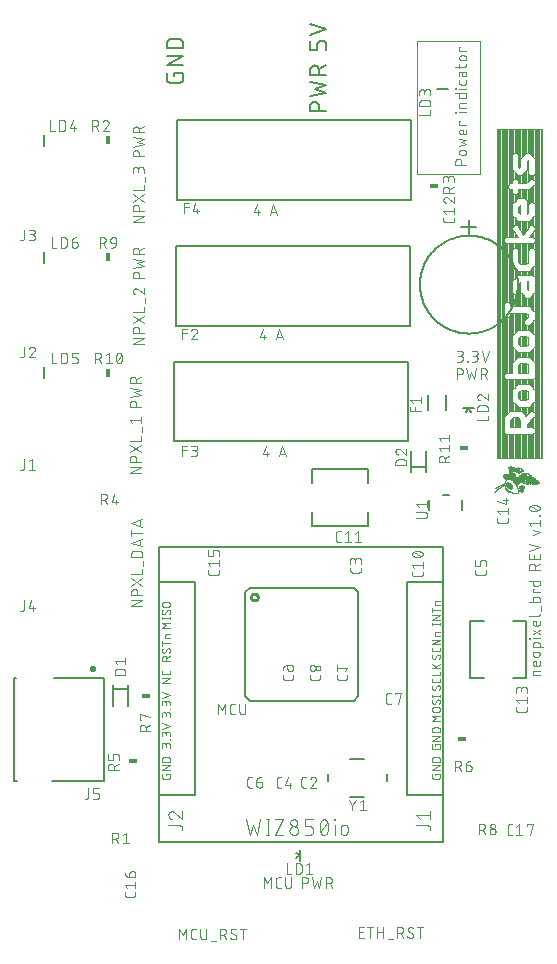
<source format=gbr>
G04 EAGLE Gerber RS-274X export*
G75*
%MOMM*%
%FSLAX34Y34*%
%LPD*%
%INSilkscreen Top*%
%IPPOS*%
%AMOC8*
5,1,8,0,0,1.08239X$1,22.5*%
G01*
%ADD10C,0.076200*%
%ADD11C,0.101600*%
%ADD12C,0.127000*%
%ADD13C,0.203200*%
%ADD14C,0.152400*%
%ADD15C,0.050800*%
%ADD16R,0.762000X0.457200*%
%ADD17R,0.457200X0.762000*%
%ADD18C,0.254000*%
%ADD19C,0.100000*%
%ADD20R,0.005081X0.015238*%
%ADD21R,0.005075X0.025400*%
%ADD22R,0.005081X0.025400*%
%ADD23R,0.005075X0.035556*%
%ADD24R,0.005081X0.035556*%
%ADD25R,0.005081X0.020319*%
%ADD26R,0.005075X0.015238*%
%ADD27R,0.005075X0.020319*%
%ADD28R,0.005081X0.010156*%
%ADD29R,0.005075X0.010156*%
%ADD30R,0.005081X0.005081*%
%ADD31R,0.005081X0.066037*%
%ADD32R,0.005075X0.106681*%
%ADD33R,0.005075X0.005081*%
%ADD34R,0.005075X0.005075*%
%ADD35R,0.005081X0.127000*%
%ADD36R,0.005081X0.005075*%
%ADD37R,0.005075X0.187956*%
%ADD38R,0.005081X0.218438*%
%ADD39R,0.005081X0.259081*%
%ADD40R,0.005075X0.279400*%
%ADD41R,0.005081X0.299719*%
%ADD42R,0.005075X0.289556*%
%ADD43R,0.005081X0.289556*%
%ADD44R,0.005075X0.269238*%
%ADD45R,0.005081X0.213356*%
%ADD46R,0.005075X0.193038*%
%ADD47R,0.005081X0.147319*%
%ADD48R,0.005081X0.116838*%
%ADD49R,0.005075X0.071119*%
%ADD50R,0.005081X0.040638*%
%ADD51R,0.005075X0.076200*%
%ADD52R,0.005081X0.182881*%
%ADD53R,0.005075X0.248919*%
%ADD54R,0.005081X0.284481*%
%ADD55R,0.005075X0.350519*%
%ADD56R,0.005081X0.386081*%
%ADD57R,0.005081X0.411481*%
%ADD58R,0.005075X0.421637*%
%ADD59R,0.005081X0.421637*%
%ADD60R,0.005075X0.416556*%
%ADD61R,0.005075X0.274319*%
%ADD62R,0.005081X0.198119*%
%ADD63R,0.005075X0.167637*%
%ADD64R,0.005081X0.096519*%
%ADD65R,0.005081X0.086363*%
%ADD66R,0.005075X0.091438*%
%ADD67R,0.005081X0.167637*%
%ADD68R,0.005081X0.223519*%
%ADD69R,0.005075X0.299719*%
%ADD70R,0.005081X0.360675*%
%ADD71R,0.005075X0.431800*%
%ADD72R,0.005081X0.482600*%
%ADD73R,0.005081X0.533400*%
%ADD74R,0.005075X0.538475*%
%ADD75R,0.005081X0.543556*%
%ADD76R,0.005075X0.543556*%
%ADD77R,0.005081X0.513081*%
%ADD78R,0.005081X0.401319*%
%ADD79R,0.005075X0.360681*%
%ADD80R,0.005081X0.269238*%
%ADD81R,0.005075X0.228600*%
%ADD82R,0.005081X0.142238*%
%ADD83R,0.005081X0.091438*%
%ADD84R,0.005081X0.030475*%
%ADD85R,0.005075X0.086356*%
%ADD86R,0.005081X0.182875*%
%ADD87R,0.005075X0.238756*%
%ADD88R,0.005081X0.340356*%
%ADD89R,0.005081X0.391156*%
%ADD90R,0.005075X0.492756*%
%ADD91R,0.005075X0.614681*%
%ADD92R,0.005081X0.614675*%
%ADD93R,0.005081X0.629919*%
%ADD94R,0.005075X0.624838*%
%ADD95R,0.005081X0.589281*%
%ADD96R,0.005075X0.487675*%
%ADD97R,0.005081X0.431800*%
%ADD98R,0.005075X0.010162*%
%ADD99R,0.005081X0.177800*%
%ADD100R,0.005081X0.157481*%
%ADD101R,0.005075X0.198119*%
%ADD102R,0.005075X0.218438*%
%ADD103R,0.005081X0.238756*%
%ADD104R,0.005081X0.248919*%
%ADD105R,0.005081X0.274319*%
%ADD106R,0.005075X0.121919*%
%ADD107R,0.005075X0.304800*%
%ADD108R,0.005081X0.187956*%
%ADD109R,0.005081X0.309881*%
%ADD110R,0.005081X0.294637*%
%ADD111R,0.005081X0.330200*%
%ADD112R,0.005075X0.340356*%
%ADD113R,0.005081X0.741681*%
%ADD114R,0.005075X0.741681*%
%ADD115R,0.005081X0.746762*%
%ADD116R,0.005081X0.746756*%
%ADD117R,0.005075X0.756919*%
%ADD118R,0.005081X0.670556*%
%ADD119R,0.005081X0.604519*%
%ADD120R,0.005075X0.502919*%
%ADD121R,0.005081X0.508000*%
%ADD122R,0.005075X0.513075*%
%ADD123R,0.005081X0.548638*%
%ADD124R,0.005075X0.568963*%
%ADD125R,0.005081X0.574037*%
%ADD126R,0.005075X0.589281*%
%ADD127R,0.005081X0.635000*%
%ADD128R,0.005075X0.645156*%
%ADD129R,0.005081X0.695956*%
%ADD130R,0.005075X0.701037*%
%ADD131R,0.005081X0.721363*%
%ADD132R,0.005081X0.736600*%
%ADD133R,0.005075X0.797556*%
%ADD134R,0.005081X0.792481*%
%ADD135R,0.005075X0.746756*%
%ADD136R,0.005075X0.045719*%
%ADD137R,0.005081X0.731519*%
%ADD138R,0.005081X0.050800*%
%ADD139R,0.005075X0.726438*%
%ADD140R,0.005081X0.726438*%
%ADD141R,0.005081X0.055875*%
%ADD142R,0.005075X0.050800*%
%ADD143R,0.005081X0.055881*%
%ADD144R,0.005075X0.731519*%
%ADD145R,0.005075X0.055881*%
%ADD146R,0.005075X0.055875*%
%ADD147R,0.005081X0.060956*%
%ADD148R,0.005081X0.721356*%
%ADD149R,0.005075X0.060956*%
%ADD150R,0.005081X0.716275*%
%ADD151R,0.005075X0.629919*%
%ADD152R,0.005081X0.599438*%
%ADD153R,0.005081X0.086356*%
%ADD154R,0.005081X0.594356*%
%ADD155R,0.005075X0.574037*%
%ADD156R,0.005075X0.060963*%
%ADD157R,0.005081X0.563881*%
%ADD158R,0.005081X0.060963*%
%ADD159R,0.005075X0.081275*%
%ADD160R,0.005081X0.518162*%
%ADD161R,0.005075X0.482600*%
%ADD162R,0.005075X0.066037*%
%ADD163R,0.005081X0.477519*%
%ADD164R,0.005075X0.472438*%
%ADD165R,0.005075X0.477519*%
%ADD166R,0.005075X0.040638*%
%ADD167R,0.005081X0.360681*%
%ADD168R,0.005075X0.096519*%
%ADD169R,0.005081X0.320038*%
%ADD170R,0.005075X0.309875*%
%ADD171R,0.005081X0.279400*%
%ADD172R,0.005081X0.264163*%
%ADD173R,0.005081X0.045719*%
%ADD174R,0.005075X0.238763*%
%ADD175R,0.005075X0.213356*%
%ADD176R,0.005075X0.086363*%
%ADD177R,0.005081X0.132081*%
%ADD178R,0.005081X0.111756*%
%ADD179R,0.005075X0.116838*%
%ADD180R,0.005075X0.127000*%
%ADD181R,0.005081X0.081275*%
%ADD182R,0.005081X0.137162*%
%ADD183R,0.005081X0.071119*%
%ADD184R,0.005081X0.152400*%
%ADD185R,0.005075X0.081281*%
%ADD186R,0.005075X0.157481*%
%ADD187R,0.005081X0.259075*%
%ADD188R,0.005075X0.254000*%
%ADD189R,0.005081X0.076200*%
%ADD190R,0.005081X0.254000*%
%ADD191R,0.005075X0.314956*%
%ADD192R,0.005081X0.335281*%
%ADD193R,0.005075X0.391163*%
%ADD194R,0.005081X0.396238*%
%ADD195R,0.005075X0.497838*%
%ADD196R,0.005081X0.492756*%
%ADD197R,0.005081X0.487675*%
%ADD198R,0.005081X0.472438*%
%ADD199R,0.005081X0.487681*%
%ADD200R,0.005075X0.172719*%
%ADD201R,0.005075X0.508000*%
%ADD202R,0.005081X0.172719*%
%ADD203R,0.005081X0.513075*%
%ADD204R,0.005075X0.177800*%
%ADD205R,0.005081X0.563875*%
%ADD206R,0.005075X0.635000*%
%ADD207R,0.005081X0.624838*%
%ADD208R,0.005081X0.193038*%
%ADD209R,0.005081X0.614681*%
%ADD210R,0.005075X0.203200*%
%ADD211R,0.005075X0.619756*%
%ADD212R,0.005075X0.208281*%
%ADD213R,0.005075X0.645163*%
%ADD214R,0.005081X0.655319*%
%ADD215R,0.005075X0.695963*%
%ADD216R,0.005075X0.106675*%
%ADD217R,0.005081X0.101600*%
%ADD218R,0.005075X0.665481*%
%ADD219R,0.005081X0.660400*%
%ADD220R,0.005081X0.137156*%
%ADD221R,0.005075X0.147319*%
%ADD222R,0.005075X0.101600*%
%ADD223R,0.005075X0.589275*%
%ADD224R,0.005081X0.553719*%
%ADD225R,0.005075X0.137156*%
%ADD226R,0.005075X0.538481*%
%ADD227R,0.005081X0.106681*%
%ADD228R,0.005081X0.243838*%
%ADD229R,0.005075X0.152400*%
%ADD230R,0.005081X0.350519*%
%ADD231R,0.005081X0.497838*%
%ADD232R,0.005075X0.360675*%
%ADD233R,0.005075X0.462281*%
%ADD234R,0.005075X0.289563*%
%ADD235R,0.005081X0.365756*%
%ADD236R,0.005081X0.121919*%
%ADD237R,0.005081X0.447038*%
%ADD238R,0.005081X0.304800*%
%ADD239R,0.005081X0.035563*%
%ADD240R,0.005075X0.370838*%
%ADD241R,0.005075X0.441963*%
%ADD242R,0.005075X0.320038*%
%ADD243R,0.005081X0.406400*%
%ADD244R,0.005081X0.345438*%
%ADD245R,0.005075X0.375919*%
%ADD246R,0.005075X0.355600*%
%ADD247R,0.005081X0.370838*%
%ADD248R,0.005081X0.030481*%
%ADD249R,0.005075X0.030481*%
%ADD250R,0.005081X0.111763*%
%ADD251R,0.005075X0.259075*%
%ADD252R,0.005075X0.441956*%
%ADD253R,0.005081X0.228600*%
%ADD254R,0.005081X0.462281*%
%ADD255R,0.005075X0.264156*%
%ADD256R,0.005075X0.492763*%
%ADD257R,0.005081X0.264156*%
%ADD258R,0.005075X0.523238*%
%ADD259R,0.005081X0.381000*%
%ADD260R,0.005081X0.584200*%
%ADD261R,0.005075X0.381000*%
%ADD262R,0.005075X0.518156*%
%ADD263R,0.005081X0.208281*%
%ADD264R,0.005075X0.142238*%
%ADD265R,0.005075X0.132081*%
%ADD266R,0.005075X0.411481*%
%ADD267R,0.005081X0.162556*%
%ADD268R,0.005081X0.010162*%
%ADD269R,0.005081X0.132075*%
%ADD270R,0.005075X0.314963*%
%ADD271R,0.005081X0.457200*%
%ADD272R,0.005075X0.259081*%
%ADD273R,0.005075X0.208275*%
%ADD274R,0.005075X0.223519*%
%ADD275R,0.005075X0.284475*%
%ADD276R,0.005075X0.243838*%
%ADD277R,0.005075X0.137162*%
%ADD278R,0.005075X0.335281*%
%ADD279R,0.005081X0.106675*%
%ADD280R,0.005081X0.375919*%
%ADD281R,0.005075X0.157475*%
%ADD282R,0.005075X0.391156*%
%ADD283R,0.005075X0.411475*%
%ADD284R,0.005075X0.187963*%
%ADD285R,0.005081X0.203200*%
%ADD286R,0.005081X0.233681*%
%ADD287R,0.005081X0.441963*%
%ADD288R,0.005075X0.452119*%
%ADD289R,0.005081X0.452119*%
%ADD290R,0.005075X0.294637*%
%ADD291R,0.005081X0.081281*%
%ADD292R,0.005075X0.182875*%
%ADD293R,0.005075X0.035563*%
%ADD294R,0.005081X0.309875*%
%ADD295R,0.005081X0.208275*%
%ADD296R,0.005075X0.340363*%
%ADD297R,0.005075X0.309881*%
%ADD298R,0.005075X0.233681*%
%ADD299R,0.005075X0.330200*%
%ADD300R,0.005075X0.462275*%
%ADD301R,0.005081X0.411475*%
%ADD302R,0.005075X0.325119*%
%ADD303R,0.005075X0.401319*%
%ADD304R,0.005081X0.492763*%
%ADD305R,0.005081X0.528319*%
%ADD306R,0.005075X0.553719*%
%ADD307R,0.005075X0.568956*%
%ADD308R,0.005081X0.579119*%
%ADD309R,0.005075X0.594363*%
%ADD310R,0.005075X0.604519*%
%ADD311R,0.005081X0.645156*%
%ADD312R,0.005081X0.157475*%
%ADD313R,0.005075X0.655319*%
%ADD314R,0.005075X0.665475*%
%ADD315R,0.005081X0.665481*%
%ADD316R,0.005081X0.675638*%
%ADD317R,0.005075X0.670563*%
%ADD318R,0.005081X0.680719*%
%ADD319R,0.005075X0.680719*%
%ADD320R,0.005075X0.685800*%
%ADD321R,0.005081X0.685800*%
%ADD322R,0.005075X0.690881*%
%ADD323R,0.005075X0.695956*%
%ADD324R,0.005081X0.665475*%
%ADD325R,0.005081X0.716281*%
%ADD326R,0.005075X0.777238*%
%ADD327R,0.005075X0.614675*%
%ADD328R,0.005081X0.640075*%
%ADD329R,0.005075X0.284481*%
%ADD330R,0.005075X0.746762*%
%ADD331R,0.005081X0.787400*%
%ADD332R,0.005075X0.817881*%
%ADD333R,0.005081X0.822963*%
%ADD334R,0.005081X0.828038*%
%ADD335R,0.005075X0.833119*%
%ADD336R,0.005081X0.838200*%
%ADD337R,0.005075X0.365756*%
%ADD338R,0.005075X0.828038*%
%ADD339R,0.005081X0.391163*%
%ADD340R,0.005075X0.396238*%
%ADD341R,0.005075X0.838200*%
%ADD342R,0.005075X0.934719*%
%ADD343R,0.005081X0.919481*%
%ADD344R,0.005081X0.426719*%
%ADD345R,0.005081X0.924556*%
%ADD346R,0.005075X0.909319*%
%ADD347R,0.005081X0.436875*%
%ADD348R,0.005081X0.909319*%
%ADD349R,0.005075X0.904238*%
%ADD350R,0.005081X0.817881*%
%ADD351R,0.005075X0.457200*%
%ADD352R,0.005075X0.558800*%
%ADD353R,0.005081X0.558800*%
%ADD354R,0.005075X0.716281*%
%ADD355R,0.005081X0.767075*%
%ADD356R,0.005081X0.904238*%
%ADD357R,0.005075X0.914400*%
%ADD358R,0.005081X0.914400*%
%ADD359R,0.005081X0.502919*%
%ADD360R,0.005081X0.929638*%
%ADD361R,0.005075X0.944875*%
%ADD362R,0.005075X0.111756*%
%ADD363R,0.005081X1.082037*%
%ADD364R,0.005075X1.071881*%
%ADD365R,0.005081X1.076956*%
%ADD366R,0.005081X0.518156*%
%ADD367R,0.005075X0.513081*%
%ADD368R,0.005075X0.487681*%
%ADD369R,0.005075X0.162556*%
%ADD370R,0.005075X0.132075*%
%ADD371R,0.005081X0.523238*%
%ADD372R,0.005075X0.528319*%
%ADD373R,0.005075X0.467356*%
%ADD374R,0.005075X0.447038*%
%ADD375R,0.005075X0.533400*%
%ADD376R,0.005081X0.441956*%
%ADD377R,0.005075X0.182881*%
%ADD378R,0.005081X0.187963*%
%ADD379R,0.005081X0.467356*%
%ADD380R,0.005075X0.030475*%
%ADD381C,0.300000*%


D10*
X155321Y-70739D02*
X155321Y-61595D01*
X158369Y-66675D01*
X161417Y-61595D01*
X161417Y-70739D01*
X167643Y-70739D02*
X169675Y-70739D01*
X167643Y-70739D02*
X167554Y-70737D01*
X167466Y-70731D01*
X167378Y-70722D01*
X167290Y-70708D01*
X167203Y-70691D01*
X167117Y-70670D01*
X167032Y-70645D01*
X166948Y-70616D01*
X166865Y-70584D01*
X166784Y-70549D01*
X166705Y-70509D01*
X166627Y-70467D01*
X166551Y-70421D01*
X166477Y-70372D01*
X166406Y-70319D01*
X166337Y-70264D01*
X166270Y-70205D01*
X166206Y-70144D01*
X166145Y-70080D01*
X166086Y-70013D01*
X166031Y-69944D01*
X165978Y-69873D01*
X165929Y-69799D01*
X165883Y-69723D01*
X165841Y-69645D01*
X165801Y-69566D01*
X165766Y-69485D01*
X165734Y-69402D01*
X165705Y-69318D01*
X165680Y-69233D01*
X165659Y-69147D01*
X165642Y-69060D01*
X165628Y-68972D01*
X165619Y-68884D01*
X165613Y-68796D01*
X165611Y-68707D01*
X165611Y-63627D01*
X165613Y-63538D01*
X165619Y-63450D01*
X165628Y-63362D01*
X165642Y-63274D01*
X165659Y-63187D01*
X165680Y-63101D01*
X165705Y-63016D01*
X165734Y-62932D01*
X165766Y-62849D01*
X165801Y-62768D01*
X165841Y-62689D01*
X165883Y-62611D01*
X165929Y-62535D01*
X165978Y-62461D01*
X166031Y-62390D01*
X166086Y-62321D01*
X166145Y-62254D01*
X166206Y-62190D01*
X166270Y-62129D01*
X166337Y-62070D01*
X166406Y-62015D01*
X166477Y-61962D01*
X166551Y-61913D01*
X166627Y-61867D01*
X166705Y-61825D01*
X166784Y-61785D01*
X166865Y-61750D01*
X166948Y-61718D01*
X167032Y-61689D01*
X167117Y-61664D01*
X167203Y-61643D01*
X167290Y-61626D01*
X167378Y-61612D01*
X167466Y-61603D01*
X167554Y-61597D01*
X167643Y-61595D01*
X169675Y-61595D01*
X173363Y-61595D02*
X173363Y-68199D01*
X173365Y-68299D01*
X173371Y-68398D01*
X173381Y-68498D01*
X173394Y-68596D01*
X173412Y-68695D01*
X173433Y-68792D01*
X173458Y-68888D01*
X173487Y-68984D01*
X173520Y-69078D01*
X173556Y-69171D01*
X173596Y-69262D01*
X173640Y-69352D01*
X173687Y-69440D01*
X173737Y-69526D01*
X173791Y-69610D01*
X173848Y-69692D01*
X173908Y-69771D01*
X173972Y-69849D01*
X174038Y-69923D01*
X174107Y-69995D01*
X174179Y-70064D01*
X174253Y-70130D01*
X174331Y-70194D01*
X174410Y-70254D01*
X174492Y-70311D01*
X174576Y-70365D01*
X174662Y-70415D01*
X174750Y-70462D01*
X174840Y-70506D01*
X174931Y-70546D01*
X175024Y-70582D01*
X175118Y-70615D01*
X175214Y-70644D01*
X175310Y-70669D01*
X175407Y-70690D01*
X175506Y-70708D01*
X175604Y-70721D01*
X175704Y-70731D01*
X175803Y-70737D01*
X175903Y-70739D01*
X176003Y-70737D01*
X176102Y-70731D01*
X176202Y-70721D01*
X176300Y-70708D01*
X176399Y-70690D01*
X176496Y-70669D01*
X176592Y-70644D01*
X176688Y-70615D01*
X176782Y-70582D01*
X176875Y-70546D01*
X176966Y-70506D01*
X177056Y-70462D01*
X177144Y-70415D01*
X177230Y-70365D01*
X177314Y-70311D01*
X177396Y-70254D01*
X177475Y-70194D01*
X177553Y-70130D01*
X177627Y-70064D01*
X177699Y-69995D01*
X177768Y-69923D01*
X177834Y-69849D01*
X177898Y-69771D01*
X177958Y-69692D01*
X178015Y-69610D01*
X178069Y-69526D01*
X178119Y-69440D01*
X178166Y-69352D01*
X178210Y-69262D01*
X178250Y-69171D01*
X178286Y-69078D01*
X178319Y-68984D01*
X178348Y-68888D01*
X178373Y-68792D01*
X178394Y-68695D01*
X178412Y-68596D01*
X178425Y-68498D01*
X178435Y-68398D01*
X178441Y-68299D01*
X178443Y-68199D01*
X178443Y-61595D01*
X182192Y-71755D02*
X186256Y-71755D01*
X190061Y-70739D02*
X190061Y-61595D01*
X192601Y-61595D01*
X192701Y-61597D01*
X192800Y-61603D01*
X192900Y-61613D01*
X192998Y-61626D01*
X193097Y-61644D01*
X193194Y-61665D01*
X193290Y-61690D01*
X193386Y-61719D01*
X193480Y-61752D01*
X193573Y-61788D01*
X193664Y-61828D01*
X193754Y-61872D01*
X193842Y-61919D01*
X193928Y-61969D01*
X194012Y-62023D01*
X194094Y-62080D01*
X194173Y-62140D01*
X194251Y-62204D01*
X194325Y-62270D01*
X194397Y-62339D01*
X194466Y-62411D01*
X194532Y-62485D01*
X194596Y-62563D01*
X194656Y-62642D01*
X194713Y-62724D01*
X194767Y-62808D01*
X194817Y-62894D01*
X194864Y-62982D01*
X194908Y-63072D01*
X194948Y-63163D01*
X194984Y-63256D01*
X195017Y-63350D01*
X195046Y-63446D01*
X195071Y-63542D01*
X195092Y-63639D01*
X195110Y-63738D01*
X195123Y-63836D01*
X195133Y-63936D01*
X195139Y-64035D01*
X195141Y-64135D01*
X195139Y-64235D01*
X195133Y-64334D01*
X195123Y-64434D01*
X195110Y-64532D01*
X195092Y-64631D01*
X195071Y-64728D01*
X195046Y-64824D01*
X195017Y-64920D01*
X194984Y-65014D01*
X194948Y-65107D01*
X194908Y-65198D01*
X194864Y-65288D01*
X194817Y-65376D01*
X194767Y-65462D01*
X194713Y-65546D01*
X194656Y-65628D01*
X194596Y-65707D01*
X194532Y-65785D01*
X194466Y-65859D01*
X194397Y-65931D01*
X194325Y-66000D01*
X194251Y-66066D01*
X194173Y-66130D01*
X194094Y-66190D01*
X194012Y-66247D01*
X193928Y-66301D01*
X193842Y-66351D01*
X193754Y-66398D01*
X193664Y-66442D01*
X193573Y-66482D01*
X193480Y-66518D01*
X193386Y-66551D01*
X193290Y-66580D01*
X193194Y-66605D01*
X193097Y-66626D01*
X192998Y-66644D01*
X192900Y-66657D01*
X192800Y-66667D01*
X192701Y-66673D01*
X192601Y-66675D01*
X190061Y-66675D01*
X193109Y-66675D02*
X195141Y-70739D01*
X201671Y-70739D02*
X201760Y-70737D01*
X201848Y-70731D01*
X201936Y-70722D01*
X202024Y-70708D01*
X202111Y-70691D01*
X202197Y-70670D01*
X202282Y-70645D01*
X202366Y-70616D01*
X202449Y-70584D01*
X202530Y-70549D01*
X202609Y-70509D01*
X202687Y-70467D01*
X202763Y-70421D01*
X202837Y-70372D01*
X202908Y-70319D01*
X202977Y-70264D01*
X203044Y-70205D01*
X203108Y-70144D01*
X203169Y-70080D01*
X203228Y-70013D01*
X203283Y-69944D01*
X203336Y-69873D01*
X203385Y-69799D01*
X203431Y-69723D01*
X203473Y-69645D01*
X203513Y-69566D01*
X203548Y-69485D01*
X203580Y-69402D01*
X203609Y-69318D01*
X203634Y-69233D01*
X203655Y-69147D01*
X203672Y-69060D01*
X203686Y-68972D01*
X203695Y-68884D01*
X203701Y-68796D01*
X203703Y-68707D01*
X201671Y-70739D02*
X201541Y-70737D01*
X201410Y-70731D01*
X201280Y-70721D01*
X201151Y-70707D01*
X201022Y-70690D01*
X200893Y-70668D01*
X200765Y-70642D01*
X200638Y-70613D01*
X200512Y-70580D01*
X200387Y-70543D01*
X200263Y-70502D01*
X200141Y-70457D01*
X200020Y-70409D01*
X199900Y-70357D01*
X199782Y-70301D01*
X199666Y-70242D01*
X199552Y-70179D01*
X199439Y-70113D01*
X199329Y-70044D01*
X199221Y-69971D01*
X199115Y-69895D01*
X199011Y-69816D01*
X198910Y-69734D01*
X198812Y-69648D01*
X198716Y-69560D01*
X198623Y-69469D01*
X198877Y-63627D02*
X198879Y-63538D01*
X198885Y-63450D01*
X198894Y-63362D01*
X198908Y-63274D01*
X198925Y-63187D01*
X198946Y-63101D01*
X198971Y-63016D01*
X199000Y-62932D01*
X199032Y-62849D01*
X199067Y-62768D01*
X199107Y-62689D01*
X199149Y-62611D01*
X199195Y-62535D01*
X199244Y-62461D01*
X199297Y-62390D01*
X199352Y-62321D01*
X199411Y-62254D01*
X199472Y-62190D01*
X199536Y-62129D01*
X199603Y-62070D01*
X199672Y-62015D01*
X199743Y-61962D01*
X199817Y-61913D01*
X199893Y-61867D01*
X199971Y-61825D01*
X200050Y-61785D01*
X200131Y-61750D01*
X200214Y-61718D01*
X200298Y-61689D01*
X200383Y-61664D01*
X200469Y-61643D01*
X200556Y-61626D01*
X200644Y-61612D01*
X200732Y-61603D01*
X200820Y-61597D01*
X200909Y-61595D01*
X201032Y-61597D01*
X201154Y-61603D01*
X201276Y-61613D01*
X201398Y-61627D01*
X201519Y-61644D01*
X201640Y-61666D01*
X201760Y-61691D01*
X201879Y-61721D01*
X201997Y-61754D01*
X202114Y-61791D01*
X202229Y-61831D01*
X202344Y-61875D01*
X202457Y-61923D01*
X202568Y-61975D01*
X202677Y-62030D01*
X202785Y-62089D01*
X202891Y-62151D01*
X202994Y-62216D01*
X203096Y-62285D01*
X203195Y-62357D01*
X199893Y-65405D02*
X199817Y-65358D01*
X199743Y-65308D01*
X199672Y-65255D01*
X199603Y-65198D01*
X199536Y-65139D01*
X199472Y-65077D01*
X199410Y-65012D01*
X199352Y-64944D01*
X199297Y-64874D01*
X199244Y-64802D01*
X199195Y-64728D01*
X199149Y-64651D01*
X199106Y-64573D01*
X199067Y-64492D01*
X199031Y-64410D01*
X198999Y-64327D01*
X198971Y-64243D01*
X198946Y-64157D01*
X198925Y-64070D01*
X198908Y-63982D01*
X198894Y-63894D01*
X198885Y-63805D01*
X198879Y-63716D01*
X198877Y-63627D01*
X202687Y-66929D02*
X202763Y-66976D01*
X202837Y-67026D01*
X202908Y-67079D01*
X202977Y-67136D01*
X203044Y-67195D01*
X203108Y-67257D01*
X203170Y-67322D01*
X203228Y-67390D01*
X203283Y-67460D01*
X203336Y-67532D01*
X203385Y-67606D01*
X203431Y-67683D01*
X203474Y-67761D01*
X203513Y-67842D01*
X203549Y-67924D01*
X203581Y-68007D01*
X203609Y-68091D01*
X203634Y-68177D01*
X203655Y-68264D01*
X203672Y-68352D01*
X203686Y-68440D01*
X203695Y-68529D01*
X203701Y-68618D01*
X203703Y-68707D01*
X202687Y-66929D02*
X199893Y-65405D01*
X209187Y-61595D02*
X209187Y-70739D01*
X206647Y-61595D02*
X211727Y-61595D01*
X307721Y-69469D02*
X311785Y-69469D01*
X307721Y-69469D02*
X307721Y-60325D01*
X311785Y-60325D01*
X310769Y-64389D02*
X307721Y-64389D01*
X317079Y-60325D02*
X317079Y-69469D01*
X314539Y-60325D02*
X319619Y-60325D01*
X323157Y-60325D02*
X323157Y-69469D01*
X323157Y-64389D02*
X328237Y-64389D01*
X328237Y-60325D02*
X328237Y-69469D01*
X331986Y-70485D02*
X336050Y-70485D01*
X339855Y-69469D02*
X339855Y-60325D01*
X342395Y-60325D01*
X342495Y-60327D01*
X342594Y-60333D01*
X342694Y-60343D01*
X342792Y-60356D01*
X342891Y-60374D01*
X342988Y-60395D01*
X343084Y-60420D01*
X343180Y-60449D01*
X343274Y-60482D01*
X343367Y-60518D01*
X343458Y-60558D01*
X343548Y-60602D01*
X343636Y-60649D01*
X343722Y-60699D01*
X343806Y-60753D01*
X343888Y-60810D01*
X343967Y-60870D01*
X344045Y-60934D01*
X344119Y-61000D01*
X344191Y-61069D01*
X344260Y-61141D01*
X344326Y-61215D01*
X344390Y-61293D01*
X344450Y-61372D01*
X344507Y-61454D01*
X344561Y-61538D01*
X344611Y-61624D01*
X344658Y-61712D01*
X344702Y-61802D01*
X344742Y-61893D01*
X344778Y-61986D01*
X344811Y-62080D01*
X344840Y-62176D01*
X344865Y-62272D01*
X344886Y-62369D01*
X344904Y-62468D01*
X344917Y-62566D01*
X344927Y-62666D01*
X344933Y-62765D01*
X344935Y-62865D01*
X344933Y-62965D01*
X344927Y-63064D01*
X344917Y-63164D01*
X344904Y-63262D01*
X344886Y-63361D01*
X344865Y-63458D01*
X344840Y-63554D01*
X344811Y-63650D01*
X344778Y-63744D01*
X344742Y-63837D01*
X344702Y-63928D01*
X344658Y-64018D01*
X344611Y-64106D01*
X344561Y-64192D01*
X344507Y-64276D01*
X344450Y-64358D01*
X344390Y-64437D01*
X344326Y-64515D01*
X344260Y-64589D01*
X344191Y-64661D01*
X344119Y-64730D01*
X344045Y-64796D01*
X343967Y-64860D01*
X343888Y-64920D01*
X343806Y-64977D01*
X343722Y-65031D01*
X343636Y-65081D01*
X343548Y-65128D01*
X343458Y-65172D01*
X343367Y-65212D01*
X343274Y-65248D01*
X343180Y-65281D01*
X343084Y-65310D01*
X342988Y-65335D01*
X342891Y-65356D01*
X342792Y-65374D01*
X342694Y-65387D01*
X342594Y-65397D01*
X342495Y-65403D01*
X342395Y-65405D01*
X339855Y-65405D01*
X342903Y-65405D02*
X344935Y-69469D01*
X351465Y-69469D02*
X351554Y-69467D01*
X351642Y-69461D01*
X351730Y-69452D01*
X351818Y-69438D01*
X351905Y-69421D01*
X351991Y-69400D01*
X352076Y-69375D01*
X352160Y-69346D01*
X352243Y-69314D01*
X352324Y-69279D01*
X352403Y-69239D01*
X352481Y-69197D01*
X352557Y-69151D01*
X352631Y-69102D01*
X352702Y-69049D01*
X352771Y-68994D01*
X352838Y-68935D01*
X352902Y-68874D01*
X352963Y-68810D01*
X353022Y-68743D01*
X353077Y-68674D01*
X353130Y-68603D01*
X353179Y-68529D01*
X353225Y-68453D01*
X353267Y-68375D01*
X353307Y-68296D01*
X353342Y-68215D01*
X353374Y-68132D01*
X353403Y-68048D01*
X353428Y-67963D01*
X353449Y-67877D01*
X353466Y-67790D01*
X353480Y-67702D01*
X353489Y-67614D01*
X353495Y-67526D01*
X353497Y-67437D01*
X351465Y-69469D02*
X351335Y-69467D01*
X351204Y-69461D01*
X351074Y-69451D01*
X350945Y-69437D01*
X350816Y-69420D01*
X350687Y-69398D01*
X350559Y-69372D01*
X350432Y-69343D01*
X350306Y-69310D01*
X350181Y-69273D01*
X350057Y-69232D01*
X349935Y-69187D01*
X349814Y-69139D01*
X349694Y-69087D01*
X349576Y-69031D01*
X349460Y-68972D01*
X349346Y-68909D01*
X349233Y-68843D01*
X349123Y-68774D01*
X349015Y-68701D01*
X348909Y-68625D01*
X348805Y-68546D01*
X348704Y-68464D01*
X348606Y-68378D01*
X348510Y-68290D01*
X348417Y-68199D01*
X348671Y-62357D02*
X348673Y-62268D01*
X348679Y-62180D01*
X348688Y-62092D01*
X348702Y-62004D01*
X348719Y-61917D01*
X348740Y-61831D01*
X348765Y-61746D01*
X348794Y-61662D01*
X348826Y-61579D01*
X348861Y-61498D01*
X348901Y-61419D01*
X348943Y-61341D01*
X348989Y-61265D01*
X349038Y-61191D01*
X349091Y-61120D01*
X349146Y-61051D01*
X349205Y-60984D01*
X349266Y-60920D01*
X349330Y-60859D01*
X349397Y-60800D01*
X349466Y-60745D01*
X349537Y-60692D01*
X349611Y-60643D01*
X349687Y-60597D01*
X349765Y-60555D01*
X349844Y-60515D01*
X349925Y-60480D01*
X350008Y-60448D01*
X350092Y-60419D01*
X350177Y-60394D01*
X350263Y-60373D01*
X350350Y-60356D01*
X350438Y-60342D01*
X350526Y-60333D01*
X350614Y-60327D01*
X350703Y-60325D01*
X350826Y-60327D01*
X350948Y-60333D01*
X351070Y-60343D01*
X351192Y-60357D01*
X351313Y-60374D01*
X351434Y-60396D01*
X351554Y-60421D01*
X351673Y-60451D01*
X351791Y-60484D01*
X351908Y-60521D01*
X352023Y-60561D01*
X352138Y-60605D01*
X352251Y-60653D01*
X352362Y-60705D01*
X352471Y-60760D01*
X352579Y-60819D01*
X352685Y-60881D01*
X352788Y-60946D01*
X352890Y-61015D01*
X352989Y-61087D01*
X349687Y-64135D02*
X349611Y-64088D01*
X349537Y-64038D01*
X349466Y-63985D01*
X349397Y-63928D01*
X349330Y-63869D01*
X349266Y-63807D01*
X349204Y-63742D01*
X349146Y-63674D01*
X349091Y-63604D01*
X349038Y-63532D01*
X348989Y-63458D01*
X348943Y-63381D01*
X348900Y-63303D01*
X348861Y-63222D01*
X348825Y-63140D01*
X348793Y-63057D01*
X348765Y-62973D01*
X348740Y-62887D01*
X348719Y-62800D01*
X348702Y-62712D01*
X348688Y-62624D01*
X348679Y-62535D01*
X348673Y-62446D01*
X348671Y-62357D01*
X352482Y-65659D02*
X352558Y-65706D01*
X352632Y-65756D01*
X352703Y-65809D01*
X352772Y-65866D01*
X352839Y-65925D01*
X352903Y-65987D01*
X352965Y-66052D01*
X353023Y-66120D01*
X353078Y-66190D01*
X353131Y-66262D01*
X353180Y-66336D01*
X353226Y-66413D01*
X353269Y-66491D01*
X353308Y-66572D01*
X353344Y-66654D01*
X353376Y-66737D01*
X353404Y-66821D01*
X353429Y-66907D01*
X353450Y-66994D01*
X353467Y-67082D01*
X353481Y-67170D01*
X353490Y-67259D01*
X353496Y-67348D01*
X353498Y-67437D01*
X352481Y-65659D02*
X349687Y-64135D01*
X358981Y-60325D02*
X358981Y-69469D01*
X356441Y-60325D02*
X361521Y-60325D01*
X218821Y544703D02*
X220853Y551815D01*
X218821Y544703D02*
X223901Y544703D01*
X222377Y546735D02*
X222377Y542671D01*
X231983Y542671D02*
X235031Y551815D01*
X238079Y542671D01*
X237317Y544957D02*
X232745Y544957D01*
X225933Y446405D02*
X223901Y439293D01*
X228981Y439293D01*
X227457Y441325D02*
X227457Y437261D01*
X237063Y437261D02*
X240111Y446405D01*
X243159Y437261D01*
X242397Y439547D02*
X237825Y439547D01*
X228473Y347345D02*
X226441Y340233D01*
X231521Y340233D01*
X229997Y342265D02*
X229997Y338201D01*
X239603Y338201D02*
X242651Y347345D01*
X245699Y338201D01*
X244937Y340487D02*
X240365Y340487D01*
X124079Y211201D02*
X114935Y211201D01*
X124079Y216281D01*
X114935Y216281D01*
X114935Y220840D02*
X124079Y220840D01*
X114935Y220840D02*
X114935Y223380D01*
X114937Y223480D01*
X114943Y223579D01*
X114953Y223679D01*
X114966Y223777D01*
X114984Y223876D01*
X115005Y223973D01*
X115030Y224069D01*
X115059Y224165D01*
X115092Y224259D01*
X115128Y224352D01*
X115168Y224443D01*
X115212Y224533D01*
X115259Y224621D01*
X115309Y224707D01*
X115363Y224791D01*
X115420Y224873D01*
X115480Y224952D01*
X115544Y225030D01*
X115610Y225104D01*
X115679Y225176D01*
X115751Y225245D01*
X115825Y225311D01*
X115903Y225375D01*
X115982Y225435D01*
X116064Y225492D01*
X116148Y225546D01*
X116234Y225596D01*
X116322Y225643D01*
X116412Y225687D01*
X116503Y225727D01*
X116596Y225763D01*
X116690Y225796D01*
X116786Y225825D01*
X116882Y225850D01*
X116979Y225871D01*
X117078Y225889D01*
X117176Y225902D01*
X117276Y225912D01*
X117375Y225918D01*
X117475Y225920D01*
X117575Y225918D01*
X117674Y225912D01*
X117774Y225902D01*
X117872Y225889D01*
X117971Y225871D01*
X118068Y225850D01*
X118164Y225825D01*
X118260Y225796D01*
X118354Y225763D01*
X118447Y225727D01*
X118538Y225687D01*
X118628Y225643D01*
X118716Y225596D01*
X118802Y225546D01*
X118886Y225492D01*
X118968Y225435D01*
X119047Y225375D01*
X119125Y225311D01*
X119199Y225245D01*
X119271Y225176D01*
X119340Y225104D01*
X119406Y225030D01*
X119470Y224952D01*
X119530Y224873D01*
X119587Y224791D01*
X119641Y224707D01*
X119691Y224621D01*
X119738Y224533D01*
X119782Y224443D01*
X119822Y224352D01*
X119858Y224259D01*
X119891Y224165D01*
X119920Y224069D01*
X119945Y223973D01*
X119966Y223876D01*
X119984Y223777D01*
X119997Y223679D01*
X120007Y223579D01*
X120013Y223480D01*
X120015Y223380D01*
X120015Y220840D01*
X124079Y228821D02*
X114935Y234917D01*
X114935Y228821D02*
X124079Y234917D01*
X124079Y238559D02*
X114935Y238559D01*
X124079Y238559D02*
X124079Y242623D01*
X125095Y245587D02*
X125095Y249651D01*
X124079Y253400D02*
X114935Y253400D01*
X114935Y255940D01*
X114937Y256040D01*
X114943Y256139D01*
X114953Y256239D01*
X114966Y256337D01*
X114984Y256436D01*
X115005Y256533D01*
X115030Y256629D01*
X115059Y256725D01*
X115092Y256819D01*
X115128Y256912D01*
X115168Y257003D01*
X115212Y257093D01*
X115259Y257181D01*
X115309Y257267D01*
X115363Y257351D01*
X115420Y257433D01*
X115480Y257512D01*
X115544Y257590D01*
X115610Y257664D01*
X115679Y257736D01*
X115751Y257805D01*
X115825Y257871D01*
X115903Y257935D01*
X115982Y257995D01*
X116064Y258052D01*
X116148Y258106D01*
X116234Y258156D01*
X116322Y258203D01*
X116412Y258247D01*
X116503Y258287D01*
X116596Y258323D01*
X116690Y258356D01*
X116786Y258385D01*
X116882Y258410D01*
X116979Y258431D01*
X117078Y258449D01*
X117176Y258462D01*
X117276Y258472D01*
X117375Y258478D01*
X117475Y258480D01*
X121539Y258480D01*
X121639Y258478D01*
X121738Y258472D01*
X121838Y258462D01*
X121936Y258449D01*
X122035Y258431D01*
X122132Y258410D01*
X122228Y258385D01*
X122324Y258356D01*
X122418Y258323D01*
X122511Y258287D01*
X122602Y258247D01*
X122692Y258203D01*
X122780Y258156D01*
X122866Y258106D01*
X122950Y258052D01*
X123032Y257995D01*
X123111Y257935D01*
X123189Y257871D01*
X123263Y257805D01*
X123335Y257736D01*
X123404Y257664D01*
X123470Y257590D01*
X123534Y257512D01*
X123594Y257433D01*
X123651Y257351D01*
X123705Y257267D01*
X123755Y257181D01*
X123802Y257093D01*
X123846Y257003D01*
X123886Y256912D01*
X123922Y256819D01*
X123955Y256725D01*
X123984Y256629D01*
X124009Y256533D01*
X124030Y256436D01*
X124048Y256337D01*
X124061Y256239D01*
X124071Y256139D01*
X124077Y256040D01*
X124079Y255940D01*
X124079Y253400D01*
X124079Y262105D02*
X114935Y265153D01*
X124079Y268201D01*
X121793Y267439D02*
X121793Y262867D01*
X124079Y273474D02*
X114935Y273474D01*
X114935Y270934D02*
X114935Y276014D01*
X114935Y281795D02*
X124079Y278747D01*
X124079Y284843D02*
X114935Y281795D01*
X121793Y284081D02*
X121793Y279509D01*
X454533Y152781D02*
X460629Y152781D01*
X454533Y152781D02*
X454533Y155321D01*
X454535Y155398D01*
X454541Y155475D01*
X454551Y155552D01*
X454564Y155628D01*
X454582Y155703D01*
X454603Y155777D01*
X454628Y155850D01*
X454657Y155922D01*
X454689Y155992D01*
X454724Y156061D01*
X454764Y156127D01*
X454806Y156192D01*
X454852Y156254D01*
X454901Y156314D01*
X454952Y156371D01*
X455007Y156426D01*
X455064Y156477D01*
X455124Y156526D01*
X455186Y156572D01*
X455251Y156614D01*
X455317Y156654D01*
X455386Y156689D01*
X455456Y156721D01*
X455528Y156750D01*
X455601Y156775D01*
X455675Y156796D01*
X455750Y156814D01*
X455826Y156827D01*
X455903Y156837D01*
X455980Y156843D01*
X456057Y156845D01*
X460629Y156845D01*
X460629Y162329D02*
X460629Y164869D01*
X460629Y162329D02*
X460627Y162252D01*
X460621Y162175D01*
X460611Y162098D01*
X460598Y162022D01*
X460580Y161947D01*
X460559Y161873D01*
X460534Y161800D01*
X460505Y161728D01*
X460473Y161658D01*
X460438Y161589D01*
X460398Y161523D01*
X460356Y161458D01*
X460310Y161396D01*
X460261Y161336D01*
X460210Y161279D01*
X460155Y161224D01*
X460098Y161173D01*
X460038Y161124D01*
X459976Y161078D01*
X459911Y161036D01*
X459845Y160996D01*
X459776Y160961D01*
X459706Y160929D01*
X459634Y160900D01*
X459561Y160875D01*
X459487Y160854D01*
X459412Y160836D01*
X459336Y160823D01*
X459259Y160813D01*
X459182Y160807D01*
X459105Y160805D01*
X456565Y160805D01*
X456476Y160807D01*
X456388Y160813D01*
X456300Y160822D01*
X456212Y160836D01*
X456125Y160853D01*
X456039Y160874D01*
X455954Y160899D01*
X455870Y160928D01*
X455787Y160960D01*
X455706Y160995D01*
X455627Y161035D01*
X455549Y161077D01*
X455473Y161123D01*
X455399Y161172D01*
X455328Y161225D01*
X455259Y161280D01*
X455192Y161339D01*
X455128Y161400D01*
X455067Y161464D01*
X455008Y161531D01*
X454953Y161600D01*
X454900Y161671D01*
X454851Y161745D01*
X454805Y161821D01*
X454763Y161899D01*
X454723Y161978D01*
X454688Y162059D01*
X454656Y162142D01*
X454627Y162226D01*
X454602Y162311D01*
X454581Y162397D01*
X454564Y162484D01*
X454550Y162572D01*
X454541Y162660D01*
X454535Y162748D01*
X454533Y162837D01*
X454535Y162926D01*
X454541Y163014D01*
X454550Y163102D01*
X454564Y163190D01*
X454581Y163277D01*
X454602Y163363D01*
X454627Y163448D01*
X454656Y163532D01*
X454688Y163615D01*
X454723Y163696D01*
X454763Y163775D01*
X454805Y163853D01*
X454851Y163929D01*
X454900Y164003D01*
X454953Y164074D01*
X455008Y164143D01*
X455067Y164210D01*
X455128Y164274D01*
X455192Y164335D01*
X455259Y164394D01*
X455328Y164449D01*
X455399Y164502D01*
X455473Y164551D01*
X455549Y164597D01*
X455627Y164639D01*
X455706Y164679D01*
X455787Y164714D01*
X455870Y164746D01*
X455954Y164775D01*
X456039Y164800D01*
X456125Y164821D01*
X456212Y164838D01*
X456300Y164852D01*
X456388Y164861D01*
X456476Y164867D01*
X456565Y164869D01*
X457581Y164869D01*
X457581Y160805D01*
X458597Y168531D02*
X456565Y168531D01*
X456476Y168533D01*
X456388Y168539D01*
X456300Y168548D01*
X456212Y168562D01*
X456125Y168579D01*
X456039Y168600D01*
X455954Y168625D01*
X455870Y168654D01*
X455787Y168686D01*
X455706Y168721D01*
X455627Y168761D01*
X455549Y168803D01*
X455473Y168849D01*
X455399Y168898D01*
X455328Y168951D01*
X455259Y169006D01*
X455192Y169065D01*
X455128Y169126D01*
X455067Y169190D01*
X455008Y169257D01*
X454953Y169326D01*
X454900Y169397D01*
X454851Y169471D01*
X454805Y169547D01*
X454763Y169625D01*
X454723Y169704D01*
X454688Y169785D01*
X454656Y169868D01*
X454627Y169952D01*
X454602Y170037D01*
X454581Y170123D01*
X454564Y170210D01*
X454550Y170298D01*
X454541Y170386D01*
X454535Y170474D01*
X454533Y170563D01*
X454535Y170652D01*
X454541Y170740D01*
X454550Y170828D01*
X454564Y170916D01*
X454581Y171003D01*
X454602Y171089D01*
X454627Y171174D01*
X454656Y171258D01*
X454688Y171341D01*
X454723Y171422D01*
X454763Y171501D01*
X454805Y171579D01*
X454851Y171655D01*
X454900Y171729D01*
X454953Y171800D01*
X455008Y171869D01*
X455067Y171936D01*
X455128Y172000D01*
X455192Y172061D01*
X455259Y172120D01*
X455328Y172175D01*
X455399Y172228D01*
X455473Y172277D01*
X455549Y172323D01*
X455627Y172365D01*
X455706Y172405D01*
X455787Y172440D01*
X455870Y172472D01*
X455954Y172501D01*
X456039Y172526D01*
X456125Y172547D01*
X456212Y172564D01*
X456300Y172578D01*
X456388Y172587D01*
X456476Y172593D01*
X456565Y172595D01*
X458597Y172595D01*
X458686Y172593D01*
X458774Y172587D01*
X458862Y172578D01*
X458950Y172564D01*
X459037Y172547D01*
X459123Y172526D01*
X459208Y172501D01*
X459292Y172472D01*
X459375Y172440D01*
X459456Y172405D01*
X459535Y172365D01*
X459613Y172323D01*
X459689Y172277D01*
X459763Y172228D01*
X459834Y172175D01*
X459903Y172120D01*
X459970Y172061D01*
X460034Y172000D01*
X460095Y171936D01*
X460154Y171869D01*
X460209Y171800D01*
X460262Y171729D01*
X460311Y171655D01*
X460357Y171579D01*
X460399Y171501D01*
X460439Y171422D01*
X460474Y171341D01*
X460506Y171258D01*
X460535Y171174D01*
X460560Y171089D01*
X460581Y171003D01*
X460598Y170916D01*
X460612Y170828D01*
X460621Y170740D01*
X460627Y170652D01*
X460629Y170563D01*
X460627Y170474D01*
X460621Y170386D01*
X460612Y170298D01*
X460598Y170210D01*
X460581Y170123D01*
X460560Y170037D01*
X460535Y169952D01*
X460506Y169868D01*
X460474Y169785D01*
X460439Y169704D01*
X460399Y169625D01*
X460357Y169547D01*
X460311Y169471D01*
X460262Y169397D01*
X460209Y169326D01*
X460154Y169257D01*
X460095Y169190D01*
X460034Y169126D01*
X459970Y169065D01*
X459903Y169006D01*
X459834Y168951D01*
X459763Y168898D01*
X459689Y168849D01*
X459613Y168803D01*
X459535Y168761D01*
X459456Y168721D01*
X459375Y168686D01*
X459292Y168654D01*
X459208Y168625D01*
X459123Y168600D01*
X459037Y168579D01*
X458950Y168562D01*
X458862Y168548D01*
X458774Y168539D01*
X458686Y168533D01*
X458597Y168531D01*
X454533Y176600D02*
X463677Y176600D01*
X454533Y176600D02*
X454533Y179140D01*
X454535Y179217D01*
X454541Y179294D01*
X454551Y179371D01*
X454564Y179447D01*
X454582Y179522D01*
X454603Y179596D01*
X454628Y179669D01*
X454657Y179741D01*
X454689Y179811D01*
X454724Y179880D01*
X454764Y179946D01*
X454806Y180011D01*
X454852Y180073D01*
X454901Y180133D01*
X454952Y180190D01*
X455007Y180245D01*
X455064Y180296D01*
X455124Y180345D01*
X455186Y180391D01*
X455251Y180433D01*
X455317Y180473D01*
X455386Y180508D01*
X455456Y180540D01*
X455528Y180569D01*
X455601Y180594D01*
X455675Y180615D01*
X455750Y180633D01*
X455826Y180646D01*
X455903Y180656D01*
X455980Y180662D01*
X456057Y180664D01*
X459105Y180664D01*
X459182Y180662D01*
X459259Y180656D01*
X459336Y180646D01*
X459412Y180633D01*
X459487Y180615D01*
X459561Y180594D01*
X459634Y180569D01*
X459706Y180540D01*
X459776Y180508D01*
X459845Y180473D01*
X459911Y180433D01*
X459976Y180391D01*
X460038Y180345D01*
X460098Y180296D01*
X460155Y180245D01*
X460210Y180190D01*
X460261Y180133D01*
X460310Y180073D01*
X460356Y180011D01*
X460398Y179946D01*
X460438Y179880D01*
X460473Y179811D01*
X460505Y179741D01*
X460534Y179669D01*
X460559Y179596D01*
X460580Y179522D01*
X460598Y179447D01*
X460611Y179371D01*
X460621Y179294D01*
X460627Y179217D01*
X460629Y179140D01*
X460629Y176600D01*
X460629Y184234D02*
X454533Y184234D01*
X451993Y183980D02*
X451485Y183980D01*
X451485Y184488D01*
X451993Y184488D01*
X451993Y183980D01*
X454533Y191615D02*
X460629Y187551D01*
X460629Y191615D02*
X454533Y187551D01*
X460629Y196504D02*
X460629Y199044D01*
X460629Y196504D02*
X460627Y196427D01*
X460621Y196350D01*
X460611Y196273D01*
X460598Y196197D01*
X460580Y196122D01*
X460559Y196048D01*
X460534Y195975D01*
X460505Y195903D01*
X460473Y195833D01*
X460438Y195764D01*
X460398Y195698D01*
X460356Y195633D01*
X460310Y195571D01*
X460261Y195511D01*
X460210Y195454D01*
X460155Y195399D01*
X460098Y195348D01*
X460038Y195299D01*
X459976Y195253D01*
X459911Y195211D01*
X459845Y195171D01*
X459776Y195136D01*
X459706Y195104D01*
X459634Y195075D01*
X459561Y195050D01*
X459487Y195029D01*
X459412Y195011D01*
X459336Y194998D01*
X459259Y194988D01*
X459182Y194982D01*
X459105Y194980D01*
X456565Y194980D01*
X456476Y194982D01*
X456388Y194988D01*
X456300Y194997D01*
X456212Y195011D01*
X456125Y195028D01*
X456039Y195049D01*
X455954Y195074D01*
X455870Y195103D01*
X455787Y195135D01*
X455706Y195170D01*
X455627Y195210D01*
X455549Y195252D01*
X455473Y195298D01*
X455399Y195347D01*
X455328Y195400D01*
X455259Y195455D01*
X455192Y195514D01*
X455128Y195575D01*
X455067Y195639D01*
X455008Y195706D01*
X454953Y195775D01*
X454900Y195846D01*
X454851Y195920D01*
X454805Y195996D01*
X454763Y196074D01*
X454723Y196153D01*
X454688Y196234D01*
X454656Y196317D01*
X454627Y196401D01*
X454602Y196486D01*
X454581Y196572D01*
X454564Y196659D01*
X454550Y196747D01*
X454541Y196835D01*
X454535Y196923D01*
X454533Y197012D01*
X454535Y197101D01*
X454541Y197189D01*
X454550Y197277D01*
X454564Y197365D01*
X454581Y197452D01*
X454602Y197538D01*
X454627Y197623D01*
X454656Y197707D01*
X454688Y197790D01*
X454723Y197871D01*
X454763Y197950D01*
X454805Y198028D01*
X454851Y198104D01*
X454900Y198178D01*
X454953Y198249D01*
X455008Y198318D01*
X455067Y198385D01*
X455128Y198449D01*
X455192Y198510D01*
X455259Y198569D01*
X455328Y198624D01*
X455399Y198677D01*
X455473Y198726D01*
X455549Y198772D01*
X455627Y198814D01*
X455706Y198854D01*
X455787Y198889D01*
X455870Y198921D01*
X455954Y198950D01*
X456039Y198975D01*
X456125Y198996D01*
X456212Y199013D01*
X456300Y199027D01*
X456388Y199036D01*
X456476Y199042D01*
X456565Y199044D01*
X457581Y199044D01*
X457581Y194980D01*
X459105Y202827D02*
X451485Y202827D01*
X459105Y202827D02*
X459182Y202829D01*
X459259Y202835D01*
X459336Y202845D01*
X459412Y202858D01*
X459487Y202876D01*
X459561Y202897D01*
X459634Y202922D01*
X459706Y202951D01*
X459776Y202983D01*
X459845Y203018D01*
X459911Y203058D01*
X459976Y203100D01*
X460038Y203146D01*
X460098Y203195D01*
X460155Y203246D01*
X460210Y203301D01*
X460261Y203358D01*
X460310Y203418D01*
X460356Y203480D01*
X460398Y203545D01*
X460438Y203611D01*
X460473Y203680D01*
X460505Y203750D01*
X460534Y203822D01*
X460559Y203895D01*
X460580Y203969D01*
X460598Y204044D01*
X460611Y204120D01*
X460621Y204197D01*
X460627Y204274D01*
X460629Y204351D01*
X461645Y207165D02*
X461645Y211229D01*
X460629Y214936D02*
X451485Y214936D01*
X460629Y214936D02*
X460629Y217476D01*
X460627Y217553D01*
X460621Y217630D01*
X460611Y217707D01*
X460598Y217783D01*
X460580Y217858D01*
X460559Y217932D01*
X460534Y218005D01*
X460505Y218077D01*
X460473Y218147D01*
X460438Y218216D01*
X460398Y218282D01*
X460356Y218347D01*
X460310Y218409D01*
X460261Y218469D01*
X460210Y218526D01*
X460155Y218581D01*
X460098Y218632D01*
X460038Y218681D01*
X459976Y218727D01*
X459911Y218769D01*
X459845Y218809D01*
X459776Y218844D01*
X459706Y218876D01*
X459634Y218905D01*
X459561Y218930D01*
X459487Y218951D01*
X459412Y218969D01*
X459336Y218982D01*
X459259Y218992D01*
X459182Y218998D01*
X459105Y219000D01*
X456057Y219000D01*
X455980Y218998D01*
X455903Y218992D01*
X455826Y218982D01*
X455750Y218969D01*
X455675Y218951D01*
X455601Y218930D01*
X455528Y218905D01*
X455456Y218876D01*
X455386Y218844D01*
X455317Y218809D01*
X455251Y218769D01*
X455186Y218727D01*
X455124Y218681D01*
X455064Y218632D01*
X455007Y218581D01*
X454952Y218526D01*
X454901Y218469D01*
X454852Y218409D01*
X454806Y218347D01*
X454764Y218282D01*
X454724Y218216D01*
X454689Y218147D01*
X454657Y218077D01*
X454628Y218005D01*
X454603Y217932D01*
X454582Y217858D01*
X454564Y217783D01*
X454551Y217707D01*
X454541Y217630D01*
X454535Y217553D01*
X454533Y217476D01*
X454533Y214936D01*
X454533Y222966D02*
X460629Y222966D01*
X454533Y222966D02*
X454533Y226014D01*
X455549Y226014D01*
X451485Y232878D02*
X460629Y232878D01*
X460629Y230338D01*
X460627Y230261D01*
X460621Y230184D01*
X460611Y230107D01*
X460598Y230031D01*
X460580Y229956D01*
X460559Y229882D01*
X460534Y229809D01*
X460505Y229737D01*
X460473Y229667D01*
X460438Y229598D01*
X460398Y229532D01*
X460356Y229467D01*
X460310Y229405D01*
X460261Y229345D01*
X460210Y229288D01*
X460155Y229233D01*
X460098Y229182D01*
X460038Y229133D01*
X459976Y229087D01*
X459911Y229045D01*
X459845Y229005D01*
X459776Y228970D01*
X459706Y228938D01*
X459634Y228909D01*
X459561Y228884D01*
X459487Y228863D01*
X459412Y228845D01*
X459336Y228832D01*
X459259Y228822D01*
X459182Y228816D01*
X459105Y228814D01*
X456057Y228814D01*
X455980Y228816D01*
X455903Y228822D01*
X455826Y228832D01*
X455750Y228845D01*
X455675Y228863D01*
X455601Y228884D01*
X455528Y228909D01*
X455456Y228938D01*
X455386Y228970D01*
X455317Y229005D01*
X455251Y229045D01*
X455186Y229087D01*
X455124Y229133D01*
X455064Y229182D01*
X455007Y229233D01*
X454952Y229288D01*
X454901Y229345D01*
X454852Y229405D01*
X454806Y229467D01*
X454764Y229532D01*
X454724Y229598D01*
X454689Y229667D01*
X454657Y229737D01*
X454628Y229809D01*
X454603Y229882D01*
X454582Y229956D01*
X454564Y230031D01*
X454551Y230107D01*
X454541Y230184D01*
X454535Y230261D01*
X454533Y230338D01*
X454533Y232878D01*
X451485Y242077D02*
X460629Y242077D01*
X451485Y242077D02*
X451485Y244617D01*
X451487Y244717D01*
X451493Y244816D01*
X451503Y244916D01*
X451516Y245014D01*
X451534Y245113D01*
X451555Y245210D01*
X451580Y245306D01*
X451609Y245402D01*
X451642Y245496D01*
X451678Y245589D01*
X451718Y245680D01*
X451762Y245770D01*
X451809Y245858D01*
X451859Y245944D01*
X451913Y246028D01*
X451970Y246110D01*
X452030Y246189D01*
X452094Y246267D01*
X452160Y246341D01*
X452229Y246413D01*
X452301Y246482D01*
X452375Y246548D01*
X452453Y246612D01*
X452532Y246672D01*
X452614Y246729D01*
X452698Y246783D01*
X452784Y246833D01*
X452872Y246880D01*
X452962Y246924D01*
X453053Y246964D01*
X453146Y247000D01*
X453240Y247033D01*
X453336Y247062D01*
X453432Y247087D01*
X453529Y247108D01*
X453628Y247126D01*
X453726Y247139D01*
X453826Y247149D01*
X453925Y247155D01*
X454025Y247157D01*
X454125Y247155D01*
X454224Y247149D01*
X454324Y247139D01*
X454422Y247126D01*
X454521Y247108D01*
X454618Y247087D01*
X454714Y247062D01*
X454810Y247033D01*
X454904Y247000D01*
X454997Y246964D01*
X455088Y246924D01*
X455178Y246880D01*
X455266Y246833D01*
X455352Y246783D01*
X455436Y246729D01*
X455518Y246672D01*
X455597Y246612D01*
X455675Y246548D01*
X455749Y246482D01*
X455821Y246413D01*
X455890Y246341D01*
X455956Y246267D01*
X456020Y246189D01*
X456080Y246110D01*
X456137Y246028D01*
X456191Y245944D01*
X456241Y245858D01*
X456288Y245770D01*
X456332Y245680D01*
X456372Y245589D01*
X456408Y245496D01*
X456441Y245402D01*
X456470Y245306D01*
X456495Y245210D01*
X456516Y245113D01*
X456534Y245014D01*
X456547Y244916D01*
X456557Y244816D01*
X456563Y244717D01*
X456565Y244617D01*
X456565Y242077D01*
X456565Y245125D02*
X460629Y247157D01*
X460629Y251251D02*
X460629Y255315D01*
X460629Y251251D02*
X451485Y251251D01*
X451485Y255315D01*
X455549Y254299D02*
X455549Y251251D01*
X451485Y258155D02*
X460629Y261203D01*
X451485Y264251D01*
X454533Y271950D02*
X460629Y273982D01*
X454533Y276014D01*
X453517Y279465D02*
X451485Y282005D01*
X460629Y282005D01*
X460629Y279465D02*
X460629Y284545D01*
X460629Y287992D02*
X460121Y287992D01*
X460121Y288500D01*
X460629Y288500D01*
X460629Y287992D01*
X456057Y291947D02*
X455877Y291949D01*
X455697Y291956D01*
X455518Y291966D01*
X455339Y291981D01*
X455160Y292001D01*
X454981Y292024D01*
X454804Y292052D01*
X454627Y292084D01*
X454450Y292120D01*
X454275Y292161D01*
X454101Y292205D01*
X453928Y292254D01*
X453756Y292307D01*
X453585Y292364D01*
X453416Y292425D01*
X453248Y292490D01*
X453082Y292559D01*
X452918Y292632D01*
X452755Y292709D01*
X452677Y292737D01*
X452600Y292770D01*
X452525Y292805D01*
X452451Y292844D01*
X452379Y292886D01*
X452310Y292931D01*
X452242Y292980D01*
X452176Y293031D01*
X452113Y293085D01*
X452052Y293142D01*
X451993Y293201D01*
X451938Y293263D01*
X451885Y293328D01*
X451835Y293394D01*
X451788Y293463D01*
X451744Y293534D01*
X451704Y293607D01*
X451667Y293681D01*
X451632Y293757D01*
X451602Y293835D01*
X451575Y293913D01*
X451551Y293993D01*
X451531Y294074D01*
X451514Y294156D01*
X451502Y294238D01*
X451492Y294321D01*
X451487Y294404D01*
X451485Y294487D01*
X451487Y294570D01*
X451492Y294653D01*
X451502Y294736D01*
X451514Y294818D01*
X451531Y294900D01*
X451551Y294981D01*
X451575Y295061D01*
X451602Y295139D01*
X451632Y295217D01*
X451667Y295293D01*
X451704Y295367D01*
X451744Y295440D01*
X451788Y295511D01*
X451835Y295580D01*
X451885Y295646D01*
X451938Y295711D01*
X451993Y295773D01*
X452052Y295832D01*
X452113Y295889D01*
X452176Y295943D01*
X452242Y295994D01*
X452310Y296043D01*
X452379Y296088D01*
X452451Y296130D01*
X452525Y296169D01*
X452600Y296204D01*
X452677Y296237D01*
X452755Y296265D01*
X452918Y296342D01*
X453082Y296415D01*
X453248Y296484D01*
X453416Y296549D01*
X453585Y296610D01*
X453756Y296667D01*
X453928Y296720D01*
X454101Y296769D01*
X454275Y296813D01*
X454450Y296854D01*
X454627Y296890D01*
X454804Y296922D01*
X454981Y296950D01*
X455160Y296973D01*
X455339Y296993D01*
X455518Y297008D01*
X455697Y297018D01*
X455877Y297025D01*
X456057Y297027D01*
X456057Y291947D02*
X456237Y291949D01*
X456417Y291956D01*
X456596Y291966D01*
X456775Y291981D01*
X456954Y292001D01*
X457133Y292024D01*
X457310Y292052D01*
X457487Y292084D01*
X457664Y292120D01*
X457839Y292161D01*
X458013Y292205D01*
X458186Y292254D01*
X458358Y292307D01*
X458529Y292364D01*
X458698Y292425D01*
X458866Y292490D01*
X459032Y292559D01*
X459196Y292632D01*
X459359Y292709D01*
X459437Y292737D01*
X459514Y292770D01*
X459589Y292805D01*
X459663Y292844D01*
X459735Y292886D01*
X459804Y292931D01*
X459872Y292980D01*
X459938Y293031D01*
X460001Y293085D01*
X460062Y293142D01*
X460121Y293201D01*
X460176Y293263D01*
X460229Y293328D01*
X460279Y293394D01*
X460326Y293463D01*
X460370Y293534D01*
X460410Y293607D01*
X460447Y293681D01*
X460482Y293757D01*
X460512Y293835D01*
X460539Y293913D01*
X460563Y293993D01*
X460583Y294074D01*
X460600Y294156D01*
X460612Y294238D01*
X460622Y294321D01*
X460627Y294404D01*
X460629Y294487D01*
X459359Y296265D02*
X459196Y296342D01*
X459032Y296415D01*
X458866Y296484D01*
X458698Y296549D01*
X458529Y296610D01*
X458358Y296667D01*
X458186Y296720D01*
X458013Y296769D01*
X457839Y296813D01*
X457664Y296854D01*
X457487Y296890D01*
X457310Y296922D01*
X457133Y296950D01*
X456954Y296973D01*
X456775Y296993D01*
X456596Y297008D01*
X456417Y297018D01*
X456237Y297025D01*
X456057Y297027D01*
X459359Y296265D02*
X459437Y296237D01*
X459514Y296204D01*
X459589Y296169D01*
X459663Y296130D01*
X459735Y296088D01*
X459804Y296043D01*
X459872Y295994D01*
X459938Y295943D01*
X460001Y295889D01*
X460062Y295832D01*
X460121Y295773D01*
X460176Y295711D01*
X460229Y295646D01*
X460279Y295580D01*
X460326Y295511D01*
X460370Y295440D01*
X460410Y295367D01*
X460447Y295293D01*
X460482Y295217D01*
X460512Y295139D01*
X460539Y295061D01*
X460563Y294981D01*
X460583Y294900D01*
X460600Y294818D01*
X460612Y294736D01*
X460622Y294653D01*
X460627Y294570D01*
X460629Y294487D01*
X458597Y292455D02*
X453517Y296519D01*
X398399Y585216D02*
X389255Y585216D01*
X389255Y587756D01*
X389257Y587856D01*
X389263Y587955D01*
X389273Y588055D01*
X389286Y588153D01*
X389304Y588252D01*
X389325Y588349D01*
X389350Y588445D01*
X389379Y588541D01*
X389412Y588635D01*
X389448Y588728D01*
X389488Y588819D01*
X389532Y588909D01*
X389579Y588997D01*
X389629Y589083D01*
X389683Y589167D01*
X389740Y589249D01*
X389800Y589328D01*
X389864Y589406D01*
X389930Y589480D01*
X389999Y589552D01*
X390071Y589621D01*
X390145Y589687D01*
X390223Y589751D01*
X390302Y589811D01*
X390384Y589868D01*
X390468Y589922D01*
X390554Y589972D01*
X390642Y590019D01*
X390732Y590063D01*
X390823Y590103D01*
X390916Y590139D01*
X391010Y590172D01*
X391106Y590201D01*
X391202Y590226D01*
X391299Y590247D01*
X391398Y590265D01*
X391496Y590278D01*
X391596Y590288D01*
X391695Y590294D01*
X391795Y590296D01*
X391895Y590294D01*
X391994Y590288D01*
X392094Y590278D01*
X392192Y590265D01*
X392291Y590247D01*
X392388Y590226D01*
X392484Y590201D01*
X392580Y590172D01*
X392674Y590139D01*
X392767Y590103D01*
X392858Y590063D01*
X392948Y590019D01*
X393036Y589972D01*
X393122Y589922D01*
X393206Y589868D01*
X393288Y589811D01*
X393367Y589751D01*
X393445Y589687D01*
X393519Y589621D01*
X393591Y589552D01*
X393660Y589480D01*
X393726Y589406D01*
X393790Y589328D01*
X393850Y589249D01*
X393907Y589167D01*
X393961Y589083D01*
X394011Y588997D01*
X394058Y588909D01*
X394102Y588819D01*
X394142Y588728D01*
X394178Y588635D01*
X394211Y588541D01*
X394240Y588445D01*
X394265Y588349D01*
X394286Y588252D01*
X394304Y588153D01*
X394317Y588055D01*
X394327Y587955D01*
X394333Y587856D01*
X394335Y587756D01*
X394335Y585216D01*
X394335Y593618D02*
X396367Y593618D01*
X394335Y593618D02*
X394246Y593620D01*
X394158Y593626D01*
X394070Y593635D01*
X393982Y593649D01*
X393895Y593666D01*
X393809Y593687D01*
X393724Y593712D01*
X393640Y593741D01*
X393557Y593773D01*
X393476Y593808D01*
X393397Y593848D01*
X393319Y593890D01*
X393243Y593936D01*
X393169Y593985D01*
X393098Y594038D01*
X393029Y594093D01*
X392962Y594152D01*
X392898Y594213D01*
X392837Y594277D01*
X392778Y594344D01*
X392723Y594413D01*
X392670Y594484D01*
X392621Y594558D01*
X392575Y594634D01*
X392533Y594712D01*
X392493Y594791D01*
X392458Y594872D01*
X392426Y594955D01*
X392397Y595039D01*
X392372Y595124D01*
X392351Y595210D01*
X392334Y595297D01*
X392320Y595385D01*
X392311Y595473D01*
X392305Y595561D01*
X392303Y595650D01*
X392305Y595739D01*
X392311Y595827D01*
X392320Y595915D01*
X392334Y596003D01*
X392351Y596090D01*
X392372Y596176D01*
X392397Y596261D01*
X392426Y596345D01*
X392458Y596428D01*
X392493Y596509D01*
X392533Y596588D01*
X392575Y596666D01*
X392621Y596742D01*
X392670Y596816D01*
X392723Y596887D01*
X392778Y596956D01*
X392837Y597023D01*
X392898Y597087D01*
X392962Y597148D01*
X393029Y597207D01*
X393098Y597262D01*
X393169Y597315D01*
X393243Y597364D01*
X393319Y597410D01*
X393397Y597452D01*
X393476Y597492D01*
X393557Y597527D01*
X393640Y597559D01*
X393724Y597588D01*
X393809Y597613D01*
X393895Y597634D01*
X393982Y597651D01*
X394070Y597665D01*
X394158Y597674D01*
X394246Y597680D01*
X394335Y597682D01*
X396367Y597682D01*
X396456Y597680D01*
X396544Y597674D01*
X396632Y597665D01*
X396720Y597651D01*
X396807Y597634D01*
X396893Y597613D01*
X396978Y597588D01*
X397062Y597559D01*
X397145Y597527D01*
X397226Y597492D01*
X397305Y597452D01*
X397383Y597410D01*
X397459Y597364D01*
X397533Y597315D01*
X397604Y597262D01*
X397673Y597207D01*
X397740Y597148D01*
X397804Y597087D01*
X397865Y597023D01*
X397924Y596956D01*
X397979Y596887D01*
X398032Y596816D01*
X398081Y596742D01*
X398127Y596666D01*
X398169Y596588D01*
X398209Y596509D01*
X398244Y596428D01*
X398276Y596345D01*
X398305Y596261D01*
X398330Y596176D01*
X398351Y596090D01*
X398368Y596003D01*
X398382Y595915D01*
X398391Y595827D01*
X398397Y595739D01*
X398399Y595650D01*
X398397Y595561D01*
X398391Y595473D01*
X398382Y595385D01*
X398368Y595297D01*
X398351Y595210D01*
X398330Y595124D01*
X398305Y595039D01*
X398276Y594955D01*
X398244Y594872D01*
X398209Y594791D01*
X398169Y594712D01*
X398127Y594634D01*
X398081Y594558D01*
X398032Y594484D01*
X397979Y594413D01*
X397924Y594344D01*
X397865Y594277D01*
X397804Y594213D01*
X397740Y594152D01*
X397673Y594093D01*
X397604Y594038D01*
X397533Y593985D01*
X397459Y593936D01*
X397383Y593890D01*
X397305Y593848D01*
X397226Y593808D01*
X397145Y593773D01*
X397062Y593741D01*
X396978Y593712D01*
X396893Y593687D01*
X396807Y593666D01*
X396720Y593649D01*
X396632Y593635D01*
X396544Y593626D01*
X396456Y593620D01*
X396367Y593618D01*
X392303Y601220D02*
X398399Y602744D01*
X394335Y604268D01*
X398399Y605792D01*
X392303Y607316D01*
X398399Y612379D02*
X398399Y614919D01*
X398399Y612379D02*
X398397Y612302D01*
X398391Y612225D01*
X398381Y612148D01*
X398368Y612072D01*
X398350Y611997D01*
X398329Y611923D01*
X398304Y611850D01*
X398275Y611778D01*
X398243Y611708D01*
X398208Y611639D01*
X398168Y611573D01*
X398126Y611508D01*
X398080Y611446D01*
X398031Y611386D01*
X397980Y611329D01*
X397925Y611274D01*
X397868Y611223D01*
X397808Y611174D01*
X397746Y611128D01*
X397681Y611086D01*
X397615Y611046D01*
X397546Y611011D01*
X397476Y610979D01*
X397404Y610950D01*
X397331Y610925D01*
X397257Y610904D01*
X397182Y610886D01*
X397106Y610873D01*
X397029Y610863D01*
X396952Y610857D01*
X396875Y610855D01*
X394335Y610855D01*
X394246Y610857D01*
X394158Y610863D01*
X394070Y610872D01*
X393982Y610886D01*
X393895Y610903D01*
X393809Y610924D01*
X393724Y610949D01*
X393640Y610978D01*
X393557Y611010D01*
X393476Y611045D01*
X393397Y611085D01*
X393319Y611127D01*
X393243Y611173D01*
X393169Y611222D01*
X393098Y611275D01*
X393029Y611330D01*
X392962Y611389D01*
X392898Y611450D01*
X392837Y611514D01*
X392778Y611581D01*
X392723Y611650D01*
X392670Y611721D01*
X392621Y611795D01*
X392575Y611871D01*
X392533Y611949D01*
X392493Y612028D01*
X392458Y612109D01*
X392426Y612192D01*
X392397Y612276D01*
X392372Y612361D01*
X392351Y612447D01*
X392334Y612534D01*
X392320Y612622D01*
X392311Y612710D01*
X392305Y612798D01*
X392303Y612887D01*
X392305Y612976D01*
X392311Y613064D01*
X392320Y613152D01*
X392334Y613240D01*
X392351Y613327D01*
X392372Y613413D01*
X392397Y613498D01*
X392426Y613582D01*
X392458Y613665D01*
X392493Y613746D01*
X392533Y613825D01*
X392575Y613903D01*
X392621Y613979D01*
X392670Y614053D01*
X392723Y614124D01*
X392778Y614193D01*
X392837Y614260D01*
X392898Y614324D01*
X392962Y614385D01*
X393029Y614444D01*
X393098Y614499D01*
X393169Y614552D01*
X393243Y614601D01*
X393319Y614647D01*
X393397Y614689D01*
X393476Y614729D01*
X393557Y614764D01*
X393640Y614796D01*
X393724Y614825D01*
X393809Y614850D01*
X393895Y614871D01*
X393982Y614888D01*
X394070Y614902D01*
X394158Y614911D01*
X394246Y614917D01*
X394335Y614919D01*
X395351Y614919D01*
X395351Y610855D01*
X398399Y618929D02*
X392303Y618929D01*
X392303Y621977D01*
X393319Y621977D01*
X392303Y629529D02*
X398399Y629529D01*
X389763Y629275D02*
X389255Y629275D01*
X389255Y629783D01*
X389763Y629783D01*
X389763Y629275D01*
X392303Y633440D02*
X398399Y633440D01*
X392303Y633440D02*
X392303Y635980D01*
X392305Y636057D01*
X392311Y636134D01*
X392321Y636211D01*
X392334Y636287D01*
X392352Y636362D01*
X392373Y636436D01*
X392398Y636509D01*
X392427Y636581D01*
X392459Y636651D01*
X392494Y636720D01*
X392534Y636786D01*
X392576Y636851D01*
X392622Y636913D01*
X392671Y636973D01*
X392722Y637030D01*
X392777Y637085D01*
X392834Y637136D01*
X392894Y637185D01*
X392956Y637231D01*
X393021Y637273D01*
X393087Y637313D01*
X393156Y637348D01*
X393226Y637380D01*
X393298Y637409D01*
X393371Y637434D01*
X393445Y637455D01*
X393520Y637473D01*
X393596Y637486D01*
X393673Y637496D01*
X393750Y637502D01*
X393827Y637504D01*
X398399Y637504D01*
X398399Y645483D02*
X389255Y645483D01*
X398399Y645483D02*
X398399Y642943D01*
X398397Y642866D01*
X398391Y642789D01*
X398381Y642712D01*
X398368Y642636D01*
X398350Y642561D01*
X398329Y642487D01*
X398304Y642414D01*
X398275Y642342D01*
X398243Y642272D01*
X398208Y642203D01*
X398168Y642137D01*
X398126Y642072D01*
X398080Y642010D01*
X398031Y641950D01*
X397980Y641893D01*
X397925Y641838D01*
X397868Y641787D01*
X397808Y641738D01*
X397746Y641692D01*
X397681Y641650D01*
X397615Y641610D01*
X397546Y641575D01*
X397476Y641543D01*
X397404Y641514D01*
X397331Y641489D01*
X397257Y641468D01*
X397182Y641450D01*
X397106Y641437D01*
X397029Y641427D01*
X396952Y641421D01*
X396875Y641419D01*
X393827Y641419D01*
X393750Y641421D01*
X393673Y641427D01*
X393596Y641437D01*
X393520Y641450D01*
X393445Y641468D01*
X393371Y641489D01*
X393298Y641514D01*
X393226Y641543D01*
X393156Y641575D01*
X393087Y641610D01*
X393021Y641650D01*
X392956Y641692D01*
X392894Y641738D01*
X392834Y641787D01*
X392777Y641838D01*
X392722Y641893D01*
X392671Y641950D01*
X392622Y642010D01*
X392576Y642072D01*
X392534Y642137D01*
X392494Y642203D01*
X392459Y642272D01*
X392427Y642342D01*
X392398Y642414D01*
X392373Y642487D01*
X392352Y642561D01*
X392334Y642636D01*
X392321Y642712D01*
X392311Y642789D01*
X392305Y642866D01*
X392303Y642943D01*
X392303Y645483D01*
X392303Y649440D02*
X398399Y649440D01*
X389763Y649186D02*
X389255Y649186D01*
X389255Y649694D01*
X389763Y649694D01*
X389763Y649186D01*
X398399Y654588D02*
X398399Y656620D01*
X398399Y654588D02*
X398397Y654511D01*
X398391Y654434D01*
X398381Y654357D01*
X398368Y654281D01*
X398350Y654206D01*
X398329Y654132D01*
X398304Y654059D01*
X398275Y653987D01*
X398243Y653917D01*
X398208Y653848D01*
X398168Y653782D01*
X398126Y653717D01*
X398080Y653655D01*
X398031Y653595D01*
X397980Y653538D01*
X397925Y653483D01*
X397868Y653432D01*
X397808Y653383D01*
X397746Y653337D01*
X397681Y653295D01*
X397615Y653255D01*
X397546Y653220D01*
X397476Y653188D01*
X397404Y653159D01*
X397331Y653134D01*
X397257Y653113D01*
X397182Y653095D01*
X397106Y653082D01*
X397029Y653072D01*
X396952Y653066D01*
X396875Y653064D01*
X393827Y653064D01*
X393750Y653066D01*
X393673Y653072D01*
X393596Y653082D01*
X393520Y653095D01*
X393445Y653113D01*
X393371Y653134D01*
X393298Y653159D01*
X393226Y653188D01*
X393156Y653220D01*
X393087Y653255D01*
X393021Y653295D01*
X392956Y653337D01*
X392894Y653383D01*
X392834Y653432D01*
X392777Y653483D01*
X392722Y653538D01*
X392671Y653595D01*
X392622Y653655D01*
X392576Y653717D01*
X392534Y653782D01*
X392494Y653848D01*
X392459Y653917D01*
X392427Y653987D01*
X392398Y654059D01*
X392373Y654132D01*
X392352Y654206D01*
X392334Y654281D01*
X392321Y654357D01*
X392311Y654434D01*
X392305Y654511D01*
X392303Y654588D01*
X392303Y656620D01*
X394843Y661622D02*
X394843Y663908D01*
X394843Y661622D02*
X394845Y661539D01*
X394851Y661456D01*
X394861Y661373D01*
X394874Y661290D01*
X394892Y661209D01*
X394913Y661128D01*
X394938Y661049D01*
X394967Y660971D01*
X394999Y660894D01*
X395035Y660819D01*
X395074Y660745D01*
X395117Y660674D01*
X395163Y660604D01*
X395213Y660537D01*
X395265Y660472D01*
X395320Y660410D01*
X395379Y660350D01*
X395440Y660293D01*
X395503Y660239D01*
X395569Y660188D01*
X395638Y660141D01*
X395708Y660096D01*
X395781Y660055D01*
X395855Y660018D01*
X395931Y659983D01*
X396009Y659953D01*
X396087Y659926D01*
X396168Y659903D01*
X396249Y659883D01*
X396331Y659868D01*
X396413Y659856D01*
X396496Y659848D01*
X396579Y659844D01*
X396663Y659844D01*
X396746Y659848D01*
X396829Y659856D01*
X396911Y659868D01*
X396993Y659883D01*
X397074Y659903D01*
X397155Y659926D01*
X397233Y659953D01*
X397311Y659983D01*
X397387Y660018D01*
X397461Y660055D01*
X397534Y660096D01*
X397604Y660141D01*
X397673Y660188D01*
X397739Y660239D01*
X397802Y660293D01*
X397863Y660350D01*
X397922Y660410D01*
X397977Y660472D01*
X398029Y660537D01*
X398079Y660604D01*
X398125Y660674D01*
X398168Y660745D01*
X398207Y660819D01*
X398243Y660894D01*
X398275Y660971D01*
X398304Y661049D01*
X398329Y661128D01*
X398350Y661209D01*
X398368Y661290D01*
X398381Y661373D01*
X398391Y661456D01*
X398397Y661539D01*
X398399Y661622D01*
X398399Y663908D01*
X393827Y663908D01*
X393750Y663906D01*
X393673Y663900D01*
X393596Y663890D01*
X393520Y663877D01*
X393445Y663859D01*
X393371Y663838D01*
X393298Y663813D01*
X393226Y663784D01*
X393156Y663752D01*
X393087Y663717D01*
X393021Y663677D01*
X392956Y663635D01*
X392894Y663589D01*
X392834Y663540D01*
X392777Y663489D01*
X392722Y663434D01*
X392671Y663377D01*
X392622Y663317D01*
X392576Y663255D01*
X392534Y663190D01*
X392494Y663124D01*
X392459Y663055D01*
X392427Y662985D01*
X392398Y662913D01*
X392373Y662840D01*
X392352Y662766D01*
X392334Y662691D01*
X392321Y662615D01*
X392311Y662538D01*
X392305Y662461D01*
X392303Y662384D01*
X392303Y660352D01*
X392303Y667162D02*
X392303Y670210D01*
X389255Y668178D02*
X396875Y668178D01*
X396952Y668180D01*
X397029Y668186D01*
X397106Y668196D01*
X397182Y668209D01*
X397257Y668227D01*
X397331Y668248D01*
X397404Y668273D01*
X397476Y668302D01*
X397546Y668334D01*
X397615Y668369D01*
X397681Y668409D01*
X397746Y668451D01*
X397808Y668497D01*
X397868Y668546D01*
X397925Y668597D01*
X397980Y668652D01*
X398031Y668709D01*
X398080Y668769D01*
X398126Y668831D01*
X398168Y668896D01*
X398208Y668962D01*
X398243Y669031D01*
X398275Y669101D01*
X398304Y669173D01*
X398329Y669246D01*
X398350Y669320D01*
X398368Y669395D01*
X398381Y669471D01*
X398391Y669548D01*
X398397Y669625D01*
X398399Y669702D01*
X398399Y670210D01*
X396367Y673559D02*
X394335Y673559D01*
X394246Y673561D01*
X394158Y673567D01*
X394070Y673576D01*
X393982Y673590D01*
X393895Y673607D01*
X393809Y673628D01*
X393724Y673653D01*
X393640Y673682D01*
X393557Y673714D01*
X393476Y673749D01*
X393397Y673789D01*
X393319Y673831D01*
X393243Y673877D01*
X393169Y673926D01*
X393098Y673979D01*
X393029Y674034D01*
X392962Y674093D01*
X392898Y674154D01*
X392837Y674218D01*
X392778Y674285D01*
X392723Y674354D01*
X392670Y674425D01*
X392621Y674499D01*
X392575Y674575D01*
X392533Y674653D01*
X392493Y674732D01*
X392458Y674813D01*
X392426Y674896D01*
X392397Y674980D01*
X392372Y675065D01*
X392351Y675151D01*
X392334Y675238D01*
X392320Y675326D01*
X392311Y675414D01*
X392305Y675502D01*
X392303Y675591D01*
X392305Y675680D01*
X392311Y675768D01*
X392320Y675856D01*
X392334Y675944D01*
X392351Y676031D01*
X392372Y676117D01*
X392397Y676202D01*
X392426Y676286D01*
X392458Y676369D01*
X392493Y676450D01*
X392533Y676529D01*
X392575Y676607D01*
X392621Y676683D01*
X392670Y676757D01*
X392723Y676828D01*
X392778Y676897D01*
X392837Y676964D01*
X392898Y677028D01*
X392962Y677089D01*
X393029Y677148D01*
X393098Y677203D01*
X393169Y677256D01*
X393243Y677305D01*
X393319Y677351D01*
X393397Y677393D01*
X393476Y677433D01*
X393557Y677468D01*
X393640Y677500D01*
X393724Y677529D01*
X393809Y677554D01*
X393895Y677575D01*
X393982Y677592D01*
X394070Y677606D01*
X394158Y677615D01*
X394246Y677621D01*
X394335Y677623D01*
X396367Y677623D01*
X396456Y677621D01*
X396544Y677615D01*
X396632Y677606D01*
X396720Y677592D01*
X396807Y677575D01*
X396893Y677554D01*
X396978Y677529D01*
X397062Y677500D01*
X397145Y677468D01*
X397226Y677433D01*
X397305Y677393D01*
X397383Y677351D01*
X397459Y677305D01*
X397533Y677256D01*
X397604Y677203D01*
X397673Y677148D01*
X397740Y677089D01*
X397804Y677028D01*
X397865Y676964D01*
X397924Y676897D01*
X397979Y676828D01*
X398032Y676757D01*
X398081Y676683D01*
X398127Y676607D01*
X398169Y676529D01*
X398209Y676450D01*
X398244Y676369D01*
X398276Y676286D01*
X398305Y676202D01*
X398330Y676117D01*
X398351Y676031D01*
X398368Y675944D01*
X398382Y675856D01*
X398391Y675768D01*
X398397Y675680D01*
X398399Y675591D01*
X398397Y675502D01*
X398391Y675414D01*
X398382Y675326D01*
X398368Y675238D01*
X398351Y675151D01*
X398330Y675065D01*
X398305Y674980D01*
X398276Y674896D01*
X398244Y674813D01*
X398209Y674732D01*
X398169Y674653D01*
X398127Y674575D01*
X398081Y674499D01*
X398032Y674425D01*
X397979Y674354D01*
X397924Y674285D01*
X397865Y674218D01*
X397804Y674154D01*
X397740Y674093D01*
X397673Y674034D01*
X397604Y673979D01*
X397533Y673926D01*
X397459Y673877D01*
X397383Y673831D01*
X397305Y673789D01*
X397226Y673749D01*
X397145Y673714D01*
X397062Y673682D01*
X396978Y673653D01*
X396893Y673628D01*
X396807Y673607D01*
X396720Y673590D01*
X396632Y673576D01*
X396544Y673567D01*
X396456Y673561D01*
X396367Y673559D01*
X398399Y681634D02*
X392303Y681634D01*
X392303Y684682D01*
X393319Y684682D01*
D11*
X410210Y577215D02*
X356870Y577215D01*
X356870Y690245D01*
X410210Y690245D01*
X410210Y577215D01*
D10*
X122809Y324231D02*
X113665Y324231D01*
X122809Y329311D01*
X113665Y329311D01*
X113665Y333870D02*
X122809Y333870D01*
X113665Y333870D02*
X113665Y336410D01*
X113667Y336510D01*
X113673Y336609D01*
X113683Y336709D01*
X113696Y336807D01*
X113714Y336906D01*
X113735Y337003D01*
X113760Y337099D01*
X113789Y337195D01*
X113822Y337289D01*
X113858Y337382D01*
X113898Y337473D01*
X113942Y337563D01*
X113989Y337651D01*
X114039Y337737D01*
X114093Y337821D01*
X114150Y337903D01*
X114210Y337982D01*
X114274Y338060D01*
X114340Y338134D01*
X114409Y338206D01*
X114481Y338275D01*
X114555Y338341D01*
X114633Y338405D01*
X114712Y338465D01*
X114794Y338522D01*
X114878Y338576D01*
X114964Y338626D01*
X115052Y338673D01*
X115142Y338717D01*
X115233Y338757D01*
X115326Y338793D01*
X115420Y338826D01*
X115516Y338855D01*
X115612Y338880D01*
X115709Y338901D01*
X115808Y338919D01*
X115906Y338932D01*
X116006Y338942D01*
X116105Y338948D01*
X116205Y338950D01*
X116305Y338948D01*
X116404Y338942D01*
X116504Y338932D01*
X116602Y338919D01*
X116701Y338901D01*
X116798Y338880D01*
X116894Y338855D01*
X116990Y338826D01*
X117084Y338793D01*
X117177Y338757D01*
X117268Y338717D01*
X117358Y338673D01*
X117446Y338626D01*
X117532Y338576D01*
X117616Y338522D01*
X117698Y338465D01*
X117777Y338405D01*
X117855Y338341D01*
X117929Y338275D01*
X118001Y338206D01*
X118070Y338134D01*
X118136Y338060D01*
X118200Y337982D01*
X118260Y337903D01*
X118317Y337821D01*
X118371Y337737D01*
X118421Y337651D01*
X118468Y337563D01*
X118512Y337473D01*
X118552Y337382D01*
X118588Y337289D01*
X118621Y337195D01*
X118650Y337099D01*
X118675Y337003D01*
X118696Y336906D01*
X118714Y336807D01*
X118727Y336709D01*
X118737Y336609D01*
X118743Y336510D01*
X118745Y336410D01*
X118745Y333870D01*
X122809Y341851D02*
X113665Y347947D01*
X113665Y341851D02*
X122809Y347947D01*
X122809Y351589D02*
X113665Y351589D01*
X122809Y351589D02*
X122809Y355653D01*
X123825Y358617D02*
X123825Y362681D01*
X115697Y366133D02*
X113665Y368673D01*
X122809Y368673D01*
X122809Y366133D02*
X122809Y371213D01*
X122809Y380230D02*
X113665Y380230D01*
X113665Y382770D01*
X113667Y382870D01*
X113673Y382969D01*
X113683Y383069D01*
X113696Y383167D01*
X113714Y383266D01*
X113735Y383363D01*
X113760Y383459D01*
X113789Y383555D01*
X113822Y383649D01*
X113858Y383742D01*
X113898Y383833D01*
X113942Y383923D01*
X113989Y384011D01*
X114039Y384097D01*
X114093Y384181D01*
X114150Y384263D01*
X114210Y384342D01*
X114274Y384420D01*
X114340Y384494D01*
X114409Y384566D01*
X114481Y384635D01*
X114555Y384701D01*
X114633Y384765D01*
X114712Y384825D01*
X114794Y384882D01*
X114878Y384936D01*
X114964Y384986D01*
X115052Y385033D01*
X115142Y385077D01*
X115233Y385117D01*
X115326Y385153D01*
X115420Y385186D01*
X115516Y385215D01*
X115612Y385240D01*
X115709Y385261D01*
X115808Y385279D01*
X115906Y385292D01*
X116006Y385302D01*
X116105Y385308D01*
X116205Y385310D01*
X116305Y385308D01*
X116404Y385302D01*
X116504Y385292D01*
X116602Y385279D01*
X116701Y385261D01*
X116798Y385240D01*
X116894Y385215D01*
X116990Y385186D01*
X117084Y385153D01*
X117177Y385117D01*
X117268Y385077D01*
X117358Y385033D01*
X117446Y384986D01*
X117532Y384936D01*
X117616Y384882D01*
X117698Y384825D01*
X117777Y384765D01*
X117855Y384701D01*
X117929Y384635D01*
X118001Y384566D01*
X118070Y384494D01*
X118136Y384420D01*
X118200Y384342D01*
X118260Y384263D01*
X118317Y384181D01*
X118371Y384097D01*
X118421Y384011D01*
X118468Y383923D01*
X118512Y383833D01*
X118552Y383742D01*
X118588Y383649D01*
X118621Y383555D01*
X118650Y383459D01*
X118675Y383363D01*
X118696Y383266D01*
X118714Y383167D01*
X118727Y383069D01*
X118737Y382969D01*
X118743Y382870D01*
X118745Y382770D01*
X118745Y380230D01*
X113665Y388384D02*
X122809Y390416D01*
X116713Y392448D01*
X122809Y394480D01*
X113665Y396512D01*
X113665Y400365D02*
X122809Y400365D01*
X113665Y400365D02*
X113665Y402905D01*
X113667Y403005D01*
X113673Y403104D01*
X113683Y403204D01*
X113696Y403302D01*
X113714Y403401D01*
X113735Y403498D01*
X113760Y403594D01*
X113789Y403690D01*
X113822Y403784D01*
X113858Y403877D01*
X113898Y403968D01*
X113942Y404058D01*
X113989Y404146D01*
X114039Y404232D01*
X114093Y404316D01*
X114150Y404398D01*
X114210Y404477D01*
X114274Y404555D01*
X114340Y404629D01*
X114409Y404701D01*
X114481Y404770D01*
X114555Y404836D01*
X114633Y404900D01*
X114712Y404960D01*
X114794Y405017D01*
X114878Y405071D01*
X114964Y405121D01*
X115052Y405168D01*
X115142Y405212D01*
X115233Y405252D01*
X115326Y405288D01*
X115420Y405321D01*
X115516Y405350D01*
X115612Y405375D01*
X115709Y405396D01*
X115808Y405414D01*
X115906Y405427D01*
X116006Y405437D01*
X116105Y405443D01*
X116205Y405445D01*
X116305Y405443D01*
X116404Y405437D01*
X116504Y405427D01*
X116602Y405414D01*
X116701Y405396D01*
X116798Y405375D01*
X116894Y405350D01*
X116990Y405321D01*
X117084Y405288D01*
X117177Y405252D01*
X117268Y405212D01*
X117358Y405168D01*
X117446Y405121D01*
X117532Y405071D01*
X117616Y405017D01*
X117698Y404960D01*
X117777Y404900D01*
X117855Y404836D01*
X117929Y404770D01*
X118001Y404701D01*
X118070Y404629D01*
X118136Y404555D01*
X118200Y404477D01*
X118260Y404398D01*
X118317Y404316D01*
X118371Y404232D01*
X118421Y404146D01*
X118468Y404058D01*
X118512Y403968D01*
X118552Y403877D01*
X118588Y403784D01*
X118621Y403690D01*
X118650Y403594D01*
X118675Y403498D01*
X118696Y403401D01*
X118714Y403302D01*
X118727Y403204D01*
X118737Y403104D01*
X118743Y403005D01*
X118745Y402905D01*
X118745Y400365D01*
X118745Y403413D02*
X122809Y405445D01*
X125349Y433451D02*
X116205Y433451D01*
X125349Y438531D01*
X116205Y438531D01*
X116205Y443090D02*
X125349Y443090D01*
X116205Y443090D02*
X116205Y445630D01*
X116207Y445730D01*
X116213Y445829D01*
X116223Y445929D01*
X116236Y446027D01*
X116254Y446126D01*
X116275Y446223D01*
X116300Y446319D01*
X116329Y446415D01*
X116362Y446509D01*
X116398Y446602D01*
X116438Y446693D01*
X116482Y446783D01*
X116529Y446871D01*
X116579Y446957D01*
X116633Y447041D01*
X116690Y447123D01*
X116750Y447202D01*
X116814Y447280D01*
X116880Y447354D01*
X116949Y447426D01*
X117021Y447495D01*
X117095Y447561D01*
X117173Y447625D01*
X117252Y447685D01*
X117334Y447742D01*
X117418Y447796D01*
X117504Y447846D01*
X117592Y447893D01*
X117682Y447937D01*
X117773Y447977D01*
X117866Y448013D01*
X117960Y448046D01*
X118056Y448075D01*
X118152Y448100D01*
X118249Y448121D01*
X118348Y448139D01*
X118446Y448152D01*
X118546Y448162D01*
X118645Y448168D01*
X118745Y448170D01*
X118845Y448168D01*
X118944Y448162D01*
X119044Y448152D01*
X119142Y448139D01*
X119241Y448121D01*
X119338Y448100D01*
X119434Y448075D01*
X119530Y448046D01*
X119624Y448013D01*
X119717Y447977D01*
X119808Y447937D01*
X119898Y447893D01*
X119986Y447846D01*
X120072Y447796D01*
X120156Y447742D01*
X120238Y447685D01*
X120317Y447625D01*
X120395Y447561D01*
X120469Y447495D01*
X120541Y447426D01*
X120610Y447354D01*
X120676Y447280D01*
X120740Y447202D01*
X120800Y447123D01*
X120857Y447041D01*
X120911Y446957D01*
X120961Y446871D01*
X121008Y446783D01*
X121052Y446693D01*
X121092Y446602D01*
X121128Y446509D01*
X121161Y446415D01*
X121190Y446319D01*
X121215Y446223D01*
X121236Y446126D01*
X121254Y446027D01*
X121267Y445929D01*
X121277Y445829D01*
X121283Y445730D01*
X121285Y445630D01*
X121285Y443090D01*
X125349Y451071D02*
X116205Y457167D01*
X116205Y451071D02*
X125349Y457167D01*
X125349Y460809D02*
X116205Y460809D01*
X125349Y460809D02*
X125349Y464873D01*
X126365Y467837D02*
X126365Y471901D01*
X118491Y480433D02*
X118397Y480431D01*
X118302Y480425D01*
X118208Y480415D01*
X118115Y480402D01*
X118022Y480384D01*
X117930Y480363D01*
X117839Y480338D01*
X117749Y480309D01*
X117660Y480277D01*
X117573Y480240D01*
X117487Y480201D01*
X117403Y480157D01*
X117321Y480111D01*
X117241Y480061D01*
X117163Y480007D01*
X117087Y479951D01*
X117014Y479891D01*
X116943Y479829D01*
X116875Y479763D01*
X116809Y479695D01*
X116747Y479624D01*
X116687Y479551D01*
X116631Y479475D01*
X116577Y479397D01*
X116527Y479317D01*
X116481Y479235D01*
X116437Y479151D01*
X116398Y479065D01*
X116361Y478978D01*
X116329Y478889D01*
X116300Y478799D01*
X116275Y478708D01*
X116254Y478616D01*
X116236Y478523D01*
X116223Y478430D01*
X116213Y478336D01*
X116207Y478241D01*
X116205Y478147D01*
X116207Y478041D01*
X116213Y477936D01*
X116222Y477831D01*
X116235Y477726D01*
X116252Y477622D01*
X116273Y477519D01*
X116297Y477416D01*
X116326Y477314D01*
X116357Y477214D01*
X116393Y477114D01*
X116431Y477016D01*
X116474Y476920D01*
X116520Y476824D01*
X116569Y476731D01*
X116621Y476640D01*
X116677Y476550D01*
X116736Y476462D01*
X116798Y476377D01*
X116863Y476294D01*
X116931Y476213D01*
X117002Y476135D01*
X117076Y476060D01*
X117152Y475987D01*
X117231Y475917D01*
X117312Y475850D01*
X117396Y475785D01*
X117482Y475724D01*
X117570Y475666D01*
X117660Y475611D01*
X117752Y475560D01*
X117846Y475511D01*
X117942Y475466D01*
X118039Y475425D01*
X118137Y475387D01*
X118237Y475353D01*
X120269Y479671D02*
X120202Y479738D01*
X120133Y479803D01*
X120061Y479865D01*
X119988Y479924D01*
X119911Y479980D01*
X119833Y480034D01*
X119753Y480084D01*
X119671Y480131D01*
X119587Y480175D01*
X119501Y480215D01*
X119414Y480253D01*
X119326Y480287D01*
X119236Y480317D01*
X119146Y480344D01*
X119054Y480368D01*
X118961Y480388D01*
X118868Y480404D01*
X118774Y480417D01*
X118680Y480426D01*
X118586Y480431D01*
X118491Y480433D01*
X120269Y479671D02*
X125349Y475353D01*
X125349Y480433D01*
X125349Y489450D02*
X116205Y489450D01*
X116205Y491990D01*
X116207Y492090D01*
X116213Y492189D01*
X116223Y492289D01*
X116236Y492387D01*
X116254Y492486D01*
X116275Y492583D01*
X116300Y492679D01*
X116329Y492775D01*
X116362Y492869D01*
X116398Y492962D01*
X116438Y493053D01*
X116482Y493143D01*
X116529Y493231D01*
X116579Y493317D01*
X116633Y493401D01*
X116690Y493483D01*
X116750Y493562D01*
X116814Y493640D01*
X116880Y493714D01*
X116949Y493786D01*
X117021Y493855D01*
X117095Y493921D01*
X117173Y493985D01*
X117252Y494045D01*
X117334Y494102D01*
X117418Y494156D01*
X117504Y494206D01*
X117592Y494253D01*
X117682Y494297D01*
X117773Y494337D01*
X117866Y494373D01*
X117960Y494406D01*
X118056Y494435D01*
X118152Y494460D01*
X118249Y494481D01*
X118348Y494499D01*
X118446Y494512D01*
X118546Y494522D01*
X118645Y494528D01*
X118745Y494530D01*
X118845Y494528D01*
X118944Y494522D01*
X119044Y494512D01*
X119142Y494499D01*
X119241Y494481D01*
X119338Y494460D01*
X119434Y494435D01*
X119530Y494406D01*
X119624Y494373D01*
X119717Y494337D01*
X119808Y494297D01*
X119898Y494253D01*
X119986Y494206D01*
X120072Y494156D01*
X120156Y494102D01*
X120238Y494045D01*
X120317Y493985D01*
X120395Y493921D01*
X120469Y493855D01*
X120541Y493786D01*
X120610Y493714D01*
X120676Y493640D01*
X120740Y493562D01*
X120800Y493483D01*
X120857Y493401D01*
X120911Y493317D01*
X120961Y493231D01*
X121008Y493143D01*
X121052Y493053D01*
X121092Y492962D01*
X121128Y492869D01*
X121161Y492775D01*
X121190Y492679D01*
X121215Y492583D01*
X121236Y492486D01*
X121254Y492387D01*
X121267Y492289D01*
X121277Y492189D01*
X121283Y492090D01*
X121285Y491990D01*
X121285Y489450D01*
X116205Y497604D02*
X125349Y499636D01*
X119253Y501668D01*
X125349Y503700D01*
X116205Y505732D01*
X116205Y509585D02*
X125349Y509585D01*
X116205Y509585D02*
X116205Y512125D01*
X116207Y512225D01*
X116213Y512324D01*
X116223Y512424D01*
X116236Y512522D01*
X116254Y512621D01*
X116275Y512718D01*
X116300Y512814D01*
X116329Y512910D01*
X116362Y513004D01*
X116398Y513097D01*
X116438Y513188D01*
X116482Y513278D01*
X116529Y513366D01*
X116579Y513452D01*
X116633Y513536D01*
X116690Y513618D01*
X116750Y513697D01*
X116814Y513775D01*
X116880Y513849D01*
X116949Y513921D01*
X117021Y513990D01*
X117095Y514056D01*
X117173Y514120D01*
X117252Y514180D01*
X117334Y514237D01*
X117418Y514291D01*
X117504Y514341D01*
X117592Y514388D01*
X117682Y514432D01*
X117773Y514472D01*
X117866Y514508D01*
X117960Y514541D01*
X118056Y514570D01*
X118152Y514595D01*
X118249Y514616D01*
X118348Y514634D01*
X118446Y514647D01*
X118546Y514657D01*
X118645Y514663D01*
X118745Y514665D01*
X118845Y514663D01*
X118944Y514657D01*
X119044Y514647D01*
X119142Y514634D01*
X119241Y514616D01*
X119338Y514595D01*
X119434Y514570D01*
X119530Y514541D01*
X119624Y514508D01*
X119717Y514472D01*
X119808Y514432D01*
X119898Y514388D01*
X119986Y514341D01*
X120072Y514291D01*
X120156Y514237D01*
X120238Y514180D01*
X120317Y514120D01*
X120395Y514056D01*
X120469Y513990D01*
X120541Y513921D01*
X120610Y513849D01*
X120676Y513775D01*
X120740Y513697D01*
X120800Y513618D01*
X120857Y513536D01*
X120911Y513452D01*
X120961Y513366D01*
X121008Y513278D01*
X121052Y513188D01*
X121092Y513097D01*
X121128Y513004D01*
X121161Y512910D01*
X121190Y512814D01*
X121215Y512718D01*
X121236Y512621D01*
X121254Y512522D01*
X121267Y512424D01*
X121277Y512324D01*
X121283Y512225D01*
X121285Y512125D01*
X121285Y509585D01*
X121285Y512633D02*
X125349Y514665D01*
X125349Y536321D02*
X116205Y536321D01*
X125349Y541401D01*
X116205Y541401D01*
X116205Y545960D02*
X125349Y545960D01*
X116205Y545960D02*
X116205Y548500D01*
X116207Y548600D01*
X116213Y548699D01*
X116223Y548799D01*
X116236Y548897D01*
X116254Y548996D01*
X116275Y549093D01*
X116300Y549189D01*
X116329Y549285D01*
X116362Y549379D01*
X116398Y549472D01*
X116438Y549563D01*
X116482Y549653D01*
X116529Y549741D01*
X116579Y549827D01*
X116633Y549911D01*
X116690Y549993D01*
X116750Y550072D01*
X116814Y550150D01*
X116880Y550224D01*
X116949Y550296D01*
X117021Y550365D01*
X117095Y550431D01*
X117173Y550495D01*
X117252Y550555D01*
X117334Y550612D01*
X117418Y550666D01*
X117504Y550716D01*
X117592Y550763D01*
X117682Y550807D01*
X117773Y550847D01*
X117866Y550883D01*
X117960Y550916D01*
X118056Y550945D01*
X118152Y550970D01*
X118249Y550991D01*
X118348Y551009D01*
X118446Y551022D01*
X118546Y551032D01*
X118645Y551038D01*
X118745Y551040D01*
X118845Y551038D01*
X118944Y551032D01*
X119044Y551022D01*
X119142Y551009D01*
X119241Y550991D01*
X119338Y550970D01*
X119434Y550945D01*
X119530Y550916D01*
X119624Y550883D01*
X119717Y550847D01*
X119808Y550807D01*
X119898Y550763D01*
X119986Y550716D01*
X120072Y550666D01*
X120156Y550612D01*
X120238Y550555D01*
X120317Y550495D01*
X120395Y550431D01*
X120469Y550365D01*
X120541Y550296D01*
X120610Y550224D01*
X120676Y550150D01*
X120740Y550072D01*
X120800Y549993D01*
X120857Y549911D01*
X120911Y549827D01*
X120961Y549741D01*
X121008Y549653D01*
X121052Y549563D01*
X121092Y549472D01*
X121128Y549379D01*
X121161Y549285D01*
X121190Y549189D01*
X121215Y549093D01*
X121236Y548996D01*
X121254Y548897D01*
X121267Y548799D01*
X121277Y548699D01*
X121283Y548600D01*
X121285Y548500D01*
X121285Y545960D01*
X125349Y553941D02*
X116205Y560037D01*
X116205Y553941D02*
X125349Y560037D01*
X125349Y563679D02*
X116205Y563679D01*
X125349Y563679D02*
X125349Y567743D01*
X126365Y570707D02*
X126365Y574771D01*
X125349Y578223D02*
X125349Y580763D01*
X125347Y580863D01*
X125341Y580962D01*
X125331Y581062D01*
X125318Y581160D01*
X125300Y581259D01*
X125279Y581356D01*
X125254Y581452D01*
X125225Y581548D01*
X125192Y581642D01*
X125156Y581735D01*
X125116Y581826D01*
X125072Y581916D01*
X125025Y582004D01*
X124975Y582090D01*
X124921Y582174D01*
X124864Y582256D01*
X124804Y582335D01*
X124740Y582413D01*
X124674Y582487D01*
X124605Y582559D01*
X124533Y582628D01*
X124459Y582694D01*
X124381Y582758D01*
X124302Y582818D01*
X124220Y582875D01*
X124136Y582929D01*
X124050Y582979D01*
X123962Y583026D01*
X123872Y583070D01*
X123781Y583110D01*
X123688Y583146D01*
X123594Y583179D01*
X123498Y583208D01*
X123402Y583233D01*
X123305Y583254D01*
X123206Y583272D01*
X123108Y583285D01*
X123008Y583295D01*
X122909Y583301D01*
X122809Y583303D01*
X122709Y583301D01*
X122610Y583295D01*
X122510Y583285D01*
X122412Y583272D01*
X122313Y583254D01*
X122216Y583233D01*
X122120Y583208D01*
X122024Y583179D01*
X121930Y583146D01*
X121837Y583110D01*
X121746Y583070D01*
X121656Y583026D01*
X121568Y582979D01*
X121482Y582929D01*
X121398Y582875D01*
X121316Y582818D01*
X121237Y582758D01*
X121159Y582694D01*
X121085Y582628D01*
X121013Y582559D01*
X120944Y582487D01*
X120878Y582413D01*
X120814Y582335D01*
X120754Y582256D01*
X120697Y582174D01*
X120643Y582090D01*
X120593Y582004D01*
X120546Y581916D01*
X120502Y581826D01*
X120462Y581735D01*
X120426Y581642D01*
X120393Y581548D01*
X120364Y581452D01*
X120339Y581356D01*
X120318Y581259D01*
X120300Y581160D01*
X120287Y581062D01*
X120277Y580962D01*
X120271Y580863D01*
X120269Y580763D01*
X116205Y581271D02*
X116205Y578223D01*
X116205Y581271D02*
X116207Y581360D01*
X116213Y581448D01*
X116222Y581536D01*
X116236Y581624D01*
X116253Y581711D01*
X116274Y581797D01*
X116299Y581882D01*
X116328Y581966D01*
X116360Y582049D01*
X116395Y582130D01*
X116435Y582209D01*
X116477Y582287D01*
X116523Y582363D01*
X116572Y582437D01*
X116625Y582508D01*
X116680Y582577D01*
X116739Y582644D01*
X116800Y582708D01*
X116864Y582769D01*
X116931Y582828D01*
X117000Y582883D01*
X117071Y582936D01*
X117145Y582985D01*
X117221Y583031D01*
X117299Y583073D01*
X117378Y583113D01*
X117459Y583148D01*
X117542Y583180D01*
X117626Y583209D01*
X117711Y583234D01*
X117797Y583255D01*
X117884Y583272D01*
X117972Y583286D01*
X118060Y583295D01*
X118148Y583301D01*
X118237Y583303D01*
X118326Y583301D01*
X118414Y583295D01*
X118502Y583286D01*
X118590Y583272D01*
X118677Y583255D01*
X118763Y583234D01*
X118848Y583209D01*
X118932Y583180D01*
X119015Y583148D01*
X119096Y583113D01*
X119175Y583073D01*
X119253Y583031D01*
X119329Y582985D01*
X119403Y582936D01*
X119474Y582883D01*
X119543Y582828D01*
X119610Y582769D01*
X119674Y582708D01*
X119735Y582644D01*
X119794Y582577D01*
X119849Y582508D01*
X119902Y582437D01*
X119951Y582363D01*
X119997Y582287D01*
X120039Y582209D01*
X120079Y582130D01*
X120114Y582049D01*
X120146Y581966D01*
X120175Y581882D01*
X120200Y581797D01*
X120221Y581711D01*
X120238Y581624D01*
X120252Y581536D01*
X120261Y581448D01*
X120267Y581360D01*
X120269Y581271D01*
X120269Y579239D01*
X116205Y592320D02*
X125349Y592320D01*
X116205Y592320D02*
X116205Y594860D01*
X116207Y594960D01*
X116213Y595059D01*
X116223Y595159D01*
X116236Y595257D01*
X116254Y595356D01*
X116275Y595453D01*
X116300Y595549D01*
X116329Y595645D01*
X116362Y595739D01*
X116398Y595832D01*
X116438Y595923D01*
X116482Y596013D01*
X116529Y596101D01*
X116579Y596187D01*
X116633Y596271D01*
X116690Y596353D01*
X116750Y596432D01*
X116814Y596510D01*
X116880Y596584D01*
X116949Y596656D01*
X117021Y596725D01*
X117095Y596791D01*
X117173Y596855D01*
X117252Y596915D01*
X117334Y596972D01*
X117418Y597026D01*
X117504Y597076D01*
X117592Y597123D01*
X117682Y597167D01*
X117773Y597207D01*
X117866Y597243D01*
X117960Y597276D01*
X118056Y597305D01*
X118152Y597330D01*
X118249Y597351D01*
X118348Y597369D01*
X118446Y597382D01*
X118546Y597392D01*
X118645Y597398D01*
X118745Y597400D01*
X118845Y597398D01*
X118944Y597392D01*
X119044Y597382D01*
X119142Y597369D01*
X119241Y597351D01*
X119338Y597330D01*
X119434Y597305D01*
X119530Y597276D01*
X119624Y597243D01*
X119717Y597207D01*
X119808Y597167D01*
X119898Y597123D01*
X119986Y597076D01*
X120072Y597026D01*
X120156Y596972D01*
X120238Y596915D01*
X120317Y596855D01*
X120395Y596791D01*
X120469Y596725D01*
X120541Y596656D01*
X120610Y596584D01*
X120676Y596510D01*
X120740Y596432D01*
X120800Y596353D01*
X120857Y596271D01*
X120911Y596187D01*
X120961Y596101D01*
X121008Y596013D01*
X121052Y595923D01*
X121092Y595832D01*
X121128Y595739D01*
X121161Y595645D01*
X121190Y595549D01*
X121215Y595453D01*
X121236Y595356D01*
X121254Y595257D01*
X121267Y595159D01*
X121277Y595059D01*
X121283Y594960D01*
X121285Y594860D01*
X121285Y592320D01*
X116205Y600474D02*
X125349Y602506D01*
X119253Y604538D01*
X125349Y606570D01*
X116205Y608602D01*
X116205Y612455D02*
X125349Y612455D01*
X116205Y612455D02*
X116205Y614995D01*
X116207Y615095D01*
X116213Y615194D01*
X116223Y615294D01*
X116236Y615392D01*
X116254Y615491D01*
X116275Y615588D01*
X116300Y615684D01*
X116329Y615780D01*
X116362Y615874D01*
X116398Y615967D01*
X116438Y616058D01*
X116482Y616148D01*
X116529Y616236D01*
X116579Y616322D01*
X116633Y616406D01*
X116690Y616488D01*
X116750Y616567D01*
X116814Y616645D01*
X116880Y616719D01*
X116949Y616791D01*
X117021Y616860D01*
X117095Y616926D01*
X117173Y616990D01*
X117252Y617050D01*
X117334Y617107D01*
X117418Y617161D01*
X117504Y617211D01*
X117592Y617258D01*
X117682Y617302D01*
X117773Y617342D01*
X117866Y617378D01*
X117960Y617411D01*
X118056Y617440D01*
X118152Y617465D01*
X118249Y617486D01*
X118348Y617504D01*
X118446Y617517D01*
X118546Y617527D01*
X118645Y617533D01*
X118745Y617535D01*
X118845Y617533D01*
X118944Y617527D01*
X119044Y617517D01*
X119142Y617504D01*
X119241Y617486D01*
X119338Y617465D01*
X119434Y617440D01*
X119530Y617411D01*
X119624Y617378D01*
X119717Y617342D01*
X119808Y617302D01*
X119898Y617258D01*
X119986Y617211D01*
X120072Y617161D01*
X120156Y617107D01*
X120238Y617050D01*
X120317Y616990D01*
X120395Y616926D01*
X120469Y616860D01*
X120541Y616791D01*
X120610Y616719D01*
X120676Y616645D01*
X120740Y616567D01*
X120800Y616488D01*
X120857Y616406D01*
X120911Y616322D01*
X120961Y616236D01*
X121008Y616148D01*
X121052Y616058D01*
X121092Y615967D01*
X121128Y615874D01*
X121161Y615780D01*
X121190Y615684D01*
X121215Y615588D01*
X121236Y615491D01*
X121254Y615392D01*
X121267Y615294D01*
X121277Y615194D01*
X121283Y615095D01*
X121285Y614995D01*
X121285Y612455D01*
X121285Y615503D02*
X125349Y617535D01*
D12*
X266065Y630555D02*
X280035Y630555D01*
X266065Y630555D02*
X266065Y634436D01*
X266067Y634559D01*
X266073Y634682D01*
X266083Y634805D01*
X266096Y634927D01*
X266114Y635049D01*
X266135Y635170D01*
X266160Y635291D01*
X266189Y635411D01*
X266222Y635529D01*
X266259Y635647D01*
X266299Y635763D01*
X266343Y635878D01*
X266391Y635992D01*
X266442Y636104D01*
X266496Y636214D01*
X266555Y636323D01*
X266616Y636430D01*
X266681Y636534D01*
X266749Y636637D01*
X266821Y636737D01*
X266895Y636835D01*
X266973Y636931D01*
X267054Y637024D01*
X267137Y637114D01*
X267224Y637202D01*
X267313Y637287D01*
X267404Y637369D01*
X267499Y637448D01*
X267596Y637524D01*
X267695Y637597D01*
X267796Y637667D01*
X267900Y637734D01*
X268006Y637797D01*
X268113Y637857D01*
X268223Y637913D01*
X268334Y637966D01*
X268447Y638016D01*
X268561Y638061D01*
X268677Y638104D01*
X268794Y638142D01*
X268912Y638177D01*
X269031Y638208D01*
X269151Y638235D01*
X269272Y638258D01*
X269394Y638277D01*
X269516Y638293D01*
X269638Y638305D01*
X269761Y638313D01*
X269884Y638317D01*
X270008Y638317D01*
X270131Y638313D01*
X270254Y638305D01*
X270376Y638293D01*
X270498Y638277D01*
X270620Y638258D01*
X270741Y638235D01*
X270861Y638208D01*
X270980Y638177D01*
X271098Y638142D01*
X271215Y638104D01*
X271331Y638061D01*
X271445Y638016D01*
X271558Y637966D01*
X271669Y637913D01*
X271779Y637857D01*
X271887Y637797D01*
X271992Y637734D01*
X272096Y637667D01*
X272197Y637597D01*
X272296Y637524D01*
X272393Y637448D01*
X272488Y637369D01*
X272579Y637287D01*
X272668Y637202D01*
X272755Y637114D01*
X272838Y637024D01*
X272919Y636931D01*
X272997Y636835D01*
X273071Y636737D01*
X273143Y636637D01*
X273211Y636534D01*
X273276Y636430D01*
X273337Y636323D01*
X273396Y636214D01*
X273450Y636104D01*
X273501Y635992D01*
X273549Y635878D01*
X273593Y635763D01*
X273633Y635647D01*
X273670Y635529D01*
X273703Y635411D01*
X273732Y635291D01*
X273757Y635170D01*
X273778Y635049D01*
X273796Y634927D01*
X273809Y634805D01*
X273819Y634682D01*
X273825Y634559D01*
X273827Y634436D01*
X273826Y634436D02*
X273826Y630555D01*
X266065Y643079D02*
X280035Y646184D01*
X270722Y649288D01*
X280035Y652392D01*
X266065Y655497D01*
X266065Y661467D02*
X280035Y661467D01*
X266065Y661467D02*
X266065Y665347D01*
X266067Y665470D01*
X266073Y665593D01*
X266083Y665716D01*
X266096Y665838D01*
X266114Y665960D01*
X266135Y666081D01*
X266160Y666202D01*
X266189Y666322D01*
X266222Y666440D01*
X266259Y666558D01*
X266299Y666674D01*
X266343Y666789D01*
X266391Y666903D01*
X266442Y667015D01*
X266496Y667125D01*
X266555Y667234D01*
X266616Y667341D01*
X266681Y667445D01*
X266749Y667548D01*
X266821Y667648D01*
X266895Y667746D01*
X266973Y667842D01*
X267054Y667935D01*
X267137Y668025D01*
X267224Y668113D01*
X267313Y668198D01*
X267404Y668280D01*
X267499Y668359D01*
X267596Y668435D01*
X267695Y668508D01*
X267796Y668578D01*
X267900Y668645D01*
X268006Y668708D01*
X268113Y668768D01*
X268223Y668824D01*
X268334Y668877D01*
X268447Y668927D01*
X268561Y668972D01*
X268677Y669015D01*
X268794Y669053D01*
X268912Y669088D01*
X269031Y669119D01*
X269151Y669146D01*
X269272Y669169D01*
X269394Y669188D01*
X269516Y669204D01*
X269638Y669216D01*
X269761Y669224D01*
X269884Y669228D01*
X270008Y669228D01*
X270131Y669224D01*
X270254Y669216D01*
X270376Y669204D01*
X270498Y669188D01*
X270620Y669169D01*
X270741Y669146D01*
X270861Y669119D01*
X270980Y669088D01*
X271098Y669053D01*
X271215Y669015D01*
X271331Y668972D01*
X271445Y668927D01*
X271558Y668877D01*
X271669Y668824D01*
X271779Y668768D01*
X271887Y668708D01*
X271992Y668645D01*
X272096Y668578D01*
X272197Y668508D01*
X272296Y668435D01*
X272393Y668359D01*
X272488Y668280D01*
X272579Y668198D01*
X272668Y668113D01*
X272755Y668025D01*
X272838Y667935D01*
X272919Y667842D01*
X272997Y667746D01*
X273071Y667648D01*
X273143Y667548D01*
X273211Y667445D01*
X273276Y667341D01*
X273337Y667234D01*
X273396Y667125D01*
X273450Y667015D01*
X273501Y666903D01*
X273549Y666789D01*
X273593Y666674D01*
X273633Y666558D01*
X273670Y666440D01*
X273703Y666322D01*
X273732Y666202D01*
X273757Y666081D01*
X273778Y665960D01*
X273796Y665838D01*
X273809Y665716D01*
X273819Y665593D01*
X273825Y665470D01*
X273827Y665347D01*
X273826Y665347D02*
X273826Y661467D01*
X273826Y666123D02*
X280035Y669228D01*
X280035Y682367D02*
X280035Y687023D01*
X280033Y687134D01*
X280027Y687244D01*
X280017Y687355D01*
X280003Y687465D01*
X279986Y687574D01*
X279964Y687683D01*
X279939Y687791D01*
X279909Y687897D01*
X279876Y688003D01*
X279839Y688108D01*
X279799Y688211D01*
X279754Y688312D01*
X279707Y688412D01*
X279655Y688511D01*
X279600Y688607D01*
X279542Y688701D01*
X279481Y688793D01*
X279416Y688883D01*
X279348Y688971D01*
X279277Y689056D01*
X279203Y689138D01*
X279126Y689218D01*
X279046Y689295D01*
X278964Y689369D01*
X278879Y689440D01*
X278791Y689508D01*
X278701Y689573D01*
X278609Y689634D01*
X278515Y689692D01*
X278419Y689747D01*
X278320Y689799D01*
X278220Y689846D01*
X278119Y689891D01*
X278016Y689931D01*
X277911Y689968D01*
X277805Y690001D01*
X277699Y690031D01*
X277591Y690056D01*
X277482Y690078D01*
X277373Y690095D01*
X277263Y690109D01*
X277152Y690119D01*
X277042Y690125D01*
X276931Y690127D01*
X276931Y690128D02*
X275378Y690128D01*
X275378Y690127D02*
X275267Y690125D01*
X275157Y690119D01*
X275046Y690109D01*
X274936Y690095D01*
X274827Y690078D01*
X274718Y690056D01*
X274610Y690031D01*
X274504Y690001D01*
X274398Y689968D01*
X274293Y689931D01*
X274190Y689891D01*
X274089Y689846D01*
X273989Y689799D01*
X273890Y689747D01*
X273794Y689692D01*
X273700Y689634D01*
X273608Y689573D01*
X273518Y689508D01*
X273430Y689440D01*
X273345Y689369D01*
X273263Y689295D01*
X273183Y689218D01*
X273106Y689138D01*
X273032Y689056D01*
X272961Y688971D01*
X272893Y688883D01*
X272828Y688793D01*
X272767Y688701D01*
X272709Y688607D01*
X272654Y688511D01*
X272602Y688412D01*
X272555Y688312D01*
X272510Y688211D01*
X272470Y688108D01*
X272433Y688003D01*
X272400Y687897D01*
X272370Y687791D01*
X272345Y687683D01*
X272323Y687574D01*
X272306Y687465D01*
X272292Y687355D01*
X272282Y687244D01*
X272276Y687134D01*
X272274Y687023D01*
X272274Y682367D01*
X266065Y682367D01*
X266065Y690128D01*
X266065Y695279D02*
X280035Y699936D01*
X266065Y704592D01*
X150989Y662446D02*
X150989Y660118D01*
X150989Y662446D02*
X158750Y662446D01*
X158750Y657789D01*
X158748Y657678D01*
X158742Y657568D01*
X158732Y657457D01*
X158718Y657347D01*
X158701Y657238D01*
X158679Y657129D01*
X158654Y657021D01*
X158624Y656915D01*
X158591Y656809D01*
X158554Y656704D01*
X158514Y656601D01*
X158469Y656500D01*
X158422Y656400D01*
X158370Y656301D01*
X158315Y656205D01*
X158257Y656111D01*
X158196Y656019D01*
X158131Y655929D01*
X158063Y655841D01*
X157992Y655756D01*
X157918Y655674D01*
X157841Y655594D01*
X157761Y655517D01*
X157679Y655443D01*
X157594Y655372D01*
X157506Y655304D01*
X157416Y655239D01*
X157324Y655178D01*
X157230Y655120D01*
X157134Y655065D01*
X157035Y655013D01*
X156935Y654966D01*
X156834Y654921D01*
X156731Y654881D01*
X156626Y654844D01*
X156520Y654811D01*
X156414Y654781D01*
X156306Y654756D01*
X156197Y654734D01*
X156088Y654717D01*
X155978Y654703D01*
X155867Y654693D01*
X155757Y654687D01*
X155646Y654685D01*
X147884Y654685D01*
X147773Y654687D01*
X147662Y654693D01*
X147552Y654703D01*
X147442Y654717D01*
X147333Y654734D01*
X147224Y654756D01*
X147116Y654781D01*
X147009Y654811D01*
X146903Y654844D01*
X146799Y654881D01*
X146696Y654921D01*
X146594Y654966D01*
X146494Y655013D01*
X146396Y655065D01*
X146300Y655120D01*
X146205Y655178D01*
X146113Y655239D01*
X146023Y655304D01*
X145936Y655372D01*
X145851Y655443D01*
X145768Y655517D01*
X145688Y655594D01*
X145611Y655674D01*
X145537Y655757D01*
X145466Y655842D01*
X145398Y655929D01*
X145334Y656019D01*
X145272Y656111D01*
X145214Y656206D01*
X145159Y656302D01*
X145107Y656400D01*
X145060Y656500D01*
X145015Y656602D01*
X144975Y656705D01*
X144938Y656809D01*
X144905Y656915D01*
X144875Y657022D01*
X144850Y657130D01*
X144828Y657239D01*
X144811Y657348D01*
X144797Y657458D01*
X144787Y657568D01*
X144781Y657679D01*
X144779Y657790D01*
X144780Y657789D02*
X144780Y662446D01*
X144780Y669286D02*
X158750Y669286D01*
X158750Y677047D02*
X144780Y669286D01*
X144780Y677047D02*
X158750Y677047D01*
X158750Y683887D02*
X144780Y683887D01*
X144780Y687768D01*
X144782Y687890D01*
X144788Y688012D01*
X144797Y688133D01*
X144811Y688254D01*
X144828Y688375D01*
X144849Y688495D01*
X144873Y688615D01*
X144902Y688733D01*
X144934Y688851D01*
X144970Y688967D01*
X145009Y689083D01*
X145053Y689197D01*
X145099Y689309D01*
X145149Y689420D01*
X145203Y689530D01*
X145260Y689638D01*
X145320Y689744D01*
X145384Y689848D01*
X145451Y689949D01*
X145521Y690049D01*
X145594Y690147D01*
X145671Y690242D01*
X145750Y690335D01*
X145832Y690425D01*
X145917Y690512D01*
X146004Y690597D01*
X146094Y690679D01*
X146187Y690758D01*
X146282Y690835D01*
X146380Y690908D01*
X146480Y690978D01*
X146581Y691045D01*
X146685Y691109D01*
X146791Y691169D01*
X146899Y691226D01*
X147009Y691280D01*
X147120Y691330D01*
X147232Y691376D01*
X147346Y691420D01*
X147462Y691459D01*
X147578Y691495D01*
X147696Y691527D01*
X147814Y691556D01*
X147934Y691580D01*
X148054Y691601D01*
X148175Y691618D01*
X148296Y691632D01*
X148417Y691641D01*
X148539Y691647D01*
X148661Y691649D01*
X148661Y691648D02*
X154869Y691648D01*
X154869Y691649D02*
X154991Y691647D01*
X155113Y691641D01*
X155234Y691632D01*
X155355Y691618D01*
X155476Y691601D01*
X155596Y691580D01*
X155716Y691556D01*
X155834Y691527D01*
X155952Y691495D01*
X156068Y691459D01*
X156184Y691420D01*
X156298Y691376D01*
X156410Y691330D01*
X156521Y691280D01*
X156631Y691226D01*
X156739Y691169D01*
X156845Y691109D01*
X156949Y691045D01*
X157050Y690978D01*
X157150Y690908D01*
X157248Y690835D01*
X157343Y690758D01*
X157436Y690679D01*
X157526Y690597D01*
X157613Y690512D01*
X157698Y690425D01*
X157780Y690335D01*
X157859Y690242D01*
X157936Y690147D01*
X158009Y690049D01*
X158079Y689949D01*
X158146Y689848D01*
X158210Y689744D01*
X158270Y689638D01*
X158327Y689530D01*
X158381Y689420D01*
X158431Y689309D01*
X158477Y689197D01*
X158521Y689083D01*
X158560Y688967D01*
X158596Y688851D01*
X158628Y688733D01*
X158657Y688615D01*
X158681Y688495D01*
X158702Y688375D01*
X158719Y688254D01*
X158733Y688133D01*
X158742Y688012D01*
X158748Y687890D01*
X158750Y687768D01*
X158750Y683887D01*
D10*
X390464Y418465D02*
X393004Y418465D01*
X393104Y418467D01*
X393203Y418473D01*
X393303Y418483D01*
X393401Y418496D01*
X393500Y418514D01*
X393597Y418535D01*
X393693Y418560D01*
X393789Y418589D01*
X393883Y418622D01*
X393976Y418658D01*
X394067Y418698D01*
X394157Y418742D01*
X394245Y418789D01*
X394331Y418839D01*
X394415Y418893D01*
X394497Y418950D01*
X394576Y419010D01*
X394654Y419074D01*
X394728Y419140D01*
X394800Y419209D01*
X394869Y419281D01*
X394935Y419355D01*
X394999Y419433D01*
X395059Y419512D01*
X395116Y419594D01*
X395170Y419678D01*
X395220Y419764D01*
X395267Y419852D01*
X395311Y419942D01*
X395351Y420033D01*
X395387Y420126D01*
X395420Y420220D01*
X395449Y420316D01*
X395474Y420412D01*
X395495Y420509D01*
X395513Y420608D01*
X395526Y420706D01*
X395536Y420806D01*
X395542Y420905D01*
X395544Y421005D01*
X395542Y421105D01*
X395536Y421204D01*
X395526Y421304D01*
X395513Y421402D01*
X395495Y421501D01*
X395474Y421598D01*
X395449Y421694D01*
X395420Y421790D01*
X395387Y421884D01*
X395351Y421977D01*
X395311Y422068D01*
X395267Y422158D01*
X395220Y422246D01*
X395170Y422332D01*
X395116Y422416D01*
X395059Y422498D01*
X394999Y422577D01*
X394935Y422655D01*
X394869Y422729D01*
X394800Y422801D01*
X394728Y422870D01*
X394654Y422936D01*
X394576Y423000D01*
X394497Y423060D01*
X394415Y423117D01*
X394331Y423171D01*
X394245Y423221D01*
X394157Y423268D01*
X394067Y423312D01*
X393976Y423352D01*
X393883Y423388D01*
X393789Y423421D01*
X393693Y423450D01*
X393597Y423475D01*
X393500Y423496D01*
X393401Y423514D01*
X393303Y423527D01*
X393203Y423537D01*
X393104Y423543D01*
X393004Y423545D01*
X393512Y427609D02*
X390464Y427609D01*
X393512Y427609D02*
X393601Y427607D01*
X393689Y427601D01*
X393777Y427592D01*
X393865Y427578D01*
X393952Y427561D01*
X394038Y427540D01*
X394123Y427515D01*
X394207Y427486D01*
X394290Y427454D01*
X394371Y427419D01*
X394450Y427379D01*
X394528Y427337D01*
X394604Y427291D01*
X394678Y427242D01*
X394749Y427189D01*
X394818Y427134D01*
X394885Y427075D01*
X394949Y427014D01*
X395010Y426950D01*
X395069Y426883D01*
X395124Y426814D01*
X395177Y426743D01*
X395226Y426669D01*
X395272Y426593D01*
X395314Y426515D01*
X395354Y426436D01*
X395389Y426355D01*
X395421Y426272D01*
X395450Y426188D01*
X395475Y426103D01*
X395496Y426017D01*
X395513Y425930D01*
X395527Y425842D01*
X395536Y425754D01*
X395542Y425666D01*
X395544Y425577D01*
X395542Y425488D01*
X395536Y425400D01*
X395527Y425312D01*
X395513Y425224D01*
X395496Y425137D01*
X395475Y425051D01*
X395450Y424966D01*
X395421Y424882D01*
X395389Y424799D01*
X395354Y424718D01*
X395314Y424639D01*
X395272Y424561D01*
X395226Y424485D01*
X395177Y424411D01*
X395124Y424340D01*
X395069Y424271D01*
X395010Y424204D01*
X394949Y424140D01*
X394885Y424079D01*
X394818Y424020D01*
X394749Y423965D01*
X394678Y423912D01*
X394604Y423863D01*
X394528Y423817D01*
X394450Y423775D01*
X394371Y423735D01*
X394290Y423700D01*
X394207Y423668D01*
X394123Y423639D01*
X394038Y423614D01*
X393952Y423593D01*
X393865Y423576D01*
X393777Y423562D01*
X393689Y423553D01*
X393601Y423547D01*
X393512Y423545D01*
X391480Y423545D01*
X398991Y418973D02*
X398991Y418465D01*
X398991Y418973D02*
X399499Y418973D01*
X399499Y418465D01*
X398991Y418465D01*
X402946Y418465D02*
X405486Y418465D01*
X405586Y418467D01*
X405685Y418473D01*
X405785Y418483D01*
X405883Y418496D01*
X405982Y418514D01*
X406079Y418535D01*
X406175Y418560D01*
X406271Y418589D01*
X406365Y418622D01*
X406458Y418658D01*
X406549Y418698D01*
X406639Y418742D01*
X406727Y418789D01*
X406813Y418839D01*
X406897Y418893D01*
X406979Y418950D01*
X407058Y419010D01*
X407136Y419074D01*
X407210Y419140D01*
X407282Y419209D01*
X407351Y419281D01*
X407417Y419355D01*
X407481Y419433D01*
X407541Y419512D01*
X407598Y419594D01*
X407652Y419678D01*
X407702Y419764D01*
X407749Y419852D01*
X407793Y419942D01*
X407833Y420033D01*
X407869Y420126D01*
X407902Y420220D01*
X407931Y420316D01*
X407956Y420412D01*
X407977Y420509D01*
X407995Y420608D01*
X408008Y420706D01*
X408018Y420806D01*
X408024Y420905D01*
X408026Y421005D01*
X408024Y421105D01*
X408018Y421204D01*
X408008Y421304D01*
X407995Y421402D01*
X407977Y421501D01*
X407956Y421598D01*
X407931Y421694D01*
X407902Y421790D01*
X407869Y421884D01*
X407833Y421977D01*
X407793Y422068D01*
X407749Y422158D01*
X407702Y422246D01*
X407652Y422332D01*
X407598Y422416D01*
X407541Y422498D01*
X407481Y422577D01*
X407417Y422655D01*
X407351Y422729D01*
X407282Y422801D01*
X407210Y422870D01*
X407136Y422936D01*
X407058Y423000D01*
X406979Y423060D01*
X406897Y423117D01*
X406813Y423171D01*
X406727Y423221D01*
X406639Y423268D01*
X406549Y423312D01*
X406458Y423352D01*
X406365Y423388D01*
X406271Y423421D01*
X406175Y423450D01*
X406079Y423475D01*
X405982Y423496D01*
X405883Y423514D01*
X405785Y423527D01*
X405685Y423537D01*
X405586Y423543D01*
X405486Y423545D01*
X405994Y427609D02*
X402946Y427609D01*
X405994Y427609D02*
X406083Y427607D01*
X406171Y427601D01*
X406259Y427592D01*
X406347Y427578D01*
X406434Y427561D01*
X406520Y427540D01*
X406605Y427515D01*
X406689Y427486D01*
X406772Y427454D01*
X406853Y427419D01*
X406932Y427379D01*
X407010Y427337D01*
X407086Y427291D01*
X407160Y427242D01*
X407231Y427189D01*
X407300Y427134D01*
X407367Y427075D01*
X407431Y427014D01*
X407492Y426950D01*
X407551Y426883D01*
X407606Y426814D01*
X407659Y426743D01*
X407708Y426669D01*
X407754Y426593D01*
X407796Y426515D01*
X407836Y426436D01*
X407871Y426355D01*
X407903Y426272D01*
X407932Y426188D01*
X407957Y426103D01*
X407978Y426017D01*
X407995Y425930D01*
X408009Y425842D01*
X408018Y425754D01*
X408024Y425666D01*
X408026Y425577D01*
X408024Y425488D01*
X408018Y425400D01*
X408009Y425312D01*
X407995Y425224D01*
X407978Y425137D01*
X407957Y425051D01*
X407932Y424966D01*
X407903Y424882D01*
X407871Y424799D01*
X407836Y424718D01*
X407796Y424639D01*
X407754Y424561D01*
X407708Y424485D01*
X407659Y424411D01*
X407606Y424340D01*
X407551Y424271D01*
X407492Y424204D01*
X407431Y424140D01*
X407367Y424079D01*
X407300Y424020D01*
X407231Y423965D01*
X407160Y423912D01*
X407086Y423863D01*
X407010Y423817D01*
X406932Y423775D01*
X406853Y423735D01*
X406772Y423700D01*
X406689Y423668D01*
X406605Y423639D01*
X406520Y423614D01*
X406434Y423593D01*
X406347Y423576D01*
X406259Y423562D01*
X406171Y423553D01*
X406083Y423547D01*
X405994Y423545D01*
X403962Y423545D01*
X411353Y427609D02*
X414401Y418465D01*
X417449Y427609D01*
X390464Y412750D02*
X390464Y403606D01*
X390464Y412750D02*
X393004Y412750D01*
X393104Y412748D01*
X393203Y412742D01*
X393303Y412732D01*
X393401Y412719D01*
X393500Y412701D01*
X393597Y412680D01*
X393693Y412655D01*
X393789Y412626D01*
X393883Y412593D01*
X393976Y412557D01*
X394067Y412517D01*
X394157Y412473D01*
X394245Y412426D01*
X394331Y412376D01*
X394415Y412322D01*
X394497Y412265D01*
X394576Y412205D01*
X394654Y412141D01*
X394728Y412075D01*
X394800Y412006D01*
X394869Y411934D01*
X394935Y411860D01*
X394999Y411782D01*
X395059Y411703D01*
X395116Y411621D01*
X395170Y411537D01*
X395220Y411451D01*
X395267Y411363D01*
X395311Y411273D01*
X395351Y411182D01*
X395387Y411089D01*
X395420Y410995D01*
X395449Y410899D01*
X395474Y410803D01*
X395495Y410706D01*
X395513Y410607D01*
X395526Y410509D01*
X395536Y410409D01*
X395542Y410310D01*
X395544Y410210D01*
X395542Y410110D01*
X395536Y410011D01*
X395526Y409911D01*
X395513Y409813D01*
X395495Y409714D01*
X395474Y409617D01*
X395449Y409521D01*
X395420Y409425D01*
X395387Y409331D01*
X395351Y409238D01*
X395311Y409147D01*
X395267Y409057D01*
X395220Y408969D01*
X395170Y408883D01*
X395116Y408799D01*
X395059Y408717D01*
X394999Y408638D01*
X394935Y408560D01*
X394869Y408486D01*
X394800Y408414D01*
X394728Y408345D01*
X394654Y408279D01*
X394576Y408215D01*
X394497Y408155D01*
X394415Y408098D01*
X394331Y408044D01*
X394245Y407994D01*
X394157Y407947D01*
X394067Y407903D01*
X393976Y407863D01*
X393883Y407827D01*
X393789Y407794D01*
X393693Y407765D01*
X393597Y407740D01*
X393500Y407719D01*
X393401Y407701D01*
X393303Y407688D01*
X393203Y407678D01*
X393104Y407672D01*
X393004Y407670D01*
X390464Y407670D01*
X398618Y412750D02*
X400650Y403606D01*
X402682Y409702D01*
X404714Y403606D01*
X406746Y412750D01*
X410599Y412750D02*
X410599Y403606D01*
X410599Y412750D02*
X413139Y412750D01*
X413239Y412748D01*
X413338Y412742D01*
X413438Y412732D01*
X413536Y412719D01*
X413635Y412701D01*
X413732Y412680D01*
X413828Y412655D01*
X413924Y412626D01*
X414018Y412593D01*
X414111Y412557D01*
X414202Y412517D01*
X414292Y412473D01*
X414380Y412426D01*
X414466Y412376D01*
X414550Y412322D01*
X414632Y412265D01*
X414711Y412205D01*
X414789Y412141D01*
X414863Y412075D01*
X414935Y412006D01*
X415004Y411934D01*
X415070Y411860D01*
X415134Y411782D01*
X415194Y411703D01*
X415251Y411621D01*
X415305Y411537D01*
X415355Y411451D01*
X415402Y411363D01*
X415446Y411273D01*
X415486Y411182D01*
X415522Y411089D01*
X415555Y410995D01*
X415584Y410899D01*
X415609Y410803D01*
X415630Y410706D01*
X415648Y410607D01*
X415661Y410509D01*
X415671Y410409D01*
X415677Y410310D01*
X415679Y410210D01*
X415677Y410110D01*
X415671Y410011D01*
X415661Y409911D01*
X415648Y409813D01*
X415630Y409714D01*
X415609Y409617D01*
X415584Y409521D01*
X415555Y409425D01*
X415522Y409331D01*
X415486Y409238D01*
X415446Y409147D01*
X415402Y409057D01*
X415355Y408969D01*
X415305Y408883D01*
X415251Y408799D01*
X415194Y408717D01*
X415134Y408638D01*
X415070Y408560D01*
X415004Y408486D01*
X414935Y408414D01*
X414863Y408345D01*
X414789Y408279D01*
X414711Y408215D01*
X414632Y408155D01*
X414550Y408098D01*
X414466Y408044D01*
X414380Y407994D01*
X414292Y407947D01*
X414202Y407903D01*
X414111Y407863D01*
X414018Y407827D01*
X413924Y407794D01*
X413828Y407765D01*
X413732Y407740D01*
X413635Y407719D01*
X413536Y407701D01*
X413438Y407688D01*
X413338Y407678D01*
X413239Y407672D01*
X413139Y407670D01*
X410599Y407670D01*
X413647Y407670D02*
X415679Y403606D01*
X227083Y-18161D02*
X227083Y-27305D01*
X230131Y-23241D02*
X227083Y-18161D01*
X230131Y-23241D02*
X233179Y-18161D01*
X233179Y-27305D01*
X239405Y-27305D02*
X241437Y-27305D01*
X239405Y-27305D02*
X239316Y-27303D01*
X239228Y-27297D01*
X239140Y-27288D01*
X239052Y-27274D01*
X238965Y-27257D01*
X238879Y-27236D01*
X238794Y-27211D01*
X238710Y-27182D01*
X238627Y-27150D01*
X238546Y-27115D01*
X238467Y-27075D01*
X238389Y-27033D01*
X238313Y-26987D01*
X238239Y-26938D01*
X238168Y-26885D01*
X238099Y-26830D01*
X238032Y-26771D01*
X237968Y-26710D01*
X237907Y-26646D01*
X237848Y-26579D01*
X237793Y-26510D01*
X237740Y-26439D01*
X237691Y-26365D01*
X237645Y-26289D01*
X237603Y-26211D01*
X237563Y-26132D01*
X237528Y-26051D01*
X237496Y-25968D01*
X237467Y-25884D01*
X237442Y-25799D01*
X237421Y-25713D01*
X237404Y-25626D01*
X237390Y-25538D01*
X237381Y-25450D01*
X237375Y-25362D01*
X237373Y-25273D01*
X237373Y-20193D01*
X237375Y-20104D01*
X237381Y-20016D01*
X237390Y-19928D01*
X237404Y-19840D01*
X237421Y-19753D01*
X237442Y-19667D01*
X237467Y-19582D01*
X237496Y-19498D01*
X237528Y-19415D01*
X237563Y-19334D01*
X237603Y-19255D01*
X237645Y-19177D01*
X237691Y-19101D01*
X237740Y-19027D01*
X237793Y-18956D01*
X237848Y-18887D01*
X237907Y-18820D01*
X237968Y-18756D01*
X238032Y-18695D01*
X238099Y-18636D01*
X238168Y-18581D01*
X238239Y-18528D01*
X238313Y-18479D01*
X238389Y-18433D01*
X238467Y-18391D01*
X238546Y-18351D01*
X238627Y-18316D01*
X238710Y-18284D01*
X238794Y-18255D01*
X238879Y-18230D01*
X238965Y-18209D01*
X239052Y-18192D01*
X239140Y-18178D01*
X239228Y-18169D01*
X239316Y-18163D01*
X239405Y-18161D01*
X241437Y-18161D01*
X245125Y-18161D02*
X245125Y-24765D01*
X245127Y-24865D01*
X245133Y-24964D01*
X245143Y-25064D01*
X245156Y-25162D01*
X245174Y-25261D01*
X245195Y-25358D01*
X245220Y-25454D01*
X245249Y-25550D01*
X245282Y-25644D01*
X245318Y-25737D01*
X245358Y-25828D01*
X245402Y-25918D01*
X245449Y-26006D01*
X245499Y-26092D01*
X245553Y-26176D01*
X245610Y-26258D01*
X245670Y-26337D01*
X245734Y-26415D01*
X245800Y-26489D01*
X245869Y-26561D01*
X245941Y-26630D01*
X246015Y-26696D01*
X246093Y-26760D01*
X246172Y-26820D01*
X246254Y-26877D01*
X246338Y-26931D01*
X246424Y-26981D01*
X246512Y-27028D01*
X246602Y-27072D01*
X246693Y-27112D01*
X246786Y-27148D01*
X246880Y-27181D01*
X246976Y-27210D01*
X247072Y-27235D01*
X247169Y-27256D01*
X247268Y-27274D01*
X247366Y-27287D01*
X247466Y-27297D01*
X247565Y-27303D01*
X247665Y-27305D01*
X247765Y-27303D01*
X247864Y-27297D01*
X247964Y-27287D01*
X248062Y-27274D01*
X248161Y-27256D01*
X248258Y-27235D01*
X248354Y-27210D01*
X248450Y-27181D01*
X248544Y-27148D01*
X248637Y-27112D01*
X248728Y-27072D01*
X248818Y-27028D01*
X248906Y-26981D01*
X248992Y-26931D01*
X249076Y-26877D01*
X249158Y-26820D01*
X249237Y-26760D01*
X249315Y-26696D01*
X249389Y-26630D01*
X249461Y-26561D01*
X249530Y-26489D01*
X249596Y-26415D01*
X249660Y-26337D01*
X249720Y-26258D01*
X249777Y-26176D01*
X249831Y-26092D01*
X249881Y-26006D01*
X249928Y-25918D01*
X249972Y-25828D01*
X250012Y-25737D01*
X250048Y-25644D01*
X250081Y-25550D01*
X250110Y-25454D01*
X250135Y-25358D01*
X250156Y-25261D01*
X250174Y-25162D01*
X250187Y-25064D01*
X250197Y-24964D01*
X250203Y-24865D01*
X250205Y-24765D01*
X250205Y-18161D01*
X259519Y-18161D02*
X259519Y-27305D01*
X259519Y-18161D02*
X262059Y-18161D01*
X262159Y-18163D01*
X262258Y-18169D01*
X262358Y-18179D01*
X262456Y-18192D01*
X262555Y-18210D01*
X262652Y-18231D01*
X262748Y-18256D01*
X262844Y-18285D01*
X262938Y-18318D01*
X263031Y-18354D01*
X263122Y-18394D01*
X263212Y-18438D01*
X263300Y-18485D01*
X263386Y-18535D01*
X263470Y-18589D01*
X263552Y-18646D01*
X263631Y-18706D01*
X263709Y-18770D01*
X263783Y-18836D01*
X263855Y-18905D01*
X263924Y-18977D01*
X263990Y-19051D01*
X264054Y-19129D01*
X264114Y-19208D01*
X264171Y-19290D01*
X264225Y-19374D01*
X264275Y-19460D01*
X264322Y-19548D01*
X264366Y-19638D01*
X264406Y-19729D01*
X264442Y-19822D01*
X264475Y-19916D01*
X264504Y-20012D01*
X264529Y-20108D01*
X264550Y-20205D01*
X264568Y-20304D01*
X264581Y-20402D01*
X264591Y-20502D01*
X264597Y-20601D01*
X264599Y-20701D01*
X264597Y-20801D01*
X264591Y-20900D01*
X264581Y-21000D01*
X264568Y-21098D01*
X264550Y-21197D01*
X264529Y-21294D01*
X264504Y-21390D01*
X264475Y-21486D01*
X264442Y-21580D01*
X264406Y-21673D01*
X264366Y-21764D01*
X264322Y-21854D01*
X264275Y-21942D01*
X264225Y-22028D01*
X264171Y-22112D01*
X264114Y-22194D01*
X264054Y-22273D01*
X263990Y-22351D01*
X263924Y-22425D01*
X263855Y-22497D01*
X263783Y-22566D01*
X263709Y-22632D01*
X263631Y-22696D01*
X263552Y-22756D01*
X263470Y-22813D01*
X263386Y-22867D01*
X263300Y-22917D01*
X263212Y-22964D01*
X263122Y-23008D01*
X263031Y-23048D01*
X262938Y-23084D01*
X262844Y-23117D01*
X262748Y-23146D01*
X262652Y-23171D01*
X262555Y-23192D01*
X262456Y-23210D01*
X262358Y-23223D01*
X262258Y-23233D01*
X262159Y-23239D01*
X262059Y-23241D01*
X259519Y-23241D01*
X267672Y-18161D02*
X269704Y-27305D01*
X271736Y-21209D01*
X273768Y-27305D01*
X275800Y-18161D01*
X279654Y-18161D02*
X279654Y-27305D01*
X279654Y-18161D02*
X282194Y-18161D01*
X282294Y-18163D01*
X282393Y-18169D01*
X282493Y-18179D01*
X282591Y-18192D01*
X282690Y-18210D01*
X282787Y-18231D01*
X282883Y-18256D01*
X282979Y-18285D01*
X283073Y-18318D01*
X283166Y-18354D01*
X283257Y-18394D01*
X283347Y-18438D01*
X283435Y-18485D01*
X283521Y-18535D01*
X283605Y-18589D01*
X283687Y-18646D01*
X283766Y-18706D01*
X283844Y-18770D01*
X283918Y-18836D01*
X283990Y-18905D01*
X284059Y-18977D01*
X284125Y-19051D01*
X284189Y-19129D01*
X284249Y-19208D01*
X284306Y-19290D01*
X284360Y-19374D01*
X284410Y-19460D01*
X284457Y-19548D01*
X284501Y-19638D01*
X284541Y-19729D01*
X284577Y-19822D01*
X284610Y-19916D01*
X284639Y-20012D01*
X284664Y-20108D01*
X284685Y-20205D01*
X284703Y-20304D01*
X284716Y-20402D01*
X284726Y-20502D01*
X284732Y-20601D01*
X284734Y-20701D01*
X284732Y-20801D01*
X284726Y-20900D01*
X284716Y-21000D01*
X284703Y-21098D01*
X284685Y-21197D01*
X284664Y-21294D01*
X284639Y-21390D01*
X284610Y-21486D01*
X284577Y-21580D01*
X284541Y-21673D01*
X284501Y-21764D01*
X284457Y-21854D01*
X284410Y-21942D01*
X284360Y-22028D01*
X284306Y-22112D01*
X284249Y-22194D01*
X284189Y-22273D01*
X284125Y-22351D01*
X284059Y-22425D01*
X283990Y-22497D01*
X283918Y-22566D01*
X283844Y-22632D01*
X283766Y-22696D01*
X283687Y-22756D01*
X283605Y-22813D01*
X283521Y-22867D01*
X283435Y-22917D01*
X283347Y-22964D01*
X283257Y-23008D01*
X283166Y-23048D01*
X283073Y-23084D01*
X282979Y-23117D01*
X282883Y-23146D01*
X282787Y-23171D01*
X282690Y-23192D01*
X282591Y-23210D01*
X282493Y-23223D01*
X282393Y-23233D01*
X282294Y-23239D01*
X282194Y-23241D01*
X279654Y-23241D01*
X282702Y-23241D02*
X284734Y-27305D01*
X361569Y238633D02*
X361569Y240665D01*
X361569Y238633D02*
X361567Y238544D01*
X361561Y238456D01*
X361552Y238368D01*
X361538Y238280D01*
X361521Y238193D01*
X361500Y238107D01*
X361475Y238022D01*
X361446Y237938D01*
X361414Y237855D01*
X361379Y237774D01*
X361339Y237695D01*
X361297Y237617D01*
X361251Y237541D01*
X361202Y237467D01*
X361149Y237396D01*
X361094Y237327D01*
X361035Y237260D01*
X360974Y237196D01*
X360910Y237135D01*
X360843Y237076D01*
X360774Y237021D01*
X360703Y236968D01*
X360629Y236919D01*
X360553Y236873D01*
X360475Y236831D01*
X360396Y236791D01*
X360315Y236756D01*
X360232Y236724D01*
X360148Y236695D01*
X360063Y236670D01*
X359977Y236649D01*
X359890Y236632D01*
X359802Y236618D01*
X359714Y236609D01*
X359626Y236603D01*
X359537Y236601D01*
X354457Y236601D01*
X354368Y236603D01*
X354280Y236609D01*
X354192Y236618D01*
X354104Y236632D01*
X354017Y236649D01*
X353931Y236670D01*
X353846Y236695D01*
X353762Y236724D01*
X353679Y236756D01*
X353598Y236791D01*
X353519Y236831D01*
X353441Y236873D01*
X353365Y236919D01*
X353291Y236968D01*
X353220Y237021D01*
X353151Y237076D01*
X353084Y237135D01*
X353020Y237196D01*
X352959Y237260D01*
X352900Y237327D01*
X352845Y237396D01*
X352792Y237467D01*
X352743Y237541D01*
X352697Y237617D01*
X352655Y237695D01*
X352615Y237774D01*
X352580Y237855D01*
X352548Y237938D01*
X352519Y238022D01*
X352494Y238107D01*
X352473Y238193D01*
X352456Y238280D01*
X352442Y238368D01*
X352433Y238456D01*
X352427Y238544D01*
X352425Y238633D01*
X352425Y240665D01*
X354457Y244056D02*
X352425Y246596D01*
X361569Y246596D01*
X361569Y244056D02*
X361569Y249136D01*
X356997Y252972D02*
X356817Y252974D01*
X356637Y252981D01*
X356458Y252991D01*
X356279Y253006D01*
X356100Y253026D01*
X355921Y253049D01*
X355744Y253077D01*
X355567Y253109D01*
X355390Y253145D01*
X355215Y253186D01*
X355041Y253230D01*
X354868Y253279D01*
X354696Y253332D01*
X354525Y253389D01*
X354356Y253450D01*
X354188Y253515D01*
X354022Y253584D01*
X353858Y253657D01*
X353695Y253734D01*
X353695Y253733D02*
X353617Y253761D01*
X353540Y253794D01*
X353465Y253829D01*
X353391Y253868D01*
X353319Y253910D01*
X353250Y253955D01*
X353182Y254004D01*
X353116Y254055D01*
X353053Y254109D01*
X352992Y254166D01*
X352933Y254225D01*
X352878Y254287D01*
X352825Y254352D01*
X352775Y254418D01*
X352728Y254487D01*
X352684Y254558D01*
X352644Y254631D01*
X352607Y254705D01*
X352572Y254781D01*
X352542Y254859D01*
X352515Y254937D01*
X352491Y255017D01*
X352471Y255098D01*
X352454Y255180D01*
X352442Y255262D01*
X352432Y255345D01*
X352427Y255428D01*
X352425Y255511D01*
X352427Y255594D01*
X352432Y255677D01*
X352442Y255760D01*
X352454Y255842D01*
X352471Y255924D01*
X352491Y256005D01*
X352515Y256085D01*
X352542Y256163D01*
X352572Y256241D01*
X352607Y256317D01*
X352644Y256391D01*
X352684Y256464D01*
X352728Y256535D01*
X352775Y256604D01*
X352825Y256670D01*
X352878Y256735D01*
X352933Y256797D01*
X352992Y256856D01*
X353053Y256913D01*
X353116Y256967D01*
X353182Y257018D01*
X353250Y257067D01*
X353319Y257112D01*
X353391Y257154D01*
X353465Y257193D01*
X353540Y257228D01*
X353617Y257261D01*
X353695Y257289D01*
X353858Y257366D01*
X354022Y257439D01*
X354188Y257508D01*
X354356Y257573D01*
X354525Y257634D01*
X354696Y257691D01*
X354868Y257744D01*
X355041Y257793D01*
X355215Y257837D01*
X355390Y257878D01*
X355567Y257914D01*
X355744Y257946D01*
X355921Y257974D01*
X356100Y257997D01*
X356279Y258017D01*
X356458Y258032D01*
X356637Y258042D01*
X356817Y258049D01*
X356997Y258051D01*
X356997Y252972D02*
X357177Y252974D01*
X357357Y252981D01*
X357536Y252991D01*
X357715Y253006D01*
X357894Y253026D01*
X358073Y253049D01*
X358250Y253077D01*
X358427Y253109D01*
X358604Y253145D01*
X358779Y253186D01*
X358953Y253230D01*
X359126Y253279D01*
X359298Y253332D01*
X359469Y253389D01*
X359638Y253450D01*
X359806Y253515D01*
X359972Y253584D01*
X360136Y253657D01*
X360299Y253734D01*
X360299Y253733D02*
X360377Y253761D01*
X360454Y253794D01*
X360529Y253829D01*
X360603Y253868D01*
X360675Y253910D01*
X360744Y253955D01*
X360812Y254004D01*
X360878Y254055D01*
X360941Y254109D01*
X361002Y254166D01*
X361061Y254225D01*
X361116Y254287D01*
X361169Y254352D01*
X361219Y254418D01*
X361266Y254487D01*
X361310Y254558D01*
X361350Y254631D01*
X361387Y254705D01*
X361422Y254781D01*
X361452Y254859D01*
X361479Y254937D01*
X361503Y255017D01*
X361523Y255098D01*
X361540Y255180D01*
X361552Y255262D01*
X361562Y255345D01*
X361567Y255428D01*
X361569Y255511D01*
X360299Y257289D02*
X360136Y257366D01*
X359972Y257439D01*
X359806Y257508D01*
X359638Y257573D01*
X359469Y257634D01*
X359298Y257691D01*
X359126Y257744D01*
X358953Y257793D01*
X358779Y257837D01*
X358604Y257878D01*
X358427Y257914D01*
X358250Y257946D01*
X358073Y257974D01*
X357894Y257997D01*
X357715Y258017D01*
X357536Y258032D01*
X357357Y258042D01*
X357177Y258049D01*
X356997Y258051D01*
X360299Y257289D02*
X360377Y257261D01*
X360454Y257228D01*
X360529Y257193D01*
X360603Y257154D01*
X360675Y257112D01*
X360744Y257067D01*
X360812Y257018D01*
X360878Y256967D01*
X360941Y256913D01*
X361002Y256856D01*
X361061Y256797D01*
X361116Y256735D01*
X361169Y256670D01*
X361219Y256604D01*
X361266Y256535D01*
X361310Y256464D01*
X361350Y256391D01*
X361387Y256317D01*
X361422Y256241D01*
X361452Y256163D01*
X361479Y256085D01*
X361503Y256005D01*
X361523Y255924D01*
X361540Y255842D01*
X361552Y255760D01*
X361562Y255677D01*
X361567Y255594D01*
X361569Y255511D01*
X359537Y253479D02*
X354457Y257543D01*
X433705Y283731D02*
X433705Y285763D01*
X433705Y283731D02*
X433703Y283642D01*
X433697Y283554D01*
X433688Y283466D01*
X433674Y283378D01*
X433657Y283291D01*
X433636Y283205D01*
X433611Y283120D01*
X433582Y283036D01*
X433550Y282953D01*
X433515Y282872D01*
X433475Y282793D01*
X433433Y282715D01*
X433387Y282639D01*
X433338Y282565D01*
X433285Y282494D01*
X433230Y282425D01*
X433171Y282358D01*
X433110Y282294D01*
X433046Y282233D01*
X432979Y282174D01*
X432910Y282119D01*
X432839Y282066D01*
X432765Y282017D01*
X432689Y281971D01*
X432611Y281929D01*
X432532Y281889D01*
X432451Y281854D01*
X432368Y281822D01*
X432284Y281793D01*
X432199Y281768D01*
X432113Y281747D01*
X432026Y281730D01*
X431938Y281716D01*
X431850Y281707D01*
X431762Y281701D01*
X431673Y281699D01*
X426593Y281699D01*
X426504Y281701D01*
X426416Y281707D01*
X426328Y281716D01*
X426240Y281730D01*
X426153Y281747D01*
X426067Y281768D01*
X425982Y281793D01*
X425898Y281822D01*
X425815Y281854D01*
X425734Y281889D01*
X425655Y281929D01*
X425577Y281971D01*
X425501Y282017D01*
X425427Y282066D01*
X425356Y282119D01*
X425287Y282174D01*
X425220Y282233D01*
X425156Y282294D01*
X425095Y282358D01*
X425036Y282425D01*
X424981Y282494D01*
X424928Y282565D01*
X424879Y282639D01*
X424833Y282715D01*
X424791Y282793D01*
X424751Y282872D01*
X424716Y282953D01*
X424684Y283036D01*
X424655Y283120D01*
X424630Y283205D01*
X424609Y283291D01*
X424592Y283378D01*
X424578Y283466D01*
X424569Y283554D01*
X424563Y283642D01*
X424561Y283731D01*
X424561Y285763D01*
X426593Y289154D02*
X424561Y291694D01*
X433705Y291694D01*
X433705Y289154D02*
X433705Y294234D01*
X431673Y298069D02*
X424561Y300101D01*
X431673Y298069D02*
X431673Y303149D01*
X429641Y301625D02*
X433705Y301625D01*
X262928Y57785D02*
X260896Y57785D01*
X260807Y57787D01*
X260719Y57793D01*
X260631Y57802D01*
X260543Y57816D01*
X260456Y57833D01*
X260370Y57854D01*
X260285Y57879D01*
X260201Y57908D01*
X260118Y57940D01*
X260037Y57975D01*
X259958Y58015D01*
X259880Y58057D01*
X259804Y58103D01*
X259730Y58152D01*
X259659Y58205D01*
X259590Y58260D01*
X259523Y58319D01*
X259459Y58380D01*
X259398Y58444D01*
X259339Y58511D01*
X259284Y58580D01*
X259231Y58651D01*
X259182Y58725D01*
X259136Y58801D01*
X259094Y58879D01*
X259054Y58958D01*
X259019Y59039D01*
X258987Y59122D01*
X258958Y59206D01*
X258933Y59291D01*
X258912Y59377D01*
X258895Y59464D01*
X258881Y59552D01*
X258872Y59640D01*
X258866Y59728D01*
X258864Y59817D01*
X258864Y64897D01*
X258866Y64986D01*
X258872Y65074D01*
X258881Y65162D01*
X258895Y65250D01*
X258912Y65337D01*
X258933Y65423D01*
X258958Y65508D01*
X258987Y65592D01*
X259019Y65675D01*
X259054Y65756D01*
X259094Y65835D01*
X259136Y65913D01*
X259182Y65989D01*
X259231Y66063D01*
X259284Y66134D01*
X259339Y66203D01*
X259398Y66270D01*
X259459Y66334D01*
X259523Y66395D01*
X259590Y66454D01*
X259659Y66509D01*
X259730Y66562D01*
X259804Y66611D01*
X259880Y66657D01*
X259958Y66699D01*
X260037Y66739D01*
X260118Y66774D01*
X260201Y66806D01*
X260285Y66835D01*
X260370Y66860D01*
X260456Y66881D01*
X260543Y66898D01*
X260631Y66912D01*
X260719Y66921D01*
X260807Y66927D01*
X260896Y66929D01*
X262928Y66929D01*
X269113Y66929D02*
X269207Y66927D01*
X269302Y66921D01*
X269396Y66911D01*
X269489Y66898D01*
X269582Y66880D01*
X269674Y66859D01*
X269765Y66834D01*
X269855Y66805D01*
X269944Y66773D01*
X270031Y66736D01*
X270117Y66697D01*
X270201Y66653D01*
X270283Y66607D01*
X270363Y66557D01*
X270441Y66503D01*
X270517Y66447D01*
X270590Y66387D01*
X270661Y66325D01*
X270729Y66259D01*
X270795Y66191D01*
X270857Y66120D01*
X270917Y66047D01*
X270973Y65971D01*
X271027Y65893D01*
X271077Y65813D01*
X271123Y65731D01*
X271167Y65647D01*
X271206Y65561D01*
X271243Y65474D01*
X271275Y65385D01*
X271304Y65295D01*
X271329Y65204D01*
X271350Y65112D01*
X271368Y65019D01*
X271381Y64926D01*
X271391Y64832D01*
X271397Y64737D01*
X271399Y64643D01*
X269113Y66929D02*
X269007Y66927D01*
X268902Y66921D01*
X268797Y66912D01*
X268692Y66899D01*
X268588Y66882D01*
X268485Y66861D01*
X268382Y66837D01*
X268280Y66808D01*
X268180Y66777D01*
X268080Y66741D01*
X267982Y66703D01*
X267886Y66660D01*
X267790Y66614D01*
X267697Y66565D01*
X267606Y66513D01*
X267516Y66457D01*
X267428Y66398D01*
X267343Y66336D01*
X267260Y66271D01*
X267179Y66203D01*
X267101Y66132D01*
X267026Y66058D01*
X266953Y65982D01*
X266883Y65903D01*
X266816Y65822D01*
X266751Y65738D01*
X266690Y65652D01*
X266632Y65564D01*
X266577Y65474D01*
X266526Y65382D01*
X266477Y65288D01*
X266432Y65192D01*
X266391Y65095D01*
X266353Y64997D01*
X266319Y64897D01*
X270637Y62865D02*
X270704Y62932D01*
X270769Y63001D01*
X270831Y63073D01*
X270890Y63146D01*
X270946Y63223D01*
X271000Y63301D01*
X271050Y63381D01*
X271097Y63463D01*
X271141Y63547D01*
X271181Y63633D01*
X271219Y63720D01*
X271253Y63808D01*
X271283Y63898D01*
X271310Y63988D01*
X271334Y64080D01*
X271354Y64173D01*
X271370Y64266D01*
X271383Y64360D01*
X271392Y64454D01*
X271397Y64548D01*
X271399Y64643D01*
X270637Y62865D02*
X266319Y57785D01*
X271399Y57785D01*
X309245Y241846D02*
X309245Y243878D01*
X309245Y241846D02*
X309243Y241757D01*
X309237Y241669D01*
X309228Y241581D01*
X309214Y241493D01*
X309197Y241406D01*
X309176Y241320D01*
X309151Y241235D01*
X309122Y241151D01*
X309090Y241068D01*
X309055Y240987D01*
X309015Y240908D01*
X308973Y240830D01*
X308927Y240754D01*
X308878Y240680D01*
X308825Y240609D01*
X308770Y240540D01*
X308711Y240473D01*
X308650Y240409D01*
X308586Y240348D01*
X308519Y240289D01*
X308450Y240234D01*
X308379Y240181D01*
X308305Y240132D01*
X308229Y240086D01*
X308151Y240044D01*
X308072Y240004D01*
X307991Y239969D01*
X307908Y239937D01*
X307824Y239908D01*
X307739Y239883D01*
X307653Y239862D01*
X307566Y239845D01*
X307478Y239831D01*
X307390Y239822D01*
X307302Y239816D01*
X307213Y239814D01*
X302133Y239814D01*
X302044Y239816D01*
X301956Y239822D01*
X301868Y239831D01*
X301780Y239845D01*
X301693Y239862D01*
X301607Y239883D01*
X301522Y239908D01*
X301438Y239937D01*
X301355Y239969D01*
X301274Y240004D01*
X301195Y240044D01*
X301117Y240086D01*
X301041Y240132D01*
X300967Y240181D01*
X300896Y240234D01*
X300827Y240289D01*
X300760Y240348D01*
X300696Y240409D01*
X300635Y240473D01*
X300576Y240540D01*
X300521Y240609D01*
X300468Y240680D01*
X300419Y240754D01*
X300373Y240830D01*
X300331Y240908D01*
X300291Y240987D01*
X300256Y241068D01*
X300224Y241151D01*
X300195Y241235D01*
X300170Y241320D01*
X300149Y241406D01*
X300132Y241493D01*
X300118Y241581D01*
X300109Y241669D01*
X300103Y241757D01*
X300101Y241846D01*
X300101Y243878D01*
X309245Y247269D02*
X309245Y249809D01*
X309243Y249909D01*
X309237Y250008D01*
X309227Y250108D01*
X309214Y250206D01*
X309196Y250305D01*
X309175Y250402D01*
X309150Y250498D01*
X309121Y250594D01*
X309088Y250688D01*
X309052Y250781D01*
X309012Y250872D01*
X308968Y250962D01*
X308921Y251050D01*
X308871Y251136D01*
X308817Y251220D01*
X308760Y251302D01*
X308700Y251381D01*
X308636Y251459D01*
X308570Y251533D01*
X308501Y251605D01*
X308429Y251674D01*
X308355Y251740D01*
X308277Y251804D01*
X308198Y251864D01*
X308116Y251921D01*
X308032Y251975D01*
X307946Y252025D01*
X307858Y252072D01*
X307768Y252116D01*
X307677Y252156D01*
X307584Y252192D01*
X307490Y252225D01*
X307394Y252254D01*
X307298Y252279D01*
X307201Y252300D01*
X307102Y252318D01*
X307004Y252331D01*
X306904Y252341D01*
X306805Y252347D01*
X306705Y252349D01*
X306605Y252347D01*
X306506Y252341D01*
X306406Y252331D01*
X306308Y252318D01*
X306209Y252300D01*
X306112Y252279D01*
X306016Y252254D01*
X305920Y252225D01*
X305826Y252192D01*
X305733Y252156D01*
X305642Y252116D01*
X305552Y252072D01*
X305464Y252025D01*
X305378Y251975D01*
X305294Y251921D01*
X305212Y251864D01*
X305133Y251804D01*
X305055Y251740D01*
X304981Y251674D01*
X304909Y251605D01*
X304840Y251533D01*
X304774Y251459D01*
X304710Y251381D01*
X304650Y251302D01*
X304593Y251220D01*
X304539Y251136D01*
X304489Y251050D01*
X304442Y250962D01*
X304398Y250872D01*
X304358Y250781D01*
X304322Y250688D01*
X304289Y250594D01*
X304260Y250498D01*
X304235Y250402D01*
X304214Y250305D01*
X304196Y250206D01*
X304183Y250108D01*
X304173Y250008D01*
X304167Y249909D01*
X304165Y249809D01*
X300101Y250317D02*
X300101Y247269D01*
X300101Y250317D02*
X300103Y250406D01*
X300109Y250494D01*
X300118Y250582D01*
X300132Y250670D01*
X300149Y250757D01*
X300170Y250843D01*
X300195Y250928D01*
X300224Y251012D01*
X300256Y251095D01*
X300291Y251176D01*
X300331Y251255D01*
X300373Y251333D01*
X300419Y251409D01*
X300468Y251483D01*
X300521Y251554D01*
X300576Y251623D01*
X300635Y251690D01*
X300696Y251754D01*
X300760Y251815D01*
X300827Y251874D01*
X300896Y251929D01*
X300967Y251982D01*
X301041Y252031D01*
X301117Y252077D01*
X301195Y252119D01*
X301274Y252159D01*
X301355Y252194D01*
X301438Y252226D01*
X301522Y252255D01*
X301607Y252280D01*
X301693Y252301D01*
X301780Y252318D01*
X301868Y252332D01*
X301956Y252341D01*
X302044Y252347D01*
X302133Y252349D01*
X302222Y252347D01*
X302310Y252341D01*
X302398Y252332D01*
X302486Y252318D01*
X302573Y252301D01*
X302659Y252280D01*
X302744Y252255D01*
X302828Y252226D01*
X302911Y252194D01*
X302992Y252159D01*
X303071Y252119D01*
X303149Y252077D01*
X303225Y252031D01*
X303299Y251982D01*
X303370Y251929D01*
X303439Y251874D01*
X303506Y251815D01*
X303570Y251754D01*
X303631Y251690D01*
X303690Y251623D01*
X303745Y251554D01*
X303798Y251483D01*
X303847Y251409D01*
X303893Y251333D01*
X303935Y251255D01*
X303975Y251176D01*
X304010Y251095D01*
X304042Y251012D01*
X304071Y250928D01*
X304096Y250843D01*
X304117Y250757D01*
X304134Y250670D01*
X304148Y250582D01*
X304157Y250494D01*
X304163Y250406D01*
X304165Y250317D01*
X304165Y248285D01*
X241935Y57531D02*
X239903Y57531D01*
X239814Y57533D01*
X239726Y57539D01*
X239638Y57548D01*
X239550Y57562D01*
X239463Y57579D01*
X239377Y57600D01*
X239292Y57625D01*
X239208Y57654D01*
X239125Y57686D01*
X239044Y57721D01*
X238965Y57761D01*
X238887Y57803D01*
X238811Y57849D01*
X238737Y57898D01*
X238666Y57951D01*
X238597Y58006D01*
X238530Y58065D01*
X238466Y58126D01*
X238405Y58190D01*
X238346Y58257D01*
X238291Y58326D01*
X238238Y58397D01*
X238189Y58471D01*
X238143Y58547D01*
X238101Y58625D01*
X238061Y58704D01*
X238026Y58785D01*
X237994Y58868D01*
X237965Y58952D01*
X237940Y59037D01*
X237919Y59123D01*
X237902Y59210D01*
X237888Y59298D01*
X237879Y59386D01*
X237873Y59474D01*
X237871Y59563D01*
X237871Y64643D01*
X237873Y64732D01*
X237879Y64820D01*
X237888Y64908D01*
X237902Y64996D01*
X237919Y65083D01*
X237940Y65169D01*
X237965Y65254D01*
X237994Y65338D01*
X238026Y65421D01*
X238061Y65502D01*
X238101Y65581D01*
X238143Y65659D01*
X238189Y65735D01*
X238238Y65809D01*
X238291Y65880D01*
X238346Y65949D01*
X238405Y66016D01*
X238466Y66080D01*
X238530Y66141D01*
X238597Y66200D01*
X238666Y66255D01*
X238737Y66308D01*
X238811Y66357D01*
X238887Y66403D01*
X238965Y66445D01*
X239044Y66485D01*
X239125Y66520D01*
X239208Y66552D01*
X239292Y66581D01*
X239377Y66606D01*
X239463Y66627D01*
X239550Y66644D01*
X239638Y66658D01*
X239726Y66667D01*
X239814Y66673D01*
X239903Y66675D01*
X241935Y66675D01*
X247358Y66675D02*
X245326Y59563D01*
X250406Y59563D01*
X248882Y61595D02*
X248882Y57531D01*
X414909Y239903D02*
X414909Y241935D01*
X414909Y239903D02*
X414907Y239814D01*
X414901Y239726D01*
X414892Y239638D01*
X414878Y239550D01*
X414861Y239463D01*
X414840Y239377D01*
X414815Y239292D01*
X414786Y239208D01*
X414754Y239125D01*
X414719Y239044D01*
X414679Y238965D01*
X414637Y238887D01*
X414591Y238811D01*
X414542Y238737D01*
X414489Y238666D01*
X414434Y238597D01*
X414375Y238530D01*
X414314Y238466D01*
X414250Y238405D01*
X414183Y238346D01*
X414114Y238291D01*
X414043Y238238D01*
X413969Y238189D01*
X413893Y238143D01*
X413815Y238101D01*
X413736Y238061D01*
X413655Y238026D01*
X413572Y237994D01*
X413488Y237965D01*
X413403Y237940D01*
X413317Y237919D01*
X413230Y237902D01*
X413142Y237888D01*
X413054Y237879D01*
X412966Y237873D01*
X412877Y237871D01*
X407797Y237871D01*
X407708Y237873D01*
X407620Y237879D01*
X407532Y237888D01*
X407444Y237902D01*
X407357Y237919D01*
X407271Y237940D01*
X407186Y237965D01*
X407102Y237994D01*
X407019Y238026D01*
X406938Y238061D01*
X406859Y238101D01*
X406781Y238143D01*
X406705Y238189D01*
X406631Y238238D01*
X406560Y238291D01*
X406491Y238346D01*
X406424Y238405D01*
X406360Y238466D01*
X406299Y238530D01*
X406240Y238597D01*
X406185Y238666D01*
X406132Y238737D01*
X406083Y238811D01*
X406037Y238887D01*
X405995Y238965D01*
X405955Y239044D01*
X405920Y239125D01*
X405888Y239208D01*
X405859Y239292D01*
X405834Y239377D01*
X405813Y239463D01*
X405796Y239550D01*
X405782Y239638D01*
X405773Y239726D01*
X405767Y239814D01*
X405765Y239903D01*
X405765Y241935D01*
X414909Y245326D02*
X414909Y248374D01*
X414907Y248463D01*
X414901Y248551D01*
X414892Y248639D01*
X414878Y248727D01*
X414861Y248814D01*
X414840Y248900D01*
X414815Y248985D01*
X414786Y249069D01*
X414754Y249152D01*
X414719Y249233D01*
X414679Y249312D01*
X414637Y249390D01*
X414591Y249466D01*
X414542Y249540D01*
X414489Y249611D01*
X414434Y249680D01*
X414375Y249747D01*
X414314Y249811D01*
X414250Y249872D01*
X414183Y249931D01*
X414114Y249986D01*
X414043Y250039D01*
X413969Y250088D01*
X413893Y250134D01*
X413815Y250176D01*
X413736Y250216D01*
X413655Y250251D01*
X413572Y250283D01*
X413488Y250312D01*
X413403Y250337D01*
X413317Y250358D01*
X413230Y250375D01*
X413142Y250389D01*
X413054Y250398D01*
X412966Y250404D01*
X412877Y250406D01*
X411861Y250406D01*
X411772Y250404D01*
X411684Y250398D01*
X411596Y250389D01*
X411508Y250375D01*
X411421Y250358D01*
X411335Y250337D01*
X411250Y250312D01*
X411166Y250283D01*
X411083Y250251D01*
X411002Y250216D01*
X410923Y250176D01*
X410845Y250134D01*
X410769Y250088D01*
X410695Y250039D01*
X410624Y249986D01*
X410555Y249931D01*
X410488Y249872D01*
X410424Y249811D01*
X410363Y249747D01*
X410304Y249680D01*
X410249Y249611D01*
X410196Y249540D01*
X410147Y249466D01*
X410101Y249390D01*
X410059Y249312D01*
X410019Y249233D01*
X409984Y249152D01*
X409952Y249069D01*
X409923Y248985D01*
X409898Y248900D01*
X409877Y248814D01*
X409860Y248727D01*
X409846Y248639D01*
X409837Y248551D01*
X409831Y248463D01*
X409829Y248374D01*
X409829Y245326D01*
X405765Y245326D01*
X405765Y250406D01*
X217208Y57785D02*
X215176Y57785D01*
X215087Y57787D01*
X214999Y57793D01*
X214911Y57802D01*
X214823Y57816D01*
X214736Y57833D01*
X214650Y57854D01*
X214565Y57879D01*
X214481Y57908D01*
X214398Y57940D01*
X214317Y57975D01*
X214238Y58015D01*
X214160Y58057D01*
X214084Y58103D01*
X214010Y58152D01*
X213939Y58205D01*
X213870Y58260D01*
X213803Y58319D01*
X213739Y58380D01*
X213678Y58444D01*
X213619Y58511D01*
X213564Y58580D01*
X213511Y58651D01*
X213462Y58725D01*
X213416Y58801D01*
X213374Y58879D01*
X213334Y58958D01*
X213299Y59039D01*
X213267Y59122D01*
X213238Y59206D01*
X213213Y59291D01*
X213192Y59377D01*
X213175Y59464D01*
X213161Y59552D01*
X213152Y59640D01*
X213146Y59728D01*
X213144Y59817D01*
X213144Y64897D01*
X213146Y64986D01*
X213152Y65074D01*
X213161Y65162D01*
X213175Y65250D01*
X213192Y65337D01*
X213213Y65423D01*
X213238Y65508D01*
X213267Y65592D01*
X213299Y65675D01*
X213334Y65756D01*
X213374Y65835D01*
X213416Y65913D01*
X213462Y65989D01*
X213511Y66063D01*
X213564Y66134D01*
X213619Y66203D01*
X213678Y66270D01*
X213739Y66334D01*
X213803Y66395D01*
X213870Y66454D01*
X213939Y66509D01*
X214010Y66562D01*
X214084Y66611D01*
X214160Y66657D01*
X214238Y66699D01*
X214317Y66739D01*
X214398Y66774D01*
X214481Y66806D01*
X214565Y66835D01*
X214650Y66860D01*
X214736Y66881D01*
X214823Y66898D01*
X214911Y66912D01*
X214999Y66921D01*
X215087Y66927D01*
X215176Y66929D01*
X217208Y66929D01*
X220599Y62865D02*
X223647Y62865D01*
X223736Y62863D01*
X223824Y62857D01*
X223912Y62848D01*
X224000Y62834D01*
X224087Y62817D01*
X224173Y62796D01*
X224258Y62771D01*
X224342Y62742D01*
X224425Y62710D01*
X224506Y62675D01*
X224585Y62635D01*
X224663Y62593D01*
X224739Y62547D01*
X224813Y62498D01*
X224884Y62445D01*
X224953Y62390D01*
X225020Y62331D01*
X225084Y62270D01*
X225145Y62206D01*
X225204Y62139D01*
X225259Y62070D01*
X225312Y61999D01*
X225361Y61925D01*
X225407Y61849D01*
X225449Y61771D01*
X225489Y61692D01*
X225524Y61611D01*
X225556Y61528D01*
X225585Y61444D01*
X225610Y61359D01*
X225631Y61273D01*
X225648Y61186D01*
X225662Y61098D01*
X225671Y61010D01*
X225677Y60922D01*
X225679Y60833D01*
X225679Y60325D01*
X225677Y60225D01*
X225671Y60126D01*
X225661Y60026D01*
X225648Y59928D01*
X225630Y59829D01*
X225609Y59732D01*
X225584Y59636D01*
X225555Y59540D01*
X225522Y59446D01*
X225486Y59353D01*
X225446Y59262D01*
X225402Y59172D01*
X225355Y59084D01*
X225305Y58998D01*
X225251Y58914D01*
X225194Y58832D01*
X225134Y58753D01*
X225070Y58675D01*
X225004Y58601D01*
X224935Y58529D01*
X224863Y58460D01*
X224789Y58394D01*
X224711Y58330D01*
X224632Y58270D01*
X224550Y58213D01*
X224466Y58159D01*
X224380Y58109D01*
X224292Y58062D01*
X224202Y58018D01*
X224111Y57978D01*
X224018Y57942D01*
X223924Y57909D01*
X223828Y57880D01*
X223732Y57855D01*
X223635Y57834D01*
X223536Y57816D01*
X223438Y57803D01*
X223338Y57793D01*
X223239Y57787D01*
X223139Y57785D01*
X223039Y57787D01*
X222940Y57793D01*
X222840Y57803D01*
X222742Y57816D01*
X222643Y57834D01*
X222546Y57855D01*
X222450Y57880D01*
X222354Y57909D01*
X222260Y57942D01*
X222167Y57978D01*
X222076Y58018D01*
X221986Y58062D01*
X221898Y58109D01*
X221812Y58159D01*
X221728Y58213D01*
X221646Y58270D01*
X221567Y58330D01*
X221489Y58394D01*
X221415Y58460D01*
X221343Y58529D01*
X221274Y58601D01*
X221208Y58675D01*
X221144Y58753D01*
X221084Y58832D01*
X221027Y58914D01*
X220973Y58998D01*
X220923Y59084D01*
X220876Y59172D01*
X220832Y59262D01*
X220792Y59353D01*
X220756Y59446D01*
X220723Y59540D01*
X220694Y59636D01*
X220669Y59732D01*
X220648Y59829D01*
X220630Y59928D01*
X220617Y60026D01*
X220607Y60126D01*
X220601Y60225D01*
X220599Y60325D01*
X220599Y62865D01*
X220601Y62990D01*
X220607Y63115D01*
X220616Y63240D01*
X220630Y63364D01*
X220647Y63488D01*
X220668Y63612D01*
X220693Y63734D01*
X220722Y63856D01*
X220754Y63977D01*
X220790Y64097D01*
X220830Y64216D01*
X220873Y64333D01*
X220920Y64449D01*
X220971Y64564D01*
X221025Y64676D01*
X221083Y64788D01*
X221143Y64897D01*
X221208Y65004D01*
X221275Y65110D01*
X221346Y65213D01*
X221420Y65314D01*
X221497Y65413D01*
X221577Y65509D01*
X221660Y65603D01*
X221745Y65694D01*
X221834Y65783D01*
X221925Y65868D01*
X222019Y65951D01*
X222115Y66031D01*
X222214Y66108D01*
X222315Y66182D01*
X222418Y66253D01*
X222524Y66320D01*
X222631Y66385D01*
X222740Y66445D01*
X222852Y66503D01*
X222964Y66557D01*
X223079Y66608D01*
X223195Y66655D01*
X223312Y66698D01*
X223431Y66738D01*
X223551Y66774D01*
X223672Y66806D01*
X223794Y66835D01*
X223916Y66860D01*
X224040Y66881D01*
X224164Y66898D01*
X224288Y66912D01*
X224413Y66921D01*
X224538Y66927D01*
X224663Y66929D01*
X332613Y128651D02*
X334645Y128651D01*
X332613Y128651D02*
X332524Y128653D01*
X332436Y128659D01*
X332348Y128668D01*
X332260Y128682D01*
X332173Y128699D01*
X332087Y128720D01*
X332002Y128745D01*
X331918Y128774D01*
X331835Y128806D01*
X331754Y128841D01*
X331675Y128881D01*
X331597Y128923D01*
X331521Y128969D01*
X331447Y129018D01*
X331376Y129071D01*
X331307Y129126D01*
X331240Y129185D01*
X331176Y129246D01*
X331115Y129310D01*
X331056Y129377D01*
X331001Y129446D01*
X330948Y129517D01*
X330899Y129591D01*
X330853Y129667D01*
X330811Y129745D01*
X330771Y129824D01*
X330736Y129905D01*
X330704Y129988D01*
X330675Y130072D01*
X330650Y130157D01*
X330629Y130243D01*
X330612Y130330D01*
X330598Y130418D01*
X330589Y130506D01*
X330583Y130594D01*
X330581Y130683D01*
X330581Y135763D01*
X330583Y135852D01*
X330589Y135940D01*
X330598Y136028D01*
X330612Y136116D01*
X330629Y136203D01*
X330650Y136289D01*
X330675Y136374D01*
X330704Y136458D01*
X330736Y136541D01*
X330771Y136622D01*
X330811Y136701D01*
X330853Y136779D01*
X330899Y136855D01*
X330948Y136929D01*
X331001Y137000D01*
X331056Y137069D01*
X331115Y137136D01*
X331176Y137200D01*
X331240Y137261D01*
X331307Y137320D01*
X331376Y137375D01*
X331447Y137428D01*
X331521Y137477D01*
X331597Y137523D01*
X331675Y137565D01*
X331754Y137605D01*
X331835Y137640D01*
X331918Y137672D01*
X332002Y137701D01*
X332087Y137726D01*
X332173Y137747D01*
X332260Y137764D01*
X332348Y137778D01*
X332436Y137787D01*
X332524Y137793D01*
X332613Y137795D01*
X334645Y137795D01*
X338036Y137795D02*
X338036Y136779D01*
X338036Y137795D02*
X343116Y137795D01*
X340576Y128651D01*
D13*
X351640Y325010D02*
X351640Y329010D01*
X351640Y343010D01*
X364640Y329010D02*
X364640Y325010D01*
X364640Y329010D02*
X364640Y343010D01*
X364640Y329010D02*
X351640Y329010D01*
D10*
X347599Y330581D02*
X338455Y330581D01*
X338455Y333121D01*
X338457Y333221D01*
X338463Y333320D01*
X338473Y333420D01*
X338486Y333518D01*
X338504Y333617D01*
X338525Y333714D01*
X338550Y333810D01*
X338579Y333906D01*
X338612Y334000D01*
X338648Y334093D01*
X338688Y334184D01*
X338732Y334274D01*
X338779Y334362D01*
X338829Y334448D01*
X338883Y334532D01*
X338940Y334614D01*
X339000Y334693D01*
X339064Y334771D01*
X339130Y334845D01*
X339199Y334917D01*
X339271Y334986D01*
X339345Y335052D01*
X339423Y335116D01*
X339502Y335176D01*
X339584Y335233D01*
X339668Y335287D01*
X339754Y335337D01*
X339842Y335384D01*
X339932Y335428D01*
X340023Y335468D01*
X340116Y335504D01*
X340210Y335537D01*
X340306Y335566D01*
X340402Y335591D01*
X340499Y335612D01*
X340598Y335630D01*
X340696Y335643D01*
X340796Y335653D01*
X340895Y335659D01*
X340995Y335661D01*
X345059Y335661D01*
X345159Y335659D01*
X345258Y335653D01*
X345358Y335643D01*
X345456Y335630D01*
X345555Y335612D01*
X345652Y335591D01*
X345748Y335566D01*
X345844Y335537D01*
X345938Y335504D01*
X346031Y335468D01*
X346122Y335428D01*
X346212Y335384D01*
X346300Y335337D01*
X346386Y335287D01*
X346470Y335233D01*
X346552Y335176D01*
X346631Y335116D01*
X346709Y335052D01*
X346783Y334986D01*
X346855Y334917D01*
X346924Y334845D01*
X346990Y334771D01*
X347054Y334693D01*
X347114Y334614D01*
X347171Y334532D01*
X347225Y334448D01*
X347275Y334362D01*
X347322Y334274D01*
X347366Y334184D01*
X347406Y334093D01*
X347442Y334000D01*
X347475Y333906D01*
X347504Y333810D01*
X347529Y333714D01*
X347550Y333617D01*
X347568Y333518D01*
X347581Y333420D01*
X347591Y333320D01*
X347597Y333221D01*
X347599Y333121D01*
X347599Y330581D01*
X338455Y342588D02*
X338457Y342682D01*
X338463Y342777D01*
X338473Y342871D01*
X338486Y342964D01*
X338504Y343057D01*
X338525Y343149D01*
X338550Y343240D01*
X338579Y343330D01*
X338611Y343419D01*
X338648Y343506D01*
X338687Y343592D01*
X338731Y343676D01*
X338777Y343758D01*
X338827Y343838D01*
X338881Y343916D01*
X338937Y343992D01*
X338997Y344065D01*
X339059Y344136D01*
X339125Y344204D01*
X339193Y344270D01*
X339264Y344332D01*
X339337Y344392D01*
X339413Y344448D01*
X339491Y344502D01*
X339571Y344552D01*
X339653Y344598D01*
X339737Y344642D01*
X339823Y344681D01*
X339910Y344718D01*
X339999Y344750D01*
X340089Y344779D01*
X340180Y344804D01*
X340272Y344825D01*
X340365Y344843D01*
X340458Y344856D01*
X340552Y344866D01*
X340647Y344872D01*
X340741Y344874D01*
X338455Y342588D02*
X338457Y342482D01*
X338463Y342377D01*
X338472Y342272D01*
X338485Y342167D01*
X338502Y342063D01*
X338523Y341960D01*
X338547Y341857D01*
X338576Y341755D01*
X338607Y341655D01*
X338643Y341555D01*
X338681Y341457D01*
X338724Y341361D01*
X338770Y341265D01*
X338819Y341172D01*
X338871Y341081D01*
X338927Y340991D01*
X338986Y340903D01*
X339048Y340818D01*
X339113Y340735D01*
X339181Y340654D01*
X339252Y340576D01*
X339326Y340501D01*
X339402Y340428D01*
X339481Y340358D01*
X339562Y340291D01*
X339646Y340226D01*
X339732Y340165D01*
X339820Y340107D01*
X339910Y340052D01*
X340002Y340001D01*
X340096Y339952D01*
X340192Y339907D01*
X340289Y339866D01*
X340387Y339828D01*
X340487Y339794D01*
X342519Y344111D02*
X342452Y344178D01*
X342383Y344243D01*
X342311Y344305D01*
X342238Y344364D01*
X342161Y344420D01*
X342083Y344474D01*
X342003Y344524D01*
X341921Y344571D01*
X341837Y344615D01*
X341751Y344655D01*
X341664Y344693D01*
X341576Y344727D01*
X341486Y344757D01*
X341396Y344784D01*
X341304Y344808D01*
X341211Y344828D01*
X341118Y344844D01*
X341024Y344857D01*
X340930Y344866D01*
X340836Y344871D01*
X340741Y344873D01*
X342519Y344112D02*
X347599Y339794D01*
X347599Y344874D01*
D14*
X378460Y261430D02*
X378460Y231430D01*
X378460Y51430D02*
X378460Y11430D01*
X378460Y51430D02*
X378460Y231430D01*
D11*
X365356Y25833D02*
X356268Y25833D01*
X365356Y25832D02*
X365455Y25830D01*
X365555Y25824D01*
X365654Y25815D01*
X365752Y25802D01*
X365850Y25785D01*
X365948Y25764D01*
X366044Y25739D01*
X366139Y25711D01*
X366233Y25679D01*
X366326Y25644D01*
X366418Y25605D01*
X366508Y25562D01*
X366596Y25517D01*
X366683Y25467D01*
X366767Y25415D01*
X366850Y25359D01*
X366930Y25301D01*
X367008Y25239D01*
X367083Y25174D01*
X367156Y25106D01*
X367226Y25036D01*
X367294Y24963D01*
X367359Y24888D01*
X367421Y24810D01*
X367479Y24730D01*
X367535Y24647D01*
X367587Y24563D01*
X367637Y24476D01*
X367682Y24388D01*
X367725Y24298D01*
X367764Y24206D01*
X367799Y24113D01*
X367831Y24019D01*
X367859Y23924D01*
X367884Y23828D01*
X367905Y23730D01*
X367922Y23632D01*
X367935Y23534D01*
X367944Y23435D01*
X367950Y23335D01*
X367952Y23236D01*
X367952Y21938D01*
X358864Y31106D02*
X356268Y34352D01*
X367952Y34352D01*
X367952Y37597D02*
X367952Y31106D01*
D15*
X372342Y68133D02*
X372342Y69298D01*
X376226Y69298D01*
X376226Y66968D01*
X376224Y66892D01*
X376219Y66816D01*
X376209Y66740D01*
X376196Y66665D01*
X376179Y66590D01*
X376159Y66517D01*
X376135Y66444D01*
X376108Y66373D01*
X376077Y66304D01*
X376043Y66235D01*
X376005Y66169D01*
X375964Y66105D01*
X375920Y66042D01*
X375873Y65982D01*
X375823Y65924D01*
X375771Y65869D01*
X375716Y65817D01*
X375658Y65767D01*
X375598Y65720D01*
X375535Y65676D01*
X375471Y65635D01*
X375405Y65597D01*
X375336Y65563D01*
X375267Y65532D01*
X375196Y65505D01*
X375123Y65481D01*
X375050Y65461D01*
X374975Y65444D01*
X374900Y65431D01*
X374824Y65421D01*
X374748Y65416D01*
X374672Y65414D01*
X370788Y65414D01*
X370709Y65416D01*
X370631Y65422D01*
X370553Y65432D01*
X370475Y65446D01*
X370398Y65464D01*
X370323Y65485D01*
X370248Y65511D01*
X370175Y65540D01*
X370104Y65573D01*
X370034Y65609D01*
X369966Y65649D01*
X369900Y65693D01*
X369837Y65739D01*
X369776Y65789D01*
X369717Y65842D01*
X369662Y65897D01*
X369609Y65956D01*
X369559Y66017D01*
X369513Y66080D01*
X369469Y66146D01*
X369429Y66214D01*
X369393Y66284D01*
X369360Y66355D01*
X369331Y66428D01*
X369305Y66503D01*
X369284Y66578D01*
X369266Y66655D01*
X369252Y66733D01*
X369242Y66811D01*
X369236Y66889D01*
X369234Y66968D01*
X369234Y69298D01*
X369234Y72614D02*
X376226Y72614D01*
X376226Y76498D02*
X369234Y72614D01*
X369234Y76498D02*
X376226Y76498D01*
X376226Y79814D02*
X369234Y79814D01*
X369234Y81756D01*
X369236Y81843D01*
X369242Y81930D01*
X369252Y82017D01*
X369265Y82103D01*
X369283Y82188D01*
X369304Y82273D01*
X369329Y82356D01*
X369358Y82438D01*
X369390Y82519D01*
X369426Y82599D01*
X369466Y82676D01*
X369509Y82752D01*
X369555Y82826D01*
X369605Y82897D01*
X369658Y82967D01*
X369714Y83034D01*
X369772Y83098D01*
X369834Y83160D01*
X369898Y83218D01*
X369965Y83274D01*
X370035Y83327D01*
X370106Y83377D01*
X370180Y83423D01*
X370256Y83466D01*
X370333Y83506D01*
X370413Y83542D01*
X370494Y83574D01*
X370576Y83603D01*
X370659Y83628D01*
X370744Y83649D01*
X370829Y83667D01*
X370915Y83680D01*
X371002Y83690D01*
X371089Y83696D01*
X371176Y83698D01*
X374284Y83698D01*
X374371Y83696D01*
X374458Y83690D01*
X374545Y83680D01*
X374631Y83667D01*
X374716Y83649D01*
X374801Y83628D01*
X374884Y83603D01*
X374966Y83574D01*
X375047Y83542D01*
X375127Y83506D01*
X375204Y83466D01*
X375280Y83423D01*
X375354Y83377D01*
X375425Y83327D01*
X375495Y83274D01*
X375562Y83218D01*
X375626Y83160D01*
X375688Y83098D01*
X375746Y83034D01*
X375802Y82967D01*
X375855Y82897D01*
X375905Y82826D01*
X375951Y82752D01*
X375994Y82676D01*
X376034Y82599D01*
X376070Y82519D01*
X376102Y82438D01*
X376131Y82356D01*
X376156Y82273D01*
X376177Y82188D01*
X376195Y82103D01*
X376208Y82017D01*
X376218Y81930D01*
X376224Y81843D01*
X376226Y81756D01*
X376226Y79814D01*
X372342Y93133D02*
X372342Y94298D01*
X376226Y94298D01*
X376226Y91968D01*
X376224Y91892D01*
X376219Y91816D01*
X376209Y91740D01*
X376196Y91665D01*
X376179Y91590D01*
X376159Y91517D01*
X376135Y91444D01*
X376108Y91373D01*
X376077Y91304D01*
X376043Y91235D01*
X376005Y91169D01*
X375964Y91105D01*
X375920Y91042D01*
X375873Y90982D01*
X375823Y90924D01*
X375771Y90869D01*
X375716Y90817D01*
X375658Y90767D01*
X375598Y90720D01*
X375535Y90676D01*
X375471Y90635D01*
X375405Y90597D01*
X375336Y90563D01*
X375267Y90532D01*
X375196Y90505D01*
X375123Y90481D01*
X375050Y90461D01*
X374975Y90444D01*
X374900Y90431D01*
X374824Y90421D01*
X374748Y90416D01*
X374672Y90414D01*
X370788Y90414D01*
X370709Y90416D01*
X370631Y90422D01*
X370553Y90432D01*
X370475Y90446D01*
X370398Y90464D01*
X370323Y90485D01*
X370248Y90511D01*
X370175Y90540D01*
X370104Y90573D01*
X370034Y90609D01*
X369966Y90649D01*
X369900Y90693D01*
X369837Y90739D01*
X369776Y90789D01*
X369717Y90842D01*
X369662Y90897D01*
X369609Y90956D01*
X369559Y91017D01*
X369513Y91080D01*
X369469Y91146D01*
X369429Y91214D01*
X369393Y91284D01*
X369360Y91355D01*
X369331Y91428D01*
X369305Y91503D01*
X369284Y91578D01*
X369266Y91655D01*
X369252Y91733D01*
X369242Y91811D01*
X369236Y91889D01*
X369234Y91968D01*
X369234Y94298D01*
X369234Y97614D02*
X376226Y97614D01*
X376226Y101498D02*
X369234Y97614D01*
X369234Y101498D02*
X376226Y101498D01*
X376226Y104814D02*
X369234Y104814D01*
X369234Y106756D01*
X369236Y106843D01*
X369242Y106930D01*
X369252Y107017D01*
X369265Y107103D01*
X369283Y107188D01*
X369304Y107273D01*
X369329Y107356D01*
X369358Y107438D01*
X369390Y107519D01*
X369426Y107599D01*
X369466Y107676D01*
X369509Y107752D01*
X369555Y107826D01*
X369605Y107897D01*
X369658Y107967D01*
X369714Y108034D01*
X369772Y108098D01*
X369834Y108160D01*
X369898Y108218D01*
X369965Y108274D01*
X370035Y108327D01*
X370106Y108377D01*
X370180Y108423D01*
X370256Y108466D01*
X370333Y108506D01*
X370413Y108542D01*
X370494Y108574D01*
X370576Y108603D01*
X370659Y108628D01*
X370744Y108649D01*
X370829Y108667D01*
X370915Y108680D01*
X371002Y108690D01*
X371089Y108696D01*
X371176Y108698D01*
X374284Y108698D01*
X374371Y108696D01*
X374458Y108690D01*
X374545Y108680D01*
X374631Y108667D01*
X374716Y108649D01*
X374801Y108628D01*
X374884Y108603D01*
X374966Y108574D01*
X375047Y108542D01*
X375127Y108506D01*
X375204Y108466D01*
X375280Y108423D01*
X375354Y108377D01*
X375425Y108327D01*
X375495Y108274D01*
X375562Y108218D01*
X375626Y108160D01*
X375688Y108098D01*
X375746Y108034D01*
X375802Y107967D01*
X375855Y107897D01*
X375905Y107826D01*
X375951Y107752D01*
X375994Y107676D01*
X376034Y107599D01*
X376070Y107519D01*
X376102Y107438D01*
X376131Y107356D01*
X376156Y107273D01*
X376177Y107188D01*
X376195Y107103D01*
X376208Y107017D01*
X376218Y106930D01*
X376224Y106843D01*
X376226Y106756D01*
X376226Y104814D01*
X376226Y114144D02*
X369234Y114144D01*
X373118Y116475D01*
X369234Y118805D01*
X376226Y118805D01*
X374284Y121957D02*
X371176Y121957D01*
X371176Y121958D02*
X371089Y121960D01*
X371002Y121966D01*
X370915Y121976D01*
X370829Y121989D01*
X370744Y122007D01*
X370659Y122028D01*
X370576Y122053D01*
X370494Y122082D01*
X370413Y122114D01*
X370333Y122150D01*
X370256Y122190D01*
X370180Y122233D01*
X370106Y122279D01*
X370035Y122329D01*
X369965Y122382D01*
X369898Y122438D01*
X369834Y122496D01*
X369772Y122558D01*
X369714Y122622D01*
X369658Y122689D01*
X369605Y122759D01*
X369555Y122830D01*
X369509Y122904D01*
X369466Y122980D01*
X369426Y123057D01*
X369390Y123137D01*
X369358Y123218D01*
X369329Y123300D01*
X369304Y123383D01*
X369283Y123468D01*
X369265Y123553D01*
X369252Y123639D01*
X369242Y123726D01*
X369236Y123813D01*
X369234Y123900D01*
X369236Y123987D01*
X369242Y124074D01*
X369252Y124161D01*
X369265Y124247D01*
X369283Y124332D01*
X369304Y124417D01*
X369329Y124500D01*
X369358Y124582D01*
X369390Y124663D01*
X369426Y124743D01*
X369466Y124820D01*
X369509Y124896D01*
X369555Y124970D01*
X369605Y125041D01*
X369658Y125111D01*
X369714Y125178D01*
X369772Y125242D01*
X369834Y125304D01*
X369898Y125362D01*
X369965Y125418D01*
X370035Y125471D01*
X370106Y125521D01*
X370180Y125567D01*
X370256Y125610D01*
X370333Y125650D01*
X370413Y125686D01*
X370494Y125718D01*
X370576Y125747D01*
X370659Y125772D01*
X370744Y125793D01*
X370829Y125811D01*
X370915Y125824D01*
X371002Y125834D01*
X371089Y125840D01*
X371176Y125842D01*
X374284Y125842D01*
X374371Y125840D01*
X374458Y125834D01*
X374545Y125824D01*
X374631Y125811D01*
X374716Y125793D01*
X374801Y125772D01*
X374884Y125747D01*
X374966Y125718D01*
X375047Y125686D01*
X375127Y125650D01*
X375204Y125610D01*
X375280Y125567D01*
X375354Y125521D01*
X375425Y125471D01*
X375495Y125418D01*
X375562Y125362D01*
X375626Y125304D01*
X375688Y125242D01*
X375746Y125178D01*
X375802Y125111D01*
X375855Y125041D01*
X375905Y124970D01*
X375951Y124896D01*
X375994Y124820D01*
X376034Y124743D01*
X376070Y124663D01*
X376102Y124582D01*
X376131Y124500D01*
X376156Y124417D01*
X376177Y124332D01*
X376195Y124247D01*
X376208Y124161D01*
X376218Y124074D01*
X376224Y123987D01*
X376226Y123900D01*
X376224Y123813D01*
X376218Y123726D01*
X376208Y123639D01*
X376195Y123553D01*
X376177Y123468D01*
X376156Y123383D01*
X376131Y123300D01*
X376102Y123218D01*
X376070Y123137D01*
X376034Y123057D01*
X375994Y122980D01*
X375951Y122904D01*
X375905Y122830D01*
X375855Y122759D01*
X375802Y122689D01*
X375746Y122622D01*
X375688Y122558D01*
X375626Y122496D01*
X375562Y122438D01*
X375495Y122382D01*
X375425Y122329D01*
X375354Y122279D01*
X375280Y122233D01*
X375204Y122190D01*
X375127Y122150D01*
X375047Y122114D01*
X374966Y122082D01*
X374884Y122053D01*
X374801Y122028D01*
X374716Y122007D01*
X374631Y121989D01*
X374545Y121976D01*
X374458Y121966D01*
X374371Y121960D01*
X374284Y121958D01*
X376226Y130813D02*
X376224Y130889D01*
X376219Y130965D01*
X376209Y131041D01*
X376196Y131116D01*
X376179Y131191D01*
X376159Y131264D01*
X376135Y131337D01*
X376108Y131408D01*
X376077Y131477D01*
X376043Y131546D01*
X376005Y131612D01*
X375964Y131676D01*
X375920Y131739D01*
X375873Y131799D01*
X375823Y131857D01*
X375771Y131912D01*
X375716Y131964D01*
X375658Y132014D01*
X375598Y132061D01*
X375535Y132105D01*
X375471Y132146D01*
X375405Y132184D01*
X375336Y132218D01*
X375267Y132249D01*
X375196Y132276D01*
X375123Y132300D01*
X375050Y132320D01*
X374975Y132337D01*
X374900Y132350D01*
X374824Y132360D01*
X374748Y132365D01*
X374672Y132367D01*
X376226Y130813D02*
X376224Y130700D01*
X376218Y130588D01*
X376209Y130476D01*
X376195Y130364D01*
X376178Y130252D01*
X376157Y130142D01*
X376132Y130032D01*
X376103Y129923D01*
X376071Y129815D01*
X376035Y129708D01*
X375995Y129603D01*
X375951Y129499D01*
X375905Y129396D01*
X375854Y129296D01*
X375800Y129197D01*
X375743Y129100D01*
X375683Y129005D01*
X375619Y128912D01*
X375552Y128821D01*
X375482Y128733D01*
X375409Y128647D01*
X375334Y128563D01*
X375255Y128483D01*
X370788Y128676D02*
X370712Y128678D01*
X370636Y128683D01*
X370560Y128693D01*
X370485Y128706D01*
X370410Y128723D01*
X370337Y128743D01*
X370264Y128767D01*
X370193Y128794D01*
X370124Y128825D01*
X370055Y128859D01*
X369989Y128897D01*
X369925Y128938D01*
X369862Y128982D01*
X369802Y129029D01*
X369744Y129079D01*
X369689Y129131D01*
X369637Y129186D01*
X369587Y129244D01*
X369540Y129304D01*
X369496Y129367D01*
X369455Y129431D01*
X369417Y129497D01*
X369383Y129566D01*
X369352Y129635D01*
X369325Y129706D01*
X369301Y129779D01*
X369281Y129852D01*
X369264Y129927D01*
X369251Y130002D01*
X369241Y130078D01*
X369236Y130154D01*
X369234Y130230D01*
X369236Y130334D01*
X369241Y130438D01*
X369251Y130542D01*
X369264Y130645D01*
X369280Y130748D01*
X369301Y130850D01*
X369325Y130951D01*
X369352Y131052D01*
X369383Y131151D01*
X369418Y131249D01*
X369456Y131346D01*
X369498Y131442D01*
X369543Y131536D01*
X369591Y131628D01*
X369643Y131718D01*
X369698Y131807D01*
X369756Y131893D01*
X369817Y131978D01*
X372147Y129454D02*
X372106Y129388D01*
X372062Y129324D01*
X372014Y129262D01*
X371964Y129202D01*
X371910Y129146D01*
X371854Y129091D01*
X371795Y129040D01*
X371734Y128992D01*
X371670Y128947D01*
X371605Y128905D01*
X371537Y128866D01*
X371467Y128831D01*
X371396Y128799D01*
X371323Y128771D01*
X371249Y128746D01*
X371174Y128725D01*
X371098Y128708D01*
X371021Y128694D01*
X370944Y128685D01*
X370866Y128679D01*
X370788Y128677D01*
X373312Y131590D02*
X373354Y131656D01*
X373398Y131720D01*
X373446Y131782D01*
X373496Y131842D01*
X373550Y131898D01*
X373606Y131953D01*
X373665Y132004D01*
X373726Y132052D01*
X373790Y132097D01*
X373855Y132139D01*
X373923Y132178D01*
X373993Y132213D01*
X374064Y132245D01*
X374137Y132273D01*
X374211Y132298D01*
X374286Y132319D01*
X374362Y132336D01*
X374439Y132350D01*
X374516Y132359D01*
X374594Y132365D01*
X374672Y132367D01*
X373313Y131590D02*
X372147Y129454D01*
X369234Y135600D02*
X376226Y135600D01*
X376226Y134823D02*
X376226Y136377D01*
X369234Y136377D02*
X369234Y134823D01*
X376226Y142705D02*
X376224Y142781D01*
X376219Y142857D01*
X376209Y142933D01*
X376196Y143008D01*
X376179Y143083D01*
X376159Y143156D01*
X376135Y143229D01*
X376108Y143300D01*
X376077Y143369D01*
X376043Y143438D01*
X376005Y143504D01*
X375964Y143568D01*
X375920Y143631D01*
X375873Y143691D01*
X375823Y143749D01*
X375771Y143804D01*
X375716Y143856D01*
X375658Y143906D01*
X375598Y143953D01*
X375535Y143997D01*
X375471Y144038D01*
X375405Y144076D01*
X375336Y144110D01*
X375267Y144141D01*
X375196Y144168D01*
X375123Y144192D01*
X375050Y144212D01*
X374975Y144229D01*
X374900Y144242D01*
X374824Y144252D01*
X374748Y144257D01*
X374672Y144259D01*
X376226Y142705D02*
X376224Y142592D01*
X376218Y142480D01*
X376209Y142368D01*
X376195Y142256D01*
X376178Y142144D01*
X376157Y142034D01*
X376132Y141924D01*
X376103Y141815D01*
X376071Y141707D01*
X376035Y141600D01*
X375995Y141495D01*
X375951Y141391D01*
X375905Y141288D01*
X375854Y141188D01*
X375800Y141089D01*
X375743Y140992D01*
X375683Y140897D01*
X375619Y140804D01*
X375552Y140713D01*
X375482Y140625D01*
X375409Y140539D01*
X375334Y140455D01*
X375255Y140375D01*
X370788Y140568D02*
X370712Y140570D01*
X370636Y140575D01*
X370560Y140585D01*
X370485Y140598D01*
X370410Y140615D01*
X370337Y140635D01*
X370264Y140659D01*
X370193Y140686D01*
X370124Y140717D01*
X370055Y140751D01*
X369989Y140789D01*
X369925Y140830D01*
X369862Y140874D01*
X369802Y140921D01*
X369744Y140971D01*
X369689Y141023D01*
X369637Y141078D01*
X369587Y141136D01*
X369540Y141196D01*
X369496Y141259D01*
X369455Y141323D01*
X369417Y141389D01*
X369383Y141458D01*
X369352Y141527D01*
X369325Y141598D01*
X369301Y141671D01*
X369281Y141744D01*
X369264Y141819D01*
X369251Y141894D01*
X369241Y141970D01*
X369236Y142046D01*
X369234Y142122D01*
X369236Y142226D01*
X369241Y142330D01*
X369251Y142434D01*
X369264Y142537D01*
X369280Y142640D01*
X369301Y142742D01*
X369325Y142843D01*
X369352Y142944D01*
X369383Y143043D01*
X369418Y143141D01*
X369456Y143238D01*
X369498Y143334D01*
X369543Y143428D01*
X369591Y143520D01*
X369643Y143610D01*
X369698Y143699D01*
X369756Y143785D01*
X369817Y143870D01*
X372147Y141345D02*
X372106Y141279D01*
X372062Y141215D01*
X372014Y141153D01*
X371964Y141093D01*
X371910Y141037D01*
X371854Y140982D01*
X371795Y140931D01*
X371734Y140883D01*
X371670Y140838D01*
X371605Y140796D01*
X371537Y140757D01*
X371467Y140722D01*
X371396Y140690D01*
X371323Y140662D01*
X371249Y140637D01*
X371174Y140616D01*
X371098Y140599D01*
X371021Y140585D01*
X370944Y140576D01*
X370866Y140570D01*
X370788Y140568D01*
X373312Y143481D02*
X373354Y143547D01*
X373398Y143611D01*
X373446Y143673D01*
X373496Y143733D01*
X373550Y143789D01*
X373606Y143844D01*
X373665Y143895D01*
X373726Y143943D01*
X373790Y143988D01*
X373855Y144030D01*
X373923Y144069D01*
X373993Y144104D01*
X374064Y144136D01*
X374137Y144164D01*
X374211Y144189D01*
X374286Y144210D01*
X374362Y144227D01*
X374439Y144241D01*
X374516Y144250D01*
X374594Y144256D01*
X374672Y144258D01*
X373313Y143482D02*
X372147Y141345D01*
X376226Y148435D02*
X376226Y149988D01*
X376226Y148435D02*
X376224Y148359D01*
X376219Y148283D01*
X376209Y148207D01*
X376196Y148132D01*
X376179Y148057D01*
X376159Y147984D01*
X376135Y147911D01*
X376108Y147840D01*
X376077Y147771D01*
X376043Y147702D01*
X376005Y147636D01*
X375964Y147572D01*
X375920Y147509D01*
X375873Y147449D01*
X375823Y147391D01*
X375771Y147336D01*
X375716Y147284D01*
X375658Y147234D01*
X375598Y147187D01*
X375535Y147143D01*
X375471Y147102D01*
X375405Y147064D01*
X375336Y147030D01*
X375267Y146999D01*
X375196Y146972D01*
X375123Y146948D01*
X375050Y146928D01*
X374975Y146911D01*
X374900Y146898D01*
X374824Y146888D01*
X374748Y146883D01*
X374672Y146881D01*
X370788Y146881D01*
X370709Y146883D01*
X370631Y146889D01*
X370553Y146899D01*
X370475Y146913D01*
X370398Y146931D01*
X370323Y146952D01*
X370248Y146978D01*
X370175Y147007D01*
X370104Y147040D01*
X370034Y147076D01*
X369966Y147116D01*
X369900Y147160D01*
X369837Y147206D01*
X369776Y147256D01*
X369717Y147309D01*
X369662Y147364D01*
X369609Y147423D01*
X369559Y147484D01*
X369513Y147547D01*
X369469Y147613D01*
X369429Y147681D01*
X369393Y147751D01*
X369360Y147822D01*
X369331Y147895D01*
X369305Y147970D01*
X369284Y148045D01*
X369266Y148122D01*
X369252Y148200D01*
X369242Y148278D01*
X369236Y148356D01*
X369234Y148435D01*
X369234Y149988D01*
X369234Y152761D02*
X376226Y152761D01*
X376226Y155869D01*
X376226Y158691D02*
X369234Y158691D01*
X369234Y162576D02*
X373507Y158691D01*
X371953Y160245D02*
X376226Y162576D01*
X376226Y168895D02*
X376224Y168971D01*
X376219Y169047D01*
X376209Y169123D01*
X376196Y169198D01*
X376179Y169273D01*
X376159Y169346D01*
X376135Y169419D01*
X376108Y169490D01*
X376077Y169559D01*
X376043Y169628D01*
X376005Y169694D01*
X375964Y169758D01*
X375920Y169821D01*
X375873Y169881D01*
X375823Y169939D01*
X375771Y169994D01*
X375716Y170046D01*
X375658Y170096D01*
X375598Y170143D01*
X375535Y170187D01*
X375471Y170228D01*
X375405Y170266D01*
X375336Y170300D01*
X375267Y170331D01*
X375196Y170358D01*
X375123Y170382D01*
X375050Y170402D01*
X374975Y170419D01*
X374900Y170432D01*
X374824Y170442D01*
X374748Y170447D01*
X374672Y170449D01*
X376226Y168895D02*
X376224Y168782D01*
X376218Y168670D01*
X376209Y168558D01*
X376195Y168446D01*
X376178Y168334D01*
X376157Y168224D01*
X376132Y168114D01*
X376103Y168005D01*
X376071Y167897D01*
X376035Y167790D01*
X375995Y167685D01*
X375951Y167581D01*
X375905Y167478D01*
X375854Y167378D01*
X375800Y167279D01*
X375743Y167182D01*
X375683Y167087D01*
X375619Y166994D01*
X375552Y166903D01*
X375482Y166815D01*
X375409Y166729D01*
X375334Y166645D01*
X375255Y166565D01*
X370788Y166758D02*
X370712Y166760D01*
X370636Y166765D01*
X370560Y166775D01*
X370485Y166788D01*
X370410Y166805D01*
X370337Y166825D01*
X370264Y166849D01*
X370193Y166876D01*
X370124Y166907D01*
X370055Y166941D01*
X369989Y166979D01*
X369925Y167020D01*
X369862Y167064D01*
X369802Y167111D01*
X369744Y167161D01*
X369689Y167213D01*
X369637Y167268D01*
X369587Y167326D01*
X369540Y167386D01*
X369496Y167449D01*
X369455Y167513D01*
X369417Y167579D01*
X369383Y167648D01*
X369352Y167717D01*
X369325Y167788D01*
X369301Y167861D01*
X369281Y167934D01*
X369264Y168009D01*
X369251Y168084D01*
X369241Y168160D01*
X369236Y168236D01*
X369234Y168312D01*
X369236Y168416D01*
X369241Y168520D01*
X369251Y168624D01*
X369264Y168727D01*
X369280Y168830D01*
X369301Y168932D01*
X369325Y169033D01*
X369352Y169134D01*
X369383Y169233D01*
X369418Y169331D01*
X369456Y169428D01*
X369498Y169524D01*
X369543Y169618D01*
X369591Y169710D01*
X369643Y169800D01*
X369698Y169889D01*
X369756Y169975D01*
X369817Y170060D01*
X372147Y167535D02*
X372106Y167469D01*
X372062Y167405D01*
X372014Y167343D01*
X371964Y167283D01*
X371910Y167227D01*
X371854Y167172D01*
X371795Y167121D01*
X371734Y167073D01*
X371670Y167028D01*
X371605Y166986D01*
X371537Y166947D01*
X371467Y166912D01*
X371396Y166880D01*
X371323Y166852D01*
X371249Y166827D01*
X371174Y166806D01*
X371098Y166789D01*
X371021Y166775D01*
X370944Y166766D01*
X370866Y166760D01*
X370788Y166758D01*
X373312Y169671D02*
X373354Y169737D01*
X373398Y169801D01*
X373446Y169863D01*
X373496Y169923D01*
X373550Y169979D01*
X373606Y170034D01*
X373665Y170085D01*
X373726Y170133D01*
X373790Y170178D01*
X373855Y170220D01*
X373923Y170259D01*
X373993Y170294D01*
X374064Y170326D01*
X374137Y170354D01*
X374211Y170379D01*
X374286Y170400D01*
X374362Y170417D01*
X374439Y170431D01*
X374516Y170440D01*
X374594Y170446D01*
X374672Y170448D01*
X373313Y169672D02*
X372147Y167535D01*
X376226Y174625D02*
X376226Y176178D01*
X376226Y174625D02*
X376224Y174549D01*
X376219Y174473D01*
X376209Y174397D01*
X376196Y174322D01*
X376179Y174247D01*
X376159Y174174D01*
X376135Y174101D01*
X376108Y174030D01*
X376077Y173961D01*
X376043Y173892D01*
X376005Y173826D01*
X375964Y173762D01*
X375920Y173699D01*
X375873Y173639D01*
X375823Y173581D01*
X375771Y173526D01*
X375716Y173474D01*
X375658Y173424D01*
X375598Y173377D01*
X375535Y173333D01*
X375471Y173292D01*
X375405Y173254D01*
X375336Y173220D01*
X375267Y173189D01*
X375196Y173162D01*
X375123Y173138D01*
X375050Y173118D01*
X374975Y173101D01*
X374900Y173088D01*
X374824Y173078D01*
X374748Y173073D01*
X374672Y173071D01*
X370788Y173071D01*
X370709Y173073D01*
X370631Y173079D01*
X370553Y173089D01*
X370475Y173103D01*
X370398Y173121D01*
X370323Y173142D01*
X370248Y173168D01*
X370175Y173197D01*
X370104Y173230D01*
X370034Y173266D01*
X369966Y173306D01*
X369900Y173350D01*
X369837Y173396D01*
X369776Y173446D01*
X369717Y173499D01*
X369662Y173554D01*
X369609Y173613D01*
X369559Y173674D01*
X369513Y173737D01*
X369469Y173803D01*
X369429Y173871D01*
X369393Y173941D01*
X369360Y174012D01*
X369331Y174085D01*
X369305Y174160D01*
X369284Y174235D01*
X369266Y174312D01*
X369252Y174390D01*
X369242Y174468D01*
X369236Y174546D01*
X369234Y174625D01*
X369234Y176178D01*
X369234Y178939D02*
X376226Y178939D01*
X376226Y182823D02*
X369234Y178939D01*
X369234Y182823D02*
X376226Y182823D01*
X376226Y186077D02*
X371565Y186077D01*
X371565Y188020D01*
X371567Y188085D01*
X371572Y188150D01*
X371581Y188215D01*
X371594Y188279D01*
X371611Y188343D01*
X371630Y188405D01*
X371654Y188466D01*
X371680Y188525D01*
X371710Y188584D01*
X371744Y188640D01*
X371780Y188694D01*
X371819Y188746D01*
X371861Y188796D01*
X371906Y188844D01*
X371954Y188889D01*
X372004Y188931D01*
X372056Y188970D01*
X372110Y189006D01*
X372166Y189040D01*
X372225Y189070D01*
X372284Y189096D01*
X372345Y189120D01*
X372407Y189139D01*
X372471Y189156D01*
X372535Y189169D01*
X372600Y189178D01*
X372665Y189183D01*
X372730Y189185D01*
X376226Y189185D01*
X376226Y196071D02*
X369234Y196071D01*
X376226Y195294D02*
X376226Y196848D01*
X369234Y196848D02*
X369234Y195294D01*
X369234Y199754D02*
X376226Y199754D01*
X376226Y203638D02*
X369234Y199754D01*
X369234Y203638D02*
X376226Y203638D01*
X376226Y208221D02*
X369234Y208221D01*
X369234Y206279D02*
X369234Y210163D01*
X371565Y212742D02*
X376226Y212742D01*
X371565Y212742D02*
X371565Y214684D01*
X371567Y214749D01*
X371572Y214814D01*
X371581Y214879D01*
X371594Y214943D01*
X371611Y215007D01*
X371630Y215069D01*
X371654Y215130D01*
X371680Y215189D01*
X371710Y215248D01*
X371744Y215304D01*
X371780Y215358D01*
X371819Y215410D01*
X371861Y215460D01*
X371906Y215508D01*
X371954Y215553D01*
X372004Y215595D01*
X372056Y215634D01*
X372110Y215670D01*
X372166Y215704D01*
X372225Y215734D01*
X372284Y215760D01*
X372345Y215784D01*
X372407Y215803D01*
X372471Y215820D01*
X372535Y215833D01*
X372600Y215842D01*
X372665Y215847D01*
X372730Y215849D01*
X372730Y215850D02*
X376226Y215850D01*
D14*
X378460Y51430D02*
X348460Y51430D01*
X348460Y231430D01*
X378460Y231430D01*
X138460Y51430D02*
X138460Y11430D01*
X138460Y51430D02*
X138460Y231430D01*
X138460Y261430D01*
X378460Y261430D01*
X168460Y51430D02*
X138460Y51430D01*
X168460Y51430D02*
X168460Y231430D01*
X138460Y231430D01*
X138460Y11430D02*
X378460Y11430D01*
D11*
X155356Y25833D02*
X146268Y25833D01*
X155356Y25832D02*
X155455Y25830D01*
X155555Y25824D01*
X155654Y25815D01*
X155752Y25802D01*
X155850Y25785D01*
X155948Y25764D01*
X156044Y25739D01*
X156139Y25711D01*
X156233Y25679D01*
X156326Y25644D01*
X156418Y25605D01*
X156508Y25562D01*
X156596Y25517D01*
X156683Y25467D01*
X156767Y25415D01*
X156850Y25359D01*
X156930Y25301D01*
X157008Y25239D01*
X157083Y25174D01*
X157156Y25106D01*
X157226Y25036D01*
X157294Y24963D01*
X157359Y24888D01*
X157421Y24810D01*
X157479Y24730D01*
X157535Y24647D01*
X157587Y24563D01*
X157637Y24476D01*
X157682Y24388D01*
X157725Y24298D01*
X157764Y24206D01*
X157799Y24113D01*
X157831Y24019D01*
X157859Y23924D01*
X157884Y23828D01*
X157905Y23730D01*
X157922Y23632D01*
X157935Y23534D01*
X157944Y23435D01*
X157950Y23335D01*
X157952Y23236D01*
X157952Y21938D01*
X146268Y34676D02*
X146270Y34783D01*
X146276Y34889D01*
X146286Y34995D01*
X146299Y35101D01*
X146317Y35207D01*
X146338Y35311D01*
X146363Y35415D01*
X146392Y35518D01*
X146424Y35619D01*
X146461Y35719D01*
X146501Y35818D01*
X146544Y35916D01*
X146591Y36012D01*
X146642Y36106D01*
X146696Y36198D01*
X146753Y36288D01*
X146813Y36376D01*
X146877Y36461D01*
X146944Y36544D01*
X147014Y36625D01*
X147086Y36703D01*
X147162Y36779D01*
X147240Y36851D01*
X147321Y36921D01*
X147404Y36988D01*
X147489Y37052D01*
X147577Y37112D01*
X147667Y37169D01*
X147759Y37223D01*
X147853Y37274D01*
X147949Y37321D01*
X148047Y37364D01*
X148146Y37404D01*
X148246Y37441D01*
X148347Y37473D01*
X148450Y37502D01*
X148554Y37527D01*
X148658Y37548D01*
X148764Y37566D01*
X148870Y37579D01*
X148976Y37589D01*
X149082Y37595D01*
X149189Y37597D01*
X146268Y34676D02*
X146270Y34555D01*
X146276Y34434D01*
X146286Y34314D01*
X146299Y34193D01*
X146317Y34074D01*
X146338Y33954D01*
X146363Y33836D01*
X146392Y33719D01*
X146425Y33602D01*
X146461Y33487D01*
X146502Y33373D01*
X146545Y33260D01*
X146593Y33148D01*
X146644Y33039D01*
X146699Y32931D01*
X146757Y32824D01*
X146818Y32720D01*
X146883Y32618D01*
X146951Y32518D01*
X147022Y32420D01*
X147096Y32324D01*
X147173Y32231D01*
X147254Y32141D01*
X147337Y32053D01*
X147423Y31968D01*
X147512Y31885D01*
X147603Y31806D01*
X147697Y31729D01*
X147793Y31656D01*
X147891Y31586D01*
X147992Y31519D01*
X148095Y31455D01*
X148200Y31395D01*
X148307Y31337D01*
X148415Y31284D01*
X148525Y31234D01*
X148637Y31188D01*
X148750Y31145D01*
X148865Y31106D01*
X151461Y36623D02*
X151383Y36702D01*
X151303Y36778D01*
X151220Y36851D01*
X151134Y36921D01*
X151047Y36988D01*
X150956Y37052D01*
X150864Y37112D01*
X150770Y37170D01*
X150673Y37224D01*
X150575Y37274D01*
X150475Y37321D01*
X150374Y37365D01*
X150271Y37405D01*
X150166Y37441D01*
X150061Y37473D01*
X149954Y37502D01*
X149847Y37527D01*
X149738Y37549D01*
X149629Y37566D01*
X149520Y37580D01*
X149410Y37589D01*
X149299Y37595D01*
X149189Y37597D01*
X151461Y36624D02*
X157952Y31106D01*
X157952Y37597D01*
X212337Y30922D02*
X215272Y17714D01*
X218208Y26519D01*
X221143Y17714D01*
X224078Y30922D01*
X230156Y30922D02*
X230156Y17714D01*
X231623Y17714D02*
X228688Y17714D01*
X228688Y30922D02*
X231623Y30922D01*
X236301Y30922D02*
X243639Y30922D01*
X236301Y17714D01*
X243639Y17714D01*
X248676Y21383D02*
X248678Y21503D01*
X248684Y21623D01*
X248694Y21743D01*
X248707Y21862D01*
X248725Y21981D01*
X248746Y22099D01*
X248772Y22216D01*
X248801Y22333D01*
X248834Y22448D01*
X248871Y22562D01*
X248911Y22675D01*
X248955Y22787D01*
X249003Y22897D01*
X249054Y23006D01*
X249109Y23113D01*
X249168Y23217D01*
X249229Y23320D01*
X249294Y23421D01*
X249363Y23520D01*
X249434Y23617D01*
X249509Y23711D01*
X249586Y23802D01*
X249667Y23891D01*
X249751Y23977D01*
X249837Y24061D01*
X249926Y24142D01*
X250017Y24219D01*
X250111Y24294D01*
X250208Y24365D01*
X250307Y24434D01*
X250408Y24499D01*
X250511Y24560D01*
X250615Y24619D01*
X250722Y24674D01*
X250831Y24725D01*
X250941Y24773D01*
X251053Y24817D01*
X251166Y24857D01*
X251280Y24894D01*
X251395Y24927D01*
X251512Y24956D01*
X251629Y24982D01*
X251747Y25003D01*
X251866Y25021D01*
X251985Y25034D01*
X252105Y25044D01*
X252225Y25050D01*
X252345Y25052D01*
X252465Y25050D01*
X252585Y25044D01*
X252705Y25034D01*
X252824Y25021D01*
X252943Y25003D01*
X253061Y24982D01*
X253178Y24956D01*
X253295Y24927D01*
X253410Y24894D01*
X253524Y24857D01*
X253637Y24817D01*
X253749Y24773D01*
X253859Y24725D01*
X253968Y24674D01*
X254075Y24619D01*
X254180Y24560D01*
X254282Y24499D01*
X254383Y24434D01*
X254482Y24365D01*
X254579Y24294D01*
X254673Y24219D01*
X254764Y24142D01*
X254853Y24061D01*
X254939Y23977D01*
X255023Y23891D01*
X255104Y23802D01*
X255181Y23711D01*
X255256Y23617D01*
X255327Y23520D01*
X255396Y23421D01*
X255461Y23320D01*
X255522Y23218D01*
X255581Y23113D01*
X255636Y23006D01*
X255687Y22897D01*
X255735Y22787D01*
X255779Y22675D01*
X255819Y22562D01*
X255856Y22448D01*
X255889Y22333D01*
X255918Y22216D01*
X255944Y22099D01*
X255965Y21981D01*
X255983Y21862D01*
X255996Y21743D01*
X256006Y21623D01*
X256012Y21503D01*
X256014Y21383D01*
X256012Y21263D01*
X256006Y21143D01*
X255996Y21023D01*
X255983Y20904D01*
X255965Y20785D01*
X255944Y20667D01*
X255918Y20550D01*
X255889Y20433D01*
X255856Y20318D01*
X255819Y20204D01*
X255779Y20091D01*
X255735Y19979D01*
X255687Y19869D01*
X255636Y19760D01*
X255581Y19653D01*
X255522Y19549D01*
X255461Y19446D01*
X255396Y19345D01*
X255327Y19246D01*
X255256Y19149D01*
X255181Y19055D01*
X255104Y18964D01*
X255023Y18875D01*
X254939Y18789D01*
X254853Y18705D01*
X254764Y18624D01*
X254673Y18547D01*
X254579Y18472D01*
X254482Y18401D01*
X254383Y18332D01*
X254282Y18267D01*
X254180Y18206D01*
X254075Y18147D01*
X253968Y18092D01*
X253859Y18041D01*
X253749Y17993D01*
X253637Y17949D01*
X253524Y17909D01*
X253410Y17872D01*
X253295Y17839D01*
X253178Y17810D01*
X253061Y17784D01*
X252943Y17763D01*
X252824Y17745D01*
X252705Y17732D01*
X252585Y17722D01*
X252465Y17716D01*
X252345Y17714D01*
X252225Y17716D01*
X252105Y17722D01*
X251985Y17732D01*
X251866Y17745D01*
X251747Y17763D01*
X251629Y17784D01*
X251512Y17810D01*
X251395Y17839D01*
X251280Y17872D01*
X251166Y17909D01*
X251053Y17949D01*
X250941Y17993D01*
X250831Y18041D01*
X250722Y18092D01*
X250615Y18147D01*
X250511Y18206D01*
X250408Y18267D01*
X250307Y18332D01*
X250208Y18401D01*
X250111Y18472D01*
X250017Y18547D01*
X249926Y18624D01*
X249837Y18705D01*
X249751Y18789D01*
X249667Y18875D01*
X249586Y18964D01*
X249509Y19055D01*
X249434Y19149D01*
X249363Y19246D01*
X249294Y19345D01*
X249229Y19446D01*
X249168Y19548D01*
X249109Y19653D01*
X249054Y19760D01*
X249003Y19869D01*
X248955Y19979D01*
X248911Y20091D01*
X248871Y20204D01*
X248834Y20318D01*
X248801Y20433D01*
X248772Y20550D01*
X248746Y20667D01*
X248725Y20785D01*
X248707Y20904D01*
X248694Y21023D01*
X248684Y21143D01*
X248678Y21263D01*
X248676Y21383D01*
X249410Y27987D02*
X249412Y28094D01*
X249418Y28201D01*
X249428Y28308D01*
X249441Y28414D01*
X249459Y28520D01*
X249480Y28625D01*
X249505Y28729D01*
X249534Y28833D01*
X249567Y28935D01*
X249604Y29035D01*
X249644Y29135D01*
X249688Y29233D01*
X249735Y29329D01*
X249786Y29423D01*
X249840Y29516D01*
X249897Y29606D01*
X249958Y29695D01*
X250022Y29781D01*
X250089Y29864D01*
X250159Y29946D01*
X250232Y30024D01*
X250308Y30100D01*
X250386Y30173D01*
X250468Y30243D01*
X250551Y30310D01*
X250637Y30374D01*
X250726Y30435D01*
X250816Y30492D01*
X250909Y30546D01*
X251003Y30597D01*
X251099Y30644D01*
X251197Y30688D01*
X251297Y30728D01*
X251397Y30765D01*
X251499Y30798D01*
X251603Y30827D01*
X251707Y30852D01*
X251812Y30873D01*
X251918Y30891D01*
X252024Y30904D01*
X252131Y30914D01*
X252238Y30920D01*
X252345Y30922D01*
X252452Y30920D01*
X252559Y30914D01*
X252666Y30904D01*
X252772Y30891D01*
X252878Y30873D01*
X252983Y30852D01*
X253087Y30827D01*
X253191Y30798D01*
X253293Y30765D01*
X253393Y30728D01*
X253493Y30688D01*
X253591Y30644D01*
X253687Y30597D01*
X253781Y30546D01*
X253874Y30492D01*
X253964Y30435D01*
X254053Y30374D01*
X254139Y30310D01*
X254222Y30243D01*
X254304Y30173D01*
X254382Y30100D01*
X254458Y30024D01*
X254531Y29946D01*
X254601Y29864D01*
X254668Y29781D01*
X254732Y29695D01*
X254793Y29606D01*
X254850Y29516D01*
X254904Y29423D01*
X254955Y29329D01*
X255002Y29233D01*
X255046Y29135D01*
X255086Y29035D01*
X255123Y28935D01*
X255156Y28833D01*
X255185Y28729D01*
X255210Y28625D01*
X255231Y28520D01*
X255249Y28414D01*
X255262Y28308D01*
X255272Y28201D01*
X255278Y28094D01*
X255280Y27987D01*
X255278Y27880D01*
X255272Y27773D01*
X255262Y27666D01*
X255249Y27560D01*
X255231Y27454D01*
X255210Y27349D01*
X255185Y27245D01*
X255156Y27141D01*
X255123Y27039D01*
X255086Y26939D01*
X255046Y26839D01*
X255002Y26741D01*
X254955Y26645D01*
X254904Y26551D01*
X254850Y26458D01*
X254793Y26368D01*
X254732Y26279D01*
X254668Y26193D01*
X254601Y26110D01*
X254531Y26028D01*
X254458Y25950D01*
X254382Y25874D01*
X254304Y25801D01*
X254222Y25731D01*
X254139Y25664D01*
X254053Y25600D01*
X253964Y25539D01*
X253874Y25482D01*
X253781Y25428D01*
X253687Y25377D01*
X253591Y25330D01*
X253493Y25286D01*
X253393Y25246D01*
X253293Y25209D01*
X253191Y25176D01*
X253087Y25147D01*
X252983Y25122D01*
X252878Y25101D01*
X252772Y25083D01*
X252666Y25070D01*
X252559Y25060D01*
X252452Y25054D01*
X252345Y25052D01*
X252238Y25054D01*
X252131Y25060D01*
X252024Y25070D01*
X251918Y25083D01*
X251812Y25101D01*
X251707Y25122D01*
X251603Y25147D01*
X251499Y25176D01*
X251397Y25209D01*
X251297Y25246D01*
X251197Y25286D01*
X251099Y25330D01*
X251003Y25377D01*
X250909Y25428D01*
X250816Y25482D01*
X250726Y25539D01*
X250637Y25600D01*
X250551Y25664D01*
X250468Y25731D01*
X250386Y25801D01*
X250308Y25874D01*
X250232Y25950D01*
X250159Y26028D01*
X250089Y26110D01*
X250022Y26193D01*
X249958Y26279D01*
X249897Y26368D01*
X249840Y26458D01*
X249786Y26551D01*
X249735Y26645D01*
X249688Y26741D01*
X249644Y26839D01*
X249604Y26939D01*
X249567Y27039D01*
X249534Y27141D01*
X249505Y27245D01*
X249480Y27349D01*
X249459Y27454D01*
X249441Y27560D01*
X249428Y27666D01*
X249418Y27773D01*
X249412Y27880D01*
X249410Y27987D01*
X261478Y17714D02*
X265880Y17714D01*
X265987Y17716D01*
X266094Y17722D01*
X266201Y17732D01*
X266307Y17745D01*
X266413Y17763D01*
X266518Y17784D01*
X266622Y17809D01*
X266726Y17838D01*
X266828Y17871D01*
X266928Y17908D01*
X267028Y17948D01*
X267126Y17992D01*
X267222Y18039D01*
X267316Y18090D01*
X267409Y18144D01*
X267499Y18201D01*
X267588Y18262D01*
X267674Y18326D01*
X267757Y18393D01*
X267839Y18463D01*
X267917Y18536D01*
X267993Y18612D01*
X268066Y18690D01*
X268136Y18772D01*
X268203Y18855D01*
X268267Y18941D01*
X268328Y19030D01*
X268385Y19120D01*
X268439Y19213D01*
X268490Y19307D01*
X268538Y19403D01*
X268581Y19501D01*
X268621Y19601D01*
X268658Y19701D01*
X268691Y19803D01*
X268720Y19907D01*
X268745Y20011D01*
X268766Y20116D01*
X268784Y20222D01*
X268797Y20328D01*
X268807Y20435D01*
X268813Y20542D01*
X268815Y20649D01*
X268815Y22117D01*
X268813Y22224D01*
X268807Y22331D01*
X268797Y22438D01*
X268784Y22544D01*
X268766Y22650D01*
X268745Y22755D01*
X268720Y22859D01*
X268691Y22963D01*
X268658Y23065D01*
X268621Y23165D01*
X268581Y23265D01*
X268537Y23363D01*
X268490Y23459D01*
X268439Y23553D01*
X268385Y23646D01*
X268328Y23736D01*
X268267Y23825D01*
X268203Y23911D01*
X268136Y23994D01*
X268066Y24076D01*
X267993Y24154D01*
X267917Y24230D01*
X267839Y24303D01*
X267757Y24373D01*
X267674Y24440D01*
X267588Y24504D01*
X267499Y24565D01*
X267409Y24622D01*
X267316Y24676D01*
X267222Y24727D01*
X267126Y24774D01*
X267028Y24818D01*
X266928Y24858D01*
X266828Y24895D01*
X266726Y24928D01*
X266622Y24957D01*
X266518Y24982D01*
X266413Y25003D01*
X266307Y25021D01*
X266201Y25034D01*
X266094Y25044D01*
X265987Y25050D01*
X265880Y25052D01*
X261478Y25052D01*
X261478Y30922D01*
X268815Y30922D01*
X275381Y29087D02*
X275270Y28853D01*
X275164Y28615D01*
X275064Y28375D01*
X274970Y28133D01*
X274882Y27888D01*
X274800Y27642D01*
X274724Y27394D01*
X274653Y27144D01*
X274589Y26892D01*
X274530Y26639D01*
X274478Y26384D01*
X274432Y26128D01*
X274391Y25872D01*
X274357Y25614D01*
X274330Y25356D01*
X274308Y25097D01*
X274292Y24837D01*
X274283Y24578D01*
X274280Y24318D01*
X275380Y29088D02*
X275415Y29183D01*
X275453Y29278D01*
X275495Y29371D01*
X275541Y29462D01*
X275590Y29552D01*
X275642Y29640D01*
X275697Y29725D01*
X275756Y29809D01*
X275818Y29890D01*
X275882Y29969D01*
X275950Y30045D01*
X276021Y30119D01*
X276094Y30190D01*
X276170Y30258D01*
X276248Y30324D01*
X276329Y30386D01*
X276412Y30446D01*
X276497Y30502D01*
X276584Y30555D01*
X276673Y30604D01*
X276764Y30650D01*
X276857Y30693D01*
X276951Y30732D01*
X277047Y30768D01*
X277144Y30800D01*
X277242Y30829D01*
X277341Y30853D01*
X277441Y30874D01*
X277541Y30891D01*
X277642Y30905D01*
X277744Y30914D01*
X277846Y30920D01*
X277948Y30922D01*
X278050Y30920D01*
X278152Y30914D01*
X278254Y30905D01*
X278355Y30891D01*
X278455Y30874D01*
X278555Y30853D01*
X278654Y30829D01*
X278752Y30800D01*
X278849Y30768D01*
X278945Y30732D01*
X279039Y30693D01*
X279132Y30650D01*
X279223Y30604D01*
X279312Y30555D01*
X279399Y30502D01*
X279484Y30446D01*
X279567Y30386D01*
X279648Y30324D01*
X279726Y30258D01*
X279802Y30190D01*
X279875Y30119D01*
X279946Y30045D01*
X280014Y29969D01*
X280078Y29890D01*
X280140Y29809D01*
X280199Y29725D01*
X280254Y29640D01*
X280306Y29552D01*
X280355Y29462D01*
X280401Y29371D01*
X280443Y29278D01*
X280481Y29183D01*
X280516Y29088D01*
X280516Y29087D02*
X280627Y28852D01*
X280733Y28615D01*
X280833Y28375D01*
X280927Y28133D01*
X281015Y27888D01*
X281097Y27642D01*
X281173Y27394D01*
X281244Y27143D01*
X281308Y26892D01*
X281367Y26639D01*
X281419Y26384D01*
X281465Y26128D01*
X281506Y25872D01*
X281540Y25614D01*
X281567Y25356D01*
X281589Y25097D01*
X281605Y24837D01*
X281614Y24578D01*
X281617Y24318D01*
X274280Y24318D02*
X274283Y24058D01*
X274292Y23799D01*
X274308Y23539D01*
X274330Y23280D01*
X274357Y23022D01*
X274391Y22764D01*
X274432Y22508D01*
X274478Y22252D01*
X274530Y21997D01*
X274589Y21744D01*
X274653Y21493D01*
X274724Y21242D01*
X274800Y20994D01*
X274882Y20748D01*
X274970Y20503D01*
X275064Y20261D01*
X275164Y20021D01*
X275270Y19784D01*
X275381Y19549D01*
X275380Y19548D02*
X275415Y19453D01*
X275453Y19358D01*
X275495Y19265D01*
X275541Y19174D01*
X275590Y19084D01*
X275642Y18996D01*
X275697Y18911D01*
X275756Y18827D01*
X275818Y18746D01*
X275882Y18667D01*
X275950Y18591D01*
X276021Y18517D01*
X276094Y18446D01*
X276170Y18378D01*
X276248Y18312D01*
X276329Y18250D01*
X276412Y18190D01*
X276497Y18134D01*
X276584Y18081D01*
X276673Y18032D01*
X276764Y17986D01*
X276857Y17943D01*
X276951Y17904D01*
X277047Y17868D01*
X277144Y17836D01*
X277242Y17807D01*
X277341Y17783D01*
X277441Y17762D01*
X277541Y17745D01*
X277642Y17731D01*
X277744Y17722D01*
X277846Y17716D01*
X277948Y17714D01*
X280517Y19548D02*
X280628Y19783D01*
X280734Y20021D01*
X280834Y20261D01*
X280928Y20503D01*
X281016Y20747D01*
X281098Y20994D01*
X281174Y21242D01*
X281245Y21492D01*
X281309Y21744D01*
X281368Y21997D01*
X281420Y22252D01*
X281466Y22507D01*
X281507Y22764D01*
X281541Y23022D01*
X281568Y23280D01*
X281590Y23539D01*
X281606Y23798D01*
X281615Y24058D01*
X281618Y24318D01*
X280516Y19548D02*
X280481Y19453D01*
X280443Y19358D01*
X280401Y19265D01*
X280355Y19174D01*
X280306Y19084D01*
X280254Y18996D01*
X280199Y18911D01*
X280140Y18827D01*
X280078Y18746D01*
X280014Y18667D01*
X279946Y18591D01*
X279875Y18517D01*
X279802Y18446D01*
X279726Y18378D01*
X279648Y18312D01*
X279567Y18250D01*
X279484Y18190D01*
X279399Y18134D01*
X279312Y18081D01*
X279223Y18032D01*
X279132Y17986D01*
X279039Y17943D01*
X278945Y17904D01*
X278849Y17868D01*
X278752Y17836D01*
X278654Y17807D01*
X278555Y17783D01*
X278455Y17762D01*
X278355Y17745D01*
X278254Y17731D01*
X278152Y17722D01*
X278050Y17716D01*
X277948Y17714D01*
X275013Y20649D02*
X280883Y27987D01*
X286909Y26519D02*
X286909Y17714D01*
X286542Y30188D02*
X286542Y30922D01*
X287276Y30922D01*
X287276Y30188D01*
X286542Y30188D01*
X292082Y23584D02*
X292082Y20649D01*
X292082Y23584D02*
X292084Y23691D01*
X292090Y23798D01*
X292100Y23905D01*
X292113Y24011D01*
X292131Y24117D01*
X292152Y24222D01*
X292177Y24326D01*
X292206Y24430D01*
X292239Y24532D01*
X292276Y24632D01*
X292316Y24732D01*
X292360Y24830D01*
X292407Y24926D01*
X292458Y25020D01*
X292512Y25113D01*
X292569Y25203D01*
X292630Y25292D01*
X292694Y25378D01*
X292761Y25461D01*
X292831Y25543D01*
X292904Y25621D01*
X292980Y25697D01*
X293058Y25770D01*
X293140Y25840D01*
X293223Y25907D01*
X293309Y25971D01*
X293398Y26032D01*
X293488Y26089D01*
X293581Y26143D01*
X293675Y26194D01*
X293771Y26241D01*
X293869Y26285D01*
X293969Y26325D01*
X294069Y26362D01*
X294171Y26395D01*
X294275Y26424D01*
X294379Y26449D01*
X294484Y26470D01*
X294590Y26488D01*
X294696Y26501D01*
X294803Y26511D01*
X294910Y26517D01*
X295017Y26519D01*
X295124Y26517D01*
X295231Y26511D01*
X295338Y26501D01*
X295444Y26488D01*
X295550Y26470D01*
X295655Y26449D01*
X295759Y26424D01*
X295863Y26395D01*
X295965Y26362D01*
X296065Y26325D01*
X296165Y26285D01*
X296263Y26241D01*
X296359Y26194D01*
X296453Y26143D01*
X296546Y26089D01*
X296636Y26032D01*
X296725Y25971D01*
X296811Y25907D01*
X296894Y25840D01*
X296976Y25770D01*
X297054Y25697D01*
X297130Y25621D01*
X297203Y25543D01*
X297273Y25461D01*
X297340Y25378D01*
X297404Y25292D01*
X297465Y25203D01*
X297522Y25113D01*
X297576Y25020D01*
X297627Y24926D01*
X297674Y24830D01*
X297718Y24732D01*
X297758Y24632D01*
X297795Y24532D01*
X297828Y24430D01*
X297857Y24326D01*
X297882Y24222D01*
X297903Y24117D01*
X297921Y24011D01*
X297934Y23905D01*
X297944Y23798D01*
X297950Y23691D01*
X297952Y23584D01*
X297952Y20649D01*
X297950Y20542D01*
X297944Y20435D01*
X297934Y20328D01*
X297921Y20222D01*
X297903Y20116D01*
X297882Y20011D01*
X297857Y19907D01*
X297828Y19803D01*
X297795Y19701D01*
X297758Y19601D01*
X297718Y19501D01*
X297674Y19403D01*
X297627Y19307D01*
X297576Y19213D01*
X297522Y19120D01*
X297465Y19030D01*
X297404Y18941D01*
X297340Y18855D01*
X297273Y18772D01*
X297203Y18690D01*
X297130Y18612D01*
X297054Y18536D01*
X296976Y18463D01*
X296894Y18393D01*
X296811Y18326D01*
X296725Y18262D01*
X296636Y18201D01*
X296546Y18144D01*
X296453Y18090D01*
X296359Y18039D01*
X296263Y17992D01*
X296165Y17948D01*
X296065Y17908D01*
X295965Y17871D01*
X295863Y17838D01*
X295759Y17809D01*
X295655Y17784D01*
X295550Y17763D01*
X295444Y17745D01*
X295338Y17732D01*
X295231Y17722D01*
X295124Y17716D01*
X295017Y17714D01*
X294910Y17716D01*
X294803Y17722D01*
X294696Y17732D01*
X294590Y17745D01*
X294484Y17763D01*
X294379Y17784D01*
X294275Y17809D01*
X294171Y17838D01*
X294069Y17871D01*
X293969Y17908D01*
X293869Y17948D01*
X293771Y17992D01*
X293675Y18039D01*
X293581Y18090D01*
X293488Y18144D01*
X293398Y18201D01*
X293309Y18262D01*
X293223Y18326D01*
X293140Y18393D01*
X293058Y18463D01*
X292980Y18536D01*
X292904Y18612D01*
X292831Y18690D01*
X292761Y18772D01*
X292694Y18855D01*
X292630Y18941D01*
X292569Y19030D01*
X292512Y19120D01*
X292458Y19213D01*
X292407Y19307D01*
X292360Y19403D01*
X292316Y19501D01*
X292276Y19601D01*
X292239Y19701D01*
X292206Y19803D01*
X292177Y19907D01*
X292152Y20011D01*
X292131Y20116D01*
X292113Y20222D01*
X292100Y20328D01*
X292090Y20435D01*
X292084Y20542D01*
X292082Y20649D01*
D15*
X143842Y68133D02*
X143842Y69298D01*
X147726Y69298D01*
X147726Y66968D01*
X147724Y66892D01*
X147719Y66816D01*
X147709Y66740D01*
X147696Y66665D01*
X147679Y66590D01*
X147659Y66517D01*
X147635Y66444D01*
X147608Y66373D01*
X147577Y66304D01*
X147543Y66235D01*
X147505Y66169D01*
X147464Y66105D01*
X147420Y66042D01*
X147373Y65982D01*
X147323Y65924D01*
X147271Y65869D01*
X147216Y65817D01*
X147158Y65767D01*
X147098Y65720D01*
X147035Y65676D01*
X146971Y65635D01*
X146905Y65597D01*
X146836Y65563D01*
X146767Y65532D01*
X146696Y65505D01*
X146623Y65481D01*
X146550Y65461D01*
X146475Y65444D01*
X146400Y65431D01*
X146324Y65421D01*
X146248Y65416D01*
X146172Y65414D01*
X142288Y65414D01*
X142209Y65416D01*
X142131Y65422D01*
X142053Y65432D01*
X141975Y65446D01*
X141898Y65464D01*
X141823Y65485D01*
X141748Y65511D01*
X141675Y65540D01*
X141604Y65573D01*
X141534Y65609D01*
X141466Y65649D01*
X141400Y65693D01*
X141337Y65739D01*
X141276Y65789D01*
X141217Y65842D01*
X141162Y65897D01*
X141109Y65956D01*
X141059Y66017D01*
X141013Y66080D01*
X140969Y66146D01*
X140929Y66214D01*
X140893Y66284D01*
X140860Y66355D01*
X140831Y66428D01*
X140805Y66503D01*
X140784Y66578D01*
X140766Y66655D01*
X140752Y66733D01*
X140742Y66811D01*
X140736Y66889D01*
X140734Y66968D01*
X140734Y69298D01*
X140734Y72614D02*
X147726Y72614D01*
X147726Y76498D02*
X140734Y72614D01*
X140734Y76498D02*
X147726Y76498D01*
X147726Y79814D02*
X140734Y79814D01*
X140734Y81756D01*
X140736Y81843D01*
X140742Y81930D01*
X140752Y82017D01*
X140765Y82103D01*
X140783Y82188D01*
X140804Y82273D01*
X140829Y82356D01*
X140858Y82438D01*
X140890Y82519D01*
X140926Y82599D01*
X140966Y82676D01*
X141009Y82752D01*
X141055Y82826D01*
X141105Y82897D01*
X141158Y82967D01*
X141214Y83034D01*
X141272Y83098D01*
X141334Y83160D01*
X141398Y83218D01*
X141465Y83274D01*
X141535Y83327D01*
X141606Y83377D01*
X141680Y83423D01*
X141756Y83466D01*
X141833Y83506D01*
X141913Y83542D01*
X141994Y83574D01*
X142076Y83603D01*
X142159Y83628D01*
X142244Y83649D01*
X142329Y83667D01*
X142415Y83680D01*
X142502Y83690D01*
X142589Y83696D01*
X142676Y83698D01*
X145784Y83698D01*
X145871Y83696D01*
X145958Y83690D01*
X146045Y83680D01*
X146131Y83667D01*
X146216Y83649D01*
X146301Y83628D01*
X146384Y83603D01*
X146466Y83574D01*
X146547Y83542D01*
X146627Y83506D01*
X146704Y83466D01*
X146780Y83423D01*
X146854Y83377D01*
X146925Y83327D01*
X146995Y83274D01*
X147062Y83218D01*
X147126Y83160D01*
X147188Y83098D01*
X147246Y83034D01*
X147302Y82967D01*
X147355Y82897D01*
X147405Y82826D01*
X147451Y82752D01*
X147494Y82676D01*
X147534Y82599D01*
X147570Y82519D01*
X147602Y82438D01*
X147631Y82356D01*
X147656Y82273D01*
X147677Y82188D01*
X147695Y82103D01*
X147708Y82017D01*
X147718Y81930D01*
X147724Y81843D01*
X147726Y81756D01*
X147726Y79814D01*
X147726Y91684D02*
X147726Y93626D01*
X147724Y93713D01*
X147718Y93800D01*
X147708Y93887D01*
X147695Y93973D01*
X147677Y94058D01*
X147656Y94143D01*
X147631Y94226D01*
X147602Y94308D01*
X147570Y94389D01*
X147534Y94469D01*
X147494Y94546D01*
X147451Y94622D01*
X147405Y94696D01*
X147355Y94767D01*
X147302Y94837D01*
X147246Y94904D01*
X147188Y94968D01*
X147126Y95030D01*
X147062Y95088D01*
X146995Y95144D01*
X146925Y95197D01*
X146854Y95247D01*
X146780Y95293D01*
X146704Y95336D01*
X146627Y95376D01*
X146547Y95412D01*
X146466Y95444D01*
X146384Y95473D01*
X146301Y95498D01*
X146216Y95519D01*
X146131Y95537D01*
X146045Y95550D01*
X145958Y95560D01*
X145871Y95566D01*
X145784Y95568D01*
X145697Y95566D01*
X145610Y95560D01*
X145523Y95550D01*
X145437Y95537D01*
X145352Y95519D01*
X145267Y95498D01*
X145184Y95473D01*
X145102Y95444D01*
X145021Y95412D01*
X144941Y95376D01*
X144864Y95336D01*
X144788Y95293D01*
X144714Y95247D01*
X144643Y95197D01*
X144573Y95144D01*
X144506Y95088D01*
X144442Y95030D01*
X144380Y94968D01*
X144322Y94904D01*
X144266Y94837D01*
X144213Y94767D01*
X144163Y94696D01*
X144117Y94622D01*
X144074Y94546D01*
X144034Y94469D01*
X143998Y94389D01*
X143966Y94308D01*
X143937Y94226D01*
X143912Y94143D01*
X143891Y94058D01*
X143873Y93973D01*
X143860Y93887D01*
X143850Y93800D01*
X143844Y93713D01*
X143842Y93626D01*
X140734Y94015D02*
X140734Y91684D01*
X140734Y94015D02*
X140736Y94092D01*
X140742Y94170D01*
X140751Y94247D01*
X140765Y94323D01*
X140782Y94398D01*
X140803Y94473D01*
X140828Y94546D01*
X140856Y94619D01*
X140888Y94689D01*
X140923Y94758D01*
X140962Y94825D01*
X141004Y94890D01*
X141049Y94953D01*
X141098Y95014D01*
X141149Y95072D01*
X141203Y95127D01*
X141260Y95180D01*
X141319Y95230D01*
X141381Y95277D01*
X141445Y95320D01*
X141511Y95361D01*
X141579Y95398D01*
X141649Y95431D01*
X141720Y95462D01*
X141793Y95488D01*
X141867Y95511D01*
X141942Y95530D01*
X142018Y95545D01*
X142095Y95557D01*
X142172Y95565D01*
X142249Y95569D01*
X142327Y95569D01*
X142404Y95565D01*
X142481Y95557D01*
X142558Y95545D01*
X142634Y95530D01*
X142709Y95511D01*
X142783Y95488D01*
X142856Y95462D01*
X142927Y95431D01*
X142997Y95398D01*
X143065Y95361D01*
X143131Y95320D01*
X143195Y95277D01*
X143257Y95230D01*
X143316Y95180D01*
X143373Y95127D01*
X143427Y95072D01*
X143478Y95014D01*
X143527Y94953D01*
X143572Y94890D01*
X143614Y94825D01*
X143653Y94758D01*
X143688Y94689D01*
X143720Y94619D01*
X143748Y94546D01*
X143773Y94473D01*
X143794Y94398D01*
X143811Y94323D01*
X143825Y94247D01*
X143834Y94170D01*
X143840Y94092D01*
X143842Y94015D01*
X143842Y92461D01*
X147338Y98157D02*
X147726Y98157D01*
X147338Y98157D02*
X147338Y98545D01*
X147726Y98545D01*
X147726Y98157D01*
X147726Y101134D02*
X147726Y103076D01*
X147724Y103163D01*
X147718Y103250D01*
X147708Y103337D01*
X147695Y103423D01*
X147677Y103508D01*
X147656Y103593D01*
X147631Y103676D01*
X147602Y103758D01*
X147570Y103839D01*
X147534Y103919D01*
X147494Y103996D01*
X147451Y104072D01*
X147405Y104146D01*
X147355Y104217D01*
X147302Y104287D01*
X147246Y104354D01*
X147188Y104418D01*
X147126Y104480D01*
X147062Y104538D01*
X146995Y104594D01*
X146925Y104647D01*
X146854Y104697D01*
X146780Y104743D01*
X146704Y104786D01*
X146627Y104826D01*
X146547Y104862D01*
X146466Y104894D01*
X146384Y104923D01*
X146301Y104948D01*
X146216Y104969D01*
X146131Y104987D01*
X146045Y105000D01*
X145958Y105010D01*
X145871Y105016D01*
X145784Y105018D01*
X145697Y105016D01*
X145610Y105010D01*
X145523Y105000D01*
X145437Y104987D01*
X145352Y104969D01*
X145267Y104948D01*
X145184Y104923D01*
X145102Y104894D01*
X145021Y104862D01*
X144941Y104826D01*
X144864Y104786D01*
X144788Y104743D01*
X144714Y104697D01*
X144643Y104647D01*
X144573Y104594D01*
X144506Y104538D01*
X144442Y104480D01*
X144380Y104418D01*
X144322Y104354D01*
X144266Y104287D01*
X144213Y104217D01*
X144163Y104146D01*
X144117Y104072D01*
X144074Y103996D01*
X144034Y103919D01*
X143998Y103839D01*
X143966Y103758D01*
X143937Y103676D01*
X143912Y103593D01*
X143891Y103508D01*
X143873Y103423D01*
X143860Y103337D01*
X143850Y103250D01*
X143844Y103163D01*
X143842Y103076D01*
X140734Y103465D02*
X140734Y101134D01*
X140734Y103465D02*
X140736Y103542D01*
X140742Y103620D01*
X140751Y103697D01*
X140765Y103773D01*
X140782Y103848D01*
X140803Y103923D01*
X140828Y103996D01*
X140856Y104069D01*
X140888Y104139D01*
X140923Y104208D01*
X140962Y104275D01*
X141004Y104340D01*
X141049Y104403D01*
X141098Y104464D01*
X141149Y104522D01*
X141203Y104577D01*
X141260Y104630D01*
X141319Y104680D01*
X141381Y104727D01*
X141445Y104770D01*
X141511Y104811D01*
X141579Y104848D01*
X141649Y104881D01*
X141720Y104912D01*
X141793Y104938D01*
X141867Y104961D01*
X141942Y104980D01*
X142018Y104995D01*
X142095Y105007D01*
X142172Y105015D01*
X142249Y105019D01*
X142327Y105019D01*
X142404Y105015D01*
X142481Y105007D01*
X142558Y104995D01*
X142634Y104980D01*
X142709Y104961D01*
X142783Y104938D01*
X142856Y104912D01*
X142927Y104881D01*
X142997Y104848D01*
X143065Y104811D01*
X143131Y104770D01*
X143195Y104727D01*
X143257Y104680D01*
X143316Y104630D01*
X143373Y104577D01*
X143427Y104522D01*
X143478Y104464D01*
X143527Y104403D01*
X143572Y104340D01*
X143614Y104275D01*
X143653Y104208D01*
X143688Y104139D01*
X143720Y104069D01*
X143748Y103996D01*
X143773Y103923D01*
X143794Y103848D01*
X143811Y103773D01*
X143825Y103697D01*
X143834Y103620D01*
X143840Y103542D01*
X143842Y103465D01*
X143842Y101911D01*
X140734Y107496D02*
X147726Y109826D01*
X140734Y112157D01*
X147726Y117874D02*
X147726Y119816D01*
X147724Y119903D01*
X147718Y119990D01*
X147708Y120077D01*
X147695Y120163D01*
X147677Y120248D01*
X147656Y120333D01*
X147631Y120416D01*
X147602Y120498D01*
X147570Y120579D01*
X147534Y120659D01*
X147494Y120736D01*
X147451Y120812D01*
X147405Y120886D01*
X147355Y120957D01*
X147302Y121027D01*
X147246Y121094D01*
X147188Y121158D01*
X147126Y121220D01*
X147062Y121278D01*
X146995Y121334D01*
X146925Y121387D01*
X146854Y121437D01*
X146780Y121483D01*
X146704Y121526D01*
X146627Y121566D01*
X146547Y121602D01*
X146466Y121634D01*
X146384Y121663D01*
X146301Y121688D01*
X146216Y121709D01*
X146131Y121727D01*
X146045Y121740D01*
X145958Y121750D01*
X145871Y121756D01*
X145784Y121758D01*
X145697Y121756D01*
X145610Y121750D01*
X145523Y121740D01*
X145437Y121727D01*
X145352Y121709D01*
X145267Y121688D01*
X145184Y121663D01*
X145102Y121634D01*
X145021Y121602D01*
X144941Y121566D01*
X144864Y121526D01*
X144788Y121483D01*
X144714Y121437D01*
X144643Y121387D01*
X144573Y121334D01*
X144506Y121278D01*
X144442Y121220D01*
X144380Y121158D01*
X144322Y121094D01*
X144266Y121027D01*
X144213Y120957D01*
X144163Y120886D01*
X144117Y120812D01*
X144074Y120736D01*
X144034Y120659D01*
X143998Y120579D01*
X143966Y120498D01*
X143937Y120416D01*
X143912Y120333D01*
X143891Y120248D01*
X143873Y120163D01*
X143860Y120077D01*
X143850Y119990D01*
X143844Y119903D01*
X143842Y119816D01*
X140734Y120205D02*
X140734Y117874D01*
X140734Y120205D02*
X140736Y120282D01*
X140742Y120360D01*
X140751Y120437D01*
X140765Y120513D01*
X140782Y120588D01*
X140803Y120663D01*
X140828Y120736D01*
X140856Y120809D01*
X140888Y120879D01*
X140923Y120948D01*
X140962Y121015D01*
X141004Y121080D01*
X141049Y121143D01*
X141098Y121204D01*
X141149Y121262D01*
X141203Y121317D01*
X141260Y121370D01*
X141319Y121420D01*
X141381Y121467D01*
X141445Y121510D01*
X141511Y121551D01*
X141579Y121588D01*
X141649Y121621D01*
X141720Y121652D01*
X141793Y121678D01*
X141867Y121701D01*
X141942Y121720D01*
X142018Y121735D01*
X142095Y121747D01*
X142172Y121755D01*
X142249Y121759D01*
X142327Y121759D01*
X142404Y121755D01*
X142481Y121747D01*
X142558Y121735D01*
X142634Y121720D01*
X142709Y121701D01*
X142783Y121678D01*
X142856Y121652D01*
X142927Y121621D01*
X142997Y121588D01*
X143065Y121551D01*
X143131Y121510D01*
X143195Y121467D01*
X143257Y121420D01*
X143316Y121370D01*
X143373Y121317D01*
X143427Y121262D01*
X143478Y121204D01*
X143527Y121143D01*
X143572Y121080D01*
X143614Y121015D01*
X143653Y120948D01*
X143688Y120879D01*
X143720Y120809D01*
X143748Y120736D01*
X143773Y120663D01*
X143794Y120588D01*
X143811Y120513D01*
X143825Y120437D01*
X143834Y120360D01*
X143840Y120282D01*
X143842Y120205D01*
X143842Y118651D01*
X147338Y124347D02*
X147726Y124347D01*
X147338Y124347D02*
X147338Y124735D01*
X147726Y124735D01*
X147726Y124347D01*
X147726Y127324D02*
X147726Y129266D01*
X147724Y129353D01*
X147718Y129440D01*
X147708Y129527D01*
X147695Y129613D01*
X147677Y129698D01*
X147656Y129783D01*
X147631Y129866D01*
X147602Y129948D01*
X147570Y130029D01*
X147534Y130109D01*
X147494Y130186D01*
X147451Y130262D01*
X147405Y130336D01*
X147355Y130407D01*
X147302Y130477D01*
X147246Y130544D01*
X147188Y130608D01*
X147126Y130670D01*
X147062Y130728D01*
X146995Y130784D01*
X146925Y130837D01*
X146854Y130887D01*
X146780Y130933D01*
X146704Y130976D01*
X146627Y131016D01*
X146547Y131052D01*
X146466Y131084D01*
X146384Y131113D01*
X146301Y131138D01*
X146216Y131159D01*
X146131Y131177D01*
X146045Y131190D01*
X145958Y131200D01*
X145871Y131206D01*
X145784Y131208D01*
X145697Y131206D01*
X145610Y131200D01*
X145523Y131190D01*
X145437Y131177D01*
X145352Y131159D01*
X145267Y131138D01*
X145184Y131113D01*
X145102Y131084D01*
X145021Y131052D01*
X144941Y131016D01*
X144864Y130976D01*
X144788Y130933D01*
X144714Y130887D01*
X144643Y130837D01*
X144573Y130784D01*
X144506Y130728D01*
X144442Y130670D01*
X144380Y130608D01*
X144322Y130544D01*
X144266Y130477D01*
X144213Y130407D01*
X144163Y130336D01*
X144117Y130262D01*
X144074Y130186D01*
X144034Y130109D01*
X143998Y130029D01*
X143966Y129948D01*
X143937Y129866D01*
X143912Y129783D01*
X143891Y129698D01*
X143873Y129613D01*
X143860Y129527D01*
X143850Y129440D01*
X143844Y129353D01*
X143842Y129266D01*
X140734Y129655D02*
X140734Y127324D01*
X140734Y129655D02*
X140736Y129732D01*
X140742Y129810D01*
X140751Y129887D01*
X140765Y129963D01*
X140782Y130038D01*
X140803Y130113D01*
X140828Y130186D01*
X140856Y130259D01*
X140888Y130329D01*
X140923Y130398D01*
X140962Y130465D01*
X141004Y130530D01*
X141049Y130593D01*
X141098Y130654D01*
X141149Y130712D01*
X141203Y130767D01*
X141260Y130820D01*
X141319Y130870D01*
X141381Y130917D01*
X141445Y130960D01*
X141511Y131001D01*
X141579Y131038D01*
X141649Y131071D01*
X141720Y131102D01*
X141793Y131128D01*
X141867Y131151D01*
X141942Y131170D01*
X142018Y131185D01*
X142095Y131197D01*
X142172Y131205D01*
X142249Y131209D01*
X142327Y131209D01*
X142404Y131205D01*
X142481Y131197D01*
X142558Y131185D01*
X142634Y131170D01*
X142709Y131151D01*
X142783Y131128D01*
X142856Y131102D01*
X142927Y131071D01*
X142997Y131038D01*
X143065Y131001D01*
X143131Y130960D01*
X143195Y130917D01*
X143257Y130870D01*
X143316Y130820D01*
X143373Y130767D01*
X143427Y130712D01*
X143478Y130654D01*
X143527Y130593D01*
X143572Y130530D01*
X143614Y130465D01*
X143653Y130398D01*
X143688Y130329D01*
X143720Y130259D01*
X143748Y130186D01*
X143773Y130113D01*
X143794Y130038D01*
X143811Y129963D01*
X143825Y129887D01*
X143834Y129810D01*
X143840Y129732D01*
X143842Y129655D01*
X143842Y128101D01*
X140734Y133686D02*
X147726Y136016D01*
X140734Y138347D01*
X140734Y146604D02*
X147726Y146604D01*
X147726Y150488D02*
X140734Y146604D01*
X140734Y150488D02*
X147726Y150488D01*
X147726Y155115D02*
X147726Y156668D01*
X147726Y155115D02*
X147724Y155039D01*
X147719Y154963D01*
X147709Y154887D01*
X147696Y154812D01*
X147679Y154737D01*
X147659Y154664D01*
X147635Y154591D01*
X147608Y154520D01*
X147577Y154451D01*
X147543Y154382D01*
X147505Y154316D01*
X147464Y154252D01*
X147420Y154189D01*
X147373Y154129D01*
X147323Y154071D01*
X147271Y154016D01*
X147216Y153964D01*
X147158Y153914D01*
X147098Y153867D01*
X147035Y153823D01*
X146971Y153782D01*
X146905Y153744D01*
X146836Y153710D01*
X146767Y153679D01*
X146696Y153652D01*
X146623Y153628D01*
X146550Y153608D01*
X146475Y153591D01*
X146400Y153578D01*
X146324Y153568D01*
X146248Y153563D01*
X146172Y153561D01*
X142288Y153561D01*
X142209Y153563D01*
X142131Y153569D01*
X142053Y153579D01*
X141975Y153593D01*
X141898Y153611D01*
X141823Y153632D01*
X141748Y153658D01*
X141675Y153687D01*
X141604Y153720D01*
X141534Y153756D01*
X141466Y153796D01*
X141400Y153840D01*
X141337Y153886D01*
X141276Y153936D01*
X141217Y153989D01*
X141162Y154044D01*
X141109Y154103D01*
X141059Y154164D01*
X141013Y154227D01*
X140969Y154293D01*
X140929Y154361D01*
X140893Y154431D01*
X140860Y154502D01*
X140831Y154575D01*
X140805Y154650D01*
X140784Y154725D01*
X140766Y154802D01*
X140752Y154880D01*
X140742Y154958D01*
X140736Y155036D01*
X140734Y155115D01*
X140734Y156668D01*
X140734Y165334D02*
X147726Y165334D01*
X140734Y165334D02*
X140734Y167276D01*
X140736Y167363D01*
X140742Y167450D01*
X140752Y167537D01*
X140765Y167623D01*
X140783Y167708D01*
X140804Y167793D01*
X140829Y167876D01*
X140858Y167958D01*
X140890Y168039D01*
X140926Y168119D01*
X140966Y168196D01*
X141009Y168272D01*
X141055Y168346D01*
X141105Y168417D01*
X141158Y168487D01*
X141214Y168554D01*
X141272Y168618D01*
X141334Y168680D01*
X141398Y168738D01*
X141465Y168794D01*
X141535Y168847D01*
X141606Y168897D01*
X141680Y168943D01*
X141756Y168986D01*
X141833Y169026D01*
X141913Y169062D01*
X141994Y169094D01*
X142076Y169123D01*
X142159Y169148D01*
X142244Y169169D01*
X142329Y169187D01*
X142415Y169200D01*
X142502Y169210D01*
X142589Y169216D01*
X142676Y169218D01*
X142763Y169216D01*
X142850Y169210D01*
X142937Y169200D01*
X143023Y169187D01*
X143108Y169169D01*
X143193Y169148D01*
X143276Y169123D01*
X143358Y169094D01*
X143439Y169062D01*
X143519Y169026D01*
X143596Y168986D01*
X143672Y168943D01*
X143746Y168897D01*
X143817Y168847D01*
X143887Y168794D01*
X143954Y168738D01*
X144018Y168680D01*
X144080Y168618D01*
X144138Y168554D01*
X144194Y168487D01*
X144247Y168417D01*
X144297Y168346D01*
X144343Y168272D01*
X144386Y168196D01*
X144426Y168119D01*
X144462Y168039D01*
X144494Y167958D01*
X144523Y167876D01*
X144548Y167793D01*
X144569Y167708D01*
X144587Y167623D01*
X144600Y167537D01*
X144610Y167450D01*
X144616Y167363D01*
X144618Y167276D01*
X144618Y165334D01*
X144618Y167665D02*
X147726Y169218D01*
X147726Y174150D02*
X147724Y174226D01*
X147719Y174302D01*
X147709Y174378D01*
X147696Y174453D01*
X147679Y174528D01*
X147659Y174601D01*
X147635Y174674D01*
X147608Y174745D01*
X147577Y174814D01*
X147543Y174883D01*
X147505Y174949D01*
X147464Y175013D01*
X147420Y175076D01*
X147373Y175136D01*
X147323Y175194D01*
X147271Y175249D01*
X147216Y175301D01*
X147158Y175351D01*
X147098Y175398D01*
X147035Y175442D01*
X146971Y175483D01*
X146905Y175521D01*
X146836Y175555D01*
X146767Y175586D01*
X146696Y175613D01*
X146623Y175637D01*
X146550Y175657D01*
X146475Y175674D01*
X146400Y175687D01*
X146324Y175697D01*
X146248Y175702D01*
X146172Y175704D01*
X147726Y174150D02*
X147724Y174037D01*
X147718Y173925D01*
X147709Y173813D01*
X147695Y173701D01*
X147678Y173589D01*
X147657Y173479D01*
X147632Y173369D01*
X147603Y173260D01*
X147571Y173152D01*
X147535Y173045D01*
X147495Y172940D01*
X147451Y172836D01*
X147405Y172733D01*
X147354Y172633D01*
X147300Y172534D01*
X147243Y172437D01*
X147183Y172342D01*
X147119Y172249D01*
X147052Y172158D01*
X146982Y172070D01*
X146909Y171984D01*
X146834Y171900D01*
X146755Y171820D01*
X142288Y172013D02*
X142212Y172015D01*
X142136Y172020D01*
X142060Y172030D01*
X141985Y172043D01*
X141910Y172060D01*
X141837Y172080D01*
X141764Y172104D01*
X141693Y172131D01*
X141624Y172162D01*
X141555Y172196D01*
X141489Y172234D01*
X141425Y172275D01*
X141362Y172319D01*
X141302Y172366D01*
X141244Y172416D01*
X141189Y172468D01*
X141137Y172523D01*
X141087Y172581D01*
X141040Y172641D01*
X140996Y172704D01*
X140955Y172768D01*
X140917Y172834D01*
X140883Y172903D01*
X140852Y172972D01*
X140825Y173043D01*
X140801Y173116D01*
X140781Y173189D01*
X140764Y173264D01*
X140751Y173339D01*
X140741Y173415D01*
X140736Y173491D01*
X140734Y173567D01*
X140736Y173671D01*
X140741Y173775D01*
X140751Y173879D01*
X140764Y173982D01*
X140780Y174085D01*
X140801Y174187D01*
X140825Y174288D01*
X140852Y174389D01*
X140883Y174488D01*
X140918Y174586D01*
X140956Y174683D01*
X140998Y174779D01*
X141043Y174873D01*
X141091Y174965D01*
X141143Y175055D01*
X141198Y175144D01*
X141256Y175230D01*
X141317Y175315D01*
X143647Y172790D02*
X143606Y172724D01*
X143562Y172660D01*
X143514Y172598D01*
X143464Y172538D01*
X143410Y172482D01*
X143354Y172427D01*
X143295Y172376D01*
X143234Y172328D01*
X143170Y172283D01*
X143105Y172241D01*
X143037Y172202D01*
X142967Y172167D01*
X142896Y172135D01*
X142823Y172107D01*
X142749Y172082D01*
X142674Y172061D01*
X142598Y172044D01*
X142521Y172030D01*
X142444Y172021D01*
X142366Y172015D01*
X142288Y172013D01*
X144812Y174926D02*
X144854Y174992D01*
X144898Y175056D01*
X144946Y175118D01*
X144996Y175178D01*
X145050Y175234D01*
X145106Y175289D01*
X145165Y175340D01*
X145226Y175388D01*
X145290Y175433D01*
X145355Y175475D01*
X145423Y175514D01*
X145493Y175549D01*
X145564Y175581D01*
X145637Y175609D01*
X145711Y175634D01*
X145786Y175655D01*
X145862Y175672D01*
X145939Y175686D01*
X146016Y175695D01*
X146094Y175701D01*
X146172Y175703D01*
X144813Y174926D02*
X143647Y172790D01*
X140734Y179836D02*
X147726Y179836D01*
X140734Y177894D02*
X140734Y181778D01*
X143065Y184357D02*
X147726Y184357D01*
X143065Y184357D02*
X143065Y186300D01*
X143067Y186365D01*
X143072Y186430D01*
X143081Y186495D01*
X143094Y186559D01*
X143111Y186623D01*
X143130Y186685D01*
X143154Y186746D01*
X143180Y186805D01*
X143210Y186864D01*
X143244Y186920D01*
X143280Y186974D01*
X143319Y187026D01*
X143361Y187076D01*
X143406Y187124D01*
X143454Y187169D01*
X143504Y187211D01*
X143556Y187250D01*
X143610Y187286D01*
X143666Y187320D01*
X143725Y187350D01*
X143784Y187376D01*
X143845Y187400D01*
X143907Y187419D01*
X143971Y187436D01*
X144035Y187449D01*
X144100Y187458D01*
X144165Y187463D01*
X144230Y187465D01*
X147726Y187465D01*
X147726Y192794D02*
X140734Y192794D01*
X144618Y195125D01*
X140734Y197455D01*
X147726Y197455D01*
X147726Y201200D02*
X140734Y201200D01*
X147726Y200423D02*
X147726Y201977D01*
X140734Y201977D02*
X140734Y200423D01*
X147726Y206763D02*
X147724Y206839D01*
X147719Y206915D01*
X147709Y206991D01*
X147696Y207066D01*
X147679Y207141D01*
X147659Y207214D01*
X147635Y207287D01*
X147608Y207358D01*
X147577Y207427D01*
X147543Y207496D01*

... [226183 chars truncated]
</source>
